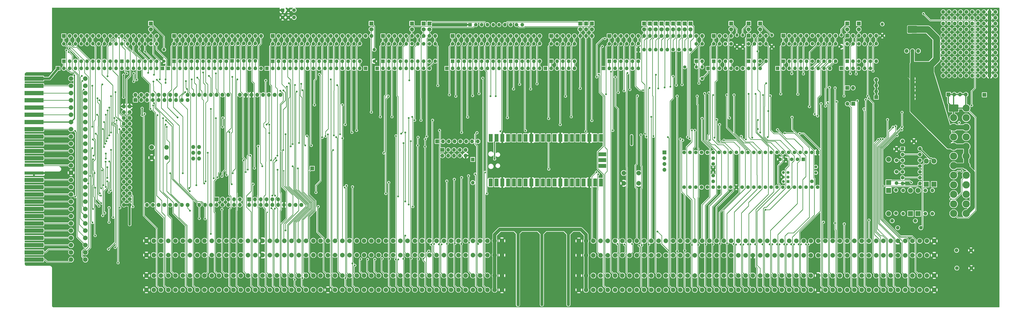
<source format=gbr>
G04 #@! TF.GenerationSoftware,KiCad,Pcbnew,7.0.9*
G04 #@! TF.CreationDate,2024-04-03T04:21:04-05:00*
G04 #@! TF.ProjectId,DG Nova CPU Tester,4447204e-6f76-4612-9043-505520546573,Rev 0*
G04 #@! TF.SameCoordinates,Original*
G04 #@! TF.FileFunction,Copper,L1,Top*
G04 #@! TF.FilePolarity,Positive*
%FSLAX46Y46*%
G04 Gerber Fmt 4.6, Leading zero omitted, Abs format (unit mm)*
G04 Created by KiCad (PCBNEW 7.0.9) date 2024-04-03 04:21:04*
%MOMM*%
%LPD*%
G01*
G04 APERTURE LIST*
G04 Aperture macros list*
%AMRoundRect*
0 Rectangle with rounded corners*
0 $1 Rounding radius*
0 $2 $3 $4 $5 $6 $7 $8 $9 X,Y pos of 4 corners*
0 Add a 4 corners polygon primitive as box body*
4,1,4,$2,$3,$4,$5,$6,$7,$8,$9,$2,$3,0*
0 Add four circle primitives for the rounded corners*
1,1,$1+$1,$2,$3*
1,1,$1+$1,$4,$5*
1,1,$1+$1,$6,$7*
1,1,$1+$1,$8,$9*
0 Add four rect primitives between the rounded corners*
20,1,$1+$1,$2,$3,$4,$5,0*
20,1,$1+$1,$4,$5,$6,$7,0*
20,1,$1+$1,$6,$7,$8,$9,0*
20,1,$1+$1,$8,$9,$2,$3,0*%
G04 Aperture macros list end*
G04 #@! TA.AperFunction,ComponentPad*
%ADD10R,1.600000X1.600000*%
G04 #@! TD*
G04 #@! TA.AperFunction,ComponentPad*
%ADD11O,1.600000X1.600000*%
G04 #@! TD*
G04 #@! TA.AperFunction,ComponentPad*
%ADD12O,1.700000X1.700000*%
G04 #@! TD*
G04 #@! TA.AperFunction,ComponentPad*
%ADD13R,1.700000X1.700000*%
G04 #@! TD*
G04 #@! TA.AperFunction,ComponentPad*
%ADD14C,1.600000*%
G04 #@! TD*
G04 #@! TA.AperFunction,ComponentPad*
%ADD15C,1.400000*%
G04 #@! TD*
G04 #@! TA.AperFunction,ComponentPad*
%ADD16O,1.400000X1.400000*%
G04 #@! TD*
G04 #@! TA.AperFunction,ComponentPad*
%ADD17R,1.800000X1.800000*%
G04 #@! TD*
G04 #@! TA.AperFunction,ComponentPad*
%ADD18C,1.800000*%
G04 #@! TD*
G04 #@! TA.AperFunction,ComponentPad*
%ADD19RoundRect,0.250000X1.850000X-1.330000X1.850000X1.330000X-1.850000X1.330000X-1.850000X-1.330000X0*%
G04 #@! TD*
G04 #@! TA.AperFunction,ComponentPad*
%ADD20C,3.160000*%
G04 #@! TD*
G04 #@! TA.AperFunction,ComponentPad*
%ADD21R,2.200000X2.200000*%
G04 #@! TD*
G04 #@! TA.AperFunction,ComponentPad*
%ADD22O,2.200000X2.200000*%
G04 #@! TD*
G04 #@! TA.AperFunction,SMDPad,CuDef*
%ADD23R,1.700000X3.500000*%
G04 #@! TD*
G04 #@! TA.AperFunction,SMDPad,CuDef*
%ADD24R,3.500000X1.700000*%
G04 #@! TD*
G04 #@! TA.AperFunction,SMDPad,CuDef*
%ADD25R,8.300000X1.905000*%
G04 #@! TD*
G04 #@! TA.AperFunction,SMDPad,CuDef*
%ADD26R,8.300000X1.450000*%
G04 #@! TD*
G04 #@! TA.AperFunction,ComponentPad*
%ADD27C,2.000000*%
G04 #@! TD*
G04 #@! TA.AperFunction,ComponentPad*
%ADD28O,1.727200X1.727200*%
G04 #@! TD*
G04 #@! TA.AperFunction,ComponentPad*
%ADD29RoundRect,0.250000X-1.850000X1.330000X-1.850000X-1.330000X1.850000X-1.330000X1.850000X1.330000X0*%
G04 #@! TD*
G04 #@! TA.AperFunction,ComponentPad*
%ADD30R,1.300000X1.300000*%
G04 #@! TD*
G04 #@! TA.AperFunction,ComponentPad*
%ADD31C,1.300000*%
G04 #@! TD*
G04 #@! TA.AperFunction,ViaPad*
%ADD32C,0.800000*%
G04 #@! TD*
G04 #@! TA.AperFunction,ViaPad*
%ADD33C,0.600000*%
G04 #@! TD*
G04 #@! TA.AperFunction,Conductor*
%ADD34C,2.660000*%
G04 #@! TD*
G04 #@! TA.AperFunction,Conductor*
%ADD35C,1.500000*%
G04 #@! TD*
G04 #@! TA.AperFunction,Conductor*
%ADD36C,0.250000*%
G04 #@! TD*
G04 #@! TA.AperFunction,Conductor*
%ADD37C,4.200000*%
G04 #@! TD*
G04 #@! TA.AperFunction,Conductor*
%ADD38C,2.650000*%
G04 #@! TD*
G04 #@! TA.AperFunction,Conductor*
%ADD39C,0.300000*%
G04 #@! TD*
G04 #@! TA.AperFunction,Conductor*
%ADD40C,1.000000*%
G04 #@! TD*
G04 #@! TA.AperFunction,Conductor*
%ADD41C,1.270000*%
G04 #@! TD*
G04 #@! TA.AperFunction,Conductor*
%ADD42C,0.500000*%
G04 #@! TD*
G04 #@! TA.AperFunction,Conductor*
%ADD43C,0.750000*%
G04 #@! TD*
G04 #@! TA.AperFunction,Conductor*
%ADD44C,3.000000*%
G04 #@! TD*
G04 #@! TA.AperFunction,Conductor*
%ADD45C,2.000000*%
G04 #@! TD*
G04 APERTURE END LIST*
D10*
X30480000Y-46990000D03*
D11*
X33020000Y-46990000D03*
X35560000Y-46990000D03*
X38100000Y-46990000D03*
X40640000Y-46990000D03*
X43180000Y-46990000D03*
X45720000Y-46990000D03*
X48260000Y-46990000D03*
X50800000Y-46990000D03*
X53340000Y-46990000D03*
D12*
X425577000Y-27305000D03*
D13*
X404500000Y-59563000D03*
D12*
X401960000Y-59563000D03*
D13*
X375920000Y-55499000D03*
D12*
X378460000Y-55499000D03*
X423037000Y-34925000D03*
X435737000Y-32385000D03*
X425577000Y-22225000D03*
X433197000Y-32385000D03*
D13*
X99949000Y-104394000D03*
D12*
X102489000Y-104394000D03*
X105029000Y-104394000D03*
X107569000Y-104394000D03*
X110109000Y-104394000D03*
D14*
X400389000Y-100457000D03*
D11*
X400389000Y-110617000D03*
D12*
X420497000Y-24765000D03*
D10*
X170180000Y-46990000D03*
D11*
X172720000Y-46990000D03*
X175260000Y-46990000D03*
X177800000Y-46990000D03*
X180340000Y-46990000D03*
X182880000Y-46990000D03*
X185420000Y-46990000D03*
X187960000Y-46990000D03*
X190500000Y-46990000D03*
X193040000Y-46990000D03*
D12*
X438277000Y-34925000D03*
X428117000Y-37465000D03*
D10*
X200660000Y-46990000D03*
D11*
X203200000Y-46990000D03*
X205740000Y-46990000D03*
X208280000Y-46990000D03*
X210820000Y-46990000D03*
X213360000Y-46990000D03*
X215900000Y-46990000D03*
X218440000Y-46990000D03*
X220980000Y-46990000D03*
X223520000Y-46990000D03*
D12*
X438277000Y-22225000D03*
D15*
X391287000Y-32639000D03*
D16*
X391287000Y-27559000D03*
D14*
X400104500Y-78892500D03*
X405104500Y-78892500D03*
D13*
X114122200Y-104419400D03*
D12*
X116662200Y-104419400D03*
X119202200Y-104419400D03*
X121742200Y-104419400D03*
X124282200Y-104419400D03*
X126822200Y-104419400D03*
X433197000Y-27305000D03*
D14*
X408178000Y-116840000D03*
D11*
X398018000Y-116840000D03*
D12*
X417957000Y-37465000D03*
D13*
X378587000Y-62484000D03*
D12*
X376047000Y-62484000D03*
D17*
X185420000Y-27305000D03*
D18*
X185420000Y-29845000D03*
D12*
X420497000Y-22225000D03*
X401955000Y-39370000D03*
X404495000Y-39370000D03*
X407035000Y-39370000D03*
D19*
X404485000Y-29925000D03*
D20*
X404485000Y-33885000D03*
D17*
X302260000Y-27305000D03*
D18*
X302260000Y-29845000D03*
D10*
X81280000Y-43815000D03*
D11*
X83820000Y-43815000D03*
X86360000Y-43815000D03*
X88900000Y-43815000D03*
X91440000Y-43815000D03*
X93980000Y-43815000D03*
X96520000Y-43815000D03*
X99060000Y-43815000D03*
X101600000Y-43815000D03*
X104140000Y-43815000D03*
X104140000Y-36195000D03*
X101600000Y-36195000D03*
X99060000Y-36195000D03*
X96520000Y-36195000D03*
X93955248Y-36175328D03*
X91440000Y-36195000D03*
X88900000Y-36195000D03*
D14*
X86360000Y-36195000D03*
X83820000Y-36195000D03*
X81280000Y-36195000D03*
D12*
X433197000Y-24765000D03*
X430657000Y-47625000D03*
D13*
X295910000Y-83820000D03*
D12*
X295910000Y-86360000D03*
X295910000Y-88900000D03*
X295910000Y-91440000D03*
X440817000Y-29845000D03*
D17*
X325120000Y-27305000D03*
D18*
X325120000Y-29845000D03*
D12*
X435737000Y-37465000D03*
X423037000Y-27305000D03*
X428117000Y-47625000D03*
D17*
X294640000Y-27305000D03*
D18*
X294640000Y-29845000D03*
D12*
X425577000Y-40005000D03*
D17*
X332740000Y-27305000D03*
D18*
X332740000Y-29845000D03*
D15*
X327660000Y-37465000D03*
D16*
X327660000Y-32385000D03*
D13*
X347980000Y-32639000D03*
D12*
X350520000Y-32639000D03*
X353060000Y-32639000D03*
X355600000Y-32639000D03*
X358140000Y-32639000D03*
X360680000Y-32639000D03*
X363220000Y-32639000D03*
X365760000Y-32639000D03*
X368300000Y-32639000D03*
X370840000Y-32639000D03*
X420497000Y-27305000D03*
X420497000Y-29845000D03*
X425577000Y-24765000D03*
X417957000Y-42545000D03*
X430657000Y-40005000D03*
X435737000Y-40005000D03*
D17*
X287020000Y-27305000D03*
D18*
X287020000Y-29845000D03*
D21*
X394039000Y-100457000D03*
D22*
X394039000Y-110617000D03*
D10*
X317500000Y-43815000D03*
D11*
X320040000Y-43815000D03*
X322580000Y-43815000D03*
X325120000Y-43815000D03*
X325120000Y-36195000D03*
D14*
X322580000Y-36195000D03*
X320040000Y-36195000D03*
X317500000Y-36195000D03*
D12*
X417957000Y-34925000D03*
X433197000Y-50165000D03*
D10*
X76200000Y-46990000D03*
D11*
X73660000Y-46990000D03*
X71120000Y-46990000D03*
X68580000Y-46990000D03*
X66040000Y-46990000D03*
X63500000Y-46990000D03*
X60960000Y-46990000D03*
X58420000Y-46990000D03*
X55880000Y-46990000D03*
D12*
X428117000Y-29845000D03*
X420497000Y-42545000D03*
X430657000Y-22225000D03*
X423037000Y-42545000D03*
D10*
X309880000Y-43815000D03*
D11*
X312420000Y-43815000D03*
D14*
X312420000Y-36195000D03*
X309880000Y-36195000D03*
D12*
X425577000Y-47625000D03*
D10*
X78740000Y-46990000D03*
D11*
X81280000Y-46990000D03*
X83820000Y-46990000D03*
X86360000Y-46990000D03*
X88900000Y-46990000D03*
X91440000Y-46990000D03*
X93980000Y-46990000D03*
X96520000Y-46990000D03*
X99060000Y-46990000D03*
X101600000Y-46990000D03*
D14*
X397256000Y-110490000D03*
D11*
X397256000Y-100330000D03*
D10*
X314960000Y-46990000D03*
D11*
X317500000Y-46990000D03*
X320040000Y-46990000D03*
X322580000Y-46990000D03*
X325120000Y-46990000D03*
X327660000Y-46990000D03*
X330200000Y-46990000D03*
X332740000Y-46990000D03*
X335280000Y-46990000D03*
X337820000Y-46990000D03*
D10*
X373380000Y-46990000D03*
D11*
X375920000Y-46990000D03*
X378460000Y-46990000D03*
X381000000Y-46990000D03*
X383540000Y-46990000D03*
X386080000Y-46990000D03*
D13*
X33020000Y-32766000D03*
D12*
X35560000Y-32766000D03*
X38100000Y-32766000D03*
X40640000Y-32766000D03*
X43180000Y-32766000D03*
X45720000Y-32766000D03*
X48260000Y-32766000D03*
X50800000Y-32766000D03*
X53340000Y-32766000D03*
X55880000Y-32766000D03*
X58420000Y-32766000D03*
X60960000Y-32766000D03*
X63500000Y-32766000D03*
X66040000Y-32766000D03*
X68580000Y-32766000D03*
X71120000Y-32766000D03*
X73660000Y-32766000D03*
X219852000Y-96127000D03*
D23*
X219852000Y-97027000D03*
D12*
X222392000Y-96127000D03*
D23*
X222392000Y-97027000D03*
D13*
X224932000Y-96127000D03*
D23*
X224932000Y-97027000D03*
D12*
X227472000Y-96127000D03*
D23*
X227472000Y-97027000D03*
D12*
X230012000Y-96127000D03*
D23*
X230012000Y-97027000D03*
D12*
X232552000Y-96127000D03*
D23*
X232552000Y-97027000D03*
D12*
X235092000Y-96127000D03*
D23*
X235092000Y-97027000D03*
D13*
X237632000Y-96127000D03*
D23*
X237632000Y-97027000D03*
D12*
X240172000Y-96127000D03*
D23*
X240172000Y-97027000D03*
D12*
X242712000Y-96127000D03*
D23*
X242712000Y-97027000D03*
D12*
X245252000Y-96127000D03*
D23*
X245252000Y-97027000D03*
D12*
X247792000Y-96127000D03*
D23*
X247792000Y-97027000D03*
D13*
X250332000Y-96127000D03*
D23*
X250332000Y-97027000D03*
D12*
X252872000Y-96127000D03*
D23*
X252872000Y-97027000D03*
D12*
X255412000Y-96127000D03*
D23*
X255412000Y-97027000D03*
D12*
X257952000Y-96127000D03*
D23*
X257952000Y-97027000D03*
D12*
X260492000Y-96127000D03*
D23*
X260492000Y-97027000D03*
D13*
X263032000Y-96127000D03*
D23*
X263032000Y-97027000D03*
D12*
X265572000Y-96127000D03*
D23*
X265572000Y-97027000D03*
D12*
X268112000Y-96127000D03*
D23*
X268112000Y-97027000D03*
D12*
X268112000Y-78347000D03*
D23*
X268112000Y-77447000D03*
D12*
X265572000Y-78347000D03*
D23*
X265572000Y-77447000D03*
D13*
X263032000Y-78347000D03*
D23*
X263032000Y-77447000D03*
D12*
X260492000Y-78347000D03*
D23*
X260492000Y-77447000D03*
D12*
X257952000Y-78347000D03*
D23*
X257952000Y-77447000D03*
D12*
X255412000Y-78347000D03*
D23*
X255412000Y-77447000D03*
D12*
X252872000Y-78347000D03*
D23*
X252872000Y-77447000D03*
D13*
X250332000Y-78347000D03*
D23*
X250332000Y-77447000D03*
D12*
X247792000Y-78347000D03*
D23*
X247792000Y-77447000D03*
D12*
X245252000Y-78347000D03*
D23*
X245252000Y-77447000D03*
D12*
X242712000Y-78347000D03*
D23*
X242712000Y-77447000D03*
D12*
X240172000Y-78347000D03*
D23*
X240172000Y-77447000D03*
D13*
X237632000Y-78347000D03*
D23*
X237632000Y-77447000D03*
D12*
X235092000Y-78347000D03*
D23*
X235092000Y-77447000D03*
D12*
X232552000Y-78347000D03*
D23*
X232552000Y-77447000D03*
D12*
X230012000Y-78347000D03*
D23*
X230012000Y-77447000D03*
D12*
X227472000Y-78347000D03*
D23*
X227472000Y-77447000D03*
D13*
X224932000Y-78347000D03*
D23*
X224932000Y-77447000D03*
D12*
X222392000Y-78347000D03*
D23*
X222392000Y-77447000D03*
D12*
X219852000Y-78347000D03*
D23*
X219852000Y-77447000D03*
D12*
X267882000Y-89777000D03*
D24*
X268782000Y-89777000D03*
D13*
X267882000Y-87237000D03*
D24*
X268782000Y-87237000D03*
D12*
X267882000Y-84697000D03*
D24*
X268782000Y-84697000D03*
D13*
X198755000Y-82677000D03*
D12*
X198755000Y-85217000D03*
X201295000Y-82677000D03*
X201295000Y-85217000D03*
X203835000Y-82677000D03*
X203835000Y-85217000D03*
X206375000Y-82677000D03*
X206375000Y-85217000D03*
X208915000Y-82677000D03*
X208915000Y-85217000D03*
X438277000Y-47625000D03*
D10*
X124460000Y-43815000D03*
D11*
X127000000Y-43815000D03*
X129540000Y-43815000D03*
X132080000Y-43815000D03*
X134620000Y-43815000D03*
X137160000Y-43815000D03*
X139700000Y-43815000D03*
X142240000Y-43815000D03*
X144780000Y-43815000D03*
X147320000Y-43815000D03*
X147320000Y-36195000D03*
X144780000Y-36195000D03*
X142240000Y-36195000D03*
X139700000Y-36195000D03*
X137135248Y-36175328D03*
X134620000Y-36195000D03*
X132080000Y-36195000D03*
D14*
X129540000Y-36195000D03*
X127000000Y-36195000D03*
X124460000Y-36195000D03*
D10*
X332740000Y-43815000D03*
D11*
X335280000Y-43815000D03*
X337820000Y-43815000D03*
X340360000Y-43815000D03*
X340360000Y-36195000D03*
D14*
X337820000Y-36195000D03*
X335280000Y-36195000D03*
X332740000Y-36195000D03*
D12*
X423037000Y-32385000D03*
X435737000Y-22225000D03*
X428117000Y-22225000D03*
X433197000Y-29845000D03*
D17*
X299720000Y-27305000D03*
D18*
X299720000Y-29845000D03*
D10*
X121920000Y-46990000D03*
D11*
X124460000Y-46990000D03*
X127000000Y-46990000D03*
X129540000Y-46990000D03*
X132080000Y-46990000D03*
X134620000Y-46990000D03*
X137160000Y-46990000D03*
X139700000Y-46990000D03*
X142240000Y-46990000D03*
X144780000Y-46990000D03*
D17*
X261620000Y-27305000D03*
D18*
X261620000Y-29845000D03*
D14*
X410168000Y-100457000D03*
D11*
X410168000Y-110617000D03*
D12*
X425577000Y-45085000D03*
D25*
X19960000Y-51435000D03*
X19960000Y-54610000D03*
X19960000Y-57785000D03*
X19960000Y-60960000D03*
X19960000Y-64135000D03*
X19960000Y-67310000D03*
X19960000Y-70485000D03*
X19960000Y-73660000D03*
X19960000Y-76835000D03*
X19960000Y-80010000D03*
X19960000Y-83185000D03*
X19960000Y-86360000D03*
D26*
X19960000Y-89385000D03*
X19960000Y-92860000D03*
D25*
X19960000Y-95885000D03*
X19960000Y-99060000D03*
X19960000Y-102235000D03*
X19960000Y-105410000D03*
X19960000Y-108585000D03*
X19960000Y-111760000D03*
X19960000Y-114935000D03*
X19960000Y-118110000D03*
X19960000Y-121285000D03*
X19960000Y-124460000D03*
X19960000Y-127635000D03*
X19960000Y-130810000D03*
D21*
X403606000Y-110617000D03*
D22*
X403606000Y-100457000D03*
D12*
X430657000Y-27305000D03*
X438277000Y-45085000D03*
D27*
X69215000Y-122555000D03*
X69215000Y-128825000D03*
X72390000Y-122555000D03*
X72390000Y-128825000D03*
X75565000Y-122555000D03*
X75565000Y-128825000D03*
X78740000Y-122555000D03*
X78740000Y-128825000D03*
X81915000Y-122555000D03*
X81915000Y-128825000D03*
X85090000Y-122555000D03*
X85090000Y-128825000D03*
X88265000Y-122555000D03*
X88265000Y-128825000D03*
X91440000Y-122555000D03*
X91440000Y-128825000D03*
X94615000Y-122555000D03*
X94615000Y-128825000D03*
X97790000Y-122555000D03*
X97790000Y-128825000D03*
X100965000Y-122555000D03*
X100965000Y-128825000D03*
X104140000Y-122555000D03*
X104140000Y-128825000D03*
X107315000Y-122555000D03*
X107315000Y-128825000D03*
X110490000Y-122555000D03*
X110490000Y-128825000D03*
X113665000Y-122555000D03*
X113665000Y-128825000D03*
X116840000Y-122555000D03*
X116840000Y-128825000D03*
X120015000Y-122555000D03*
X120015000Y-128825000D03*
X123190000Y-122555000D03*
X123190000Y-128825000D03*
X126365000Y-122555000D03*
X126365000Y-128825000D03*
X129540000Y-122555000D03*
X129540000Y-128825000D03*
X132715000Y-122555000D03*
X132715000Y-128825000D03*
X135890000Y-122555000D03*
X135890000Y-128825000D03*
X139065000Y-122555000D03*
X139065000Y-128825000D03*
X142240000Y-122555000D03*
X142240000Y-128825000D03*
X145415000Y-122555000D03*
X145415000Y-128825000D03*
X148590000Y-122555000D03*
X148590000Y-128825000D03*
X151765000Y-122555000D03*
X151765000Y-128825000D03*
X154940000Y-122555000D03*
X154940000Y-128825000D03*
X158115000Y-122555000D03*
X158115000Y-128825000D03*
X161290000Y-122555000D03*
X161290000Y-128825000D03*
X164465000Y-122555000D03*
X164465000Y-128825000D03*
X167640000Y-122555000D03*
X167640000Y-128825000D03*
X170815000Y-122555000D03*
X170815000Y-128825000D03*
X173990000Y-122555000D03*
X173990000Y-128825000D03*
X177165000Y-122555000D03*
X177165000Y-128825000D03*
X180340000Y-122555000D03*
X180340000Y-128825000D03*
X183515000Y-122555000D03*
X183515000Y-128825000D03*
X186690000Y-122555000D03*
X186690000Y-128825000D03*
X189865000Y-122555000D03*
X189865000Y-128825000D03*
X193040000Y-122555000D03*
X193040000Y-128825000D03*
X196215000Y-122555000D03*
X196215000Y-128825000D03*
X199390000Y-122555000D03*
X199390000Y-128825000D03*
X202565000Y-122555000D03*
X202565000Y-128825000D03*
X205740000Y-122555000D03*
X205740000Y-128825000D03*
X208915000Y-122555000D03*
X208915000Y-128825000D03*
X212090000Y-122555000D03*
X212090000Y-128825000D03*
X215265000Y-122555000D03*
X215265000Y-128825000D03*
X218440000Y-122555000D03*
X218440000Y-128825000D03*
X221615000Y-122555000D03*
X221615000Y-128825000D03*
X224790000Y-122555000D03*
X224790000Y-128825000D03*
D12*
X430657000Y-29845000D03*
X428117000Y-50165000D03*
D14*
X430276000Y-134532000D03*
X423926000Y-134532000D03*
D13*
X435991000Y-58547000D03*
D10*
X58420000Y-43815000D03*
D11*
X60960000Y-43815000D03*
X63500000Y-43815000D03*
X66040000Y-43815000D03*
X68580000Y-43815000D03*
X71120000Y-43815000D03*
X73660000Y-43815000D03*
X73660000Y-36195000D03*
X71095248Y-36175328D03*
X68580000Y-36195000D03*
X66040000Y-36195000D03*
D14*
X63500000Y-36195000D03*
X60960000Y-36195000D03*
X58420000Y-36195000D03*
D12*
X425577000Y-50165000D03*
D13*
X404495000Y-52197000D03*
D12*
X401955000Y-52197000D03*
X440817000Y-32385000D03*
X430657000Y-45085000D03*
D21*
X406908000Y-110617000D03*
D22*
X406908000Y-100457000D03*
D12*
X423037000Y-45085000D03*
X428117000Y-40005000D03*
X440817000Y-47625000D03*
D17*
X264160000Y-27305000D03*
D18*
X264160000Y-29845000D03*
D12*
X417957000Y-29845000D03*
D28*
X127889000Y-58547000D03*
X120269000Y-58547000D03*
X117729000Y-58547000D03*
X89662000Y-86487000D03*
X61849000Y-106807000D03*
X59309000Y-106807000D03*
X105029000Y-58547000D03*
X102489000Y-58547000D03*
X99949000Y-58547000D03*
X97409000Y-58547000D03*
X94869000Y-58547000D03*
X92329000Y-58547000D03*
X89789000Y-58547000D03*
X87249000Y-58547000D03*
X82169000Y-58547000D03*
X79629000Y-58547000D03*
X77089000Y-58547000D03*
X74549000Y-58547000D03*
X72009000Y-58547000D03*
X69469000Y-58547000D03*
X66929000Y-58547000D03*
X64389000Y-58547000D03*
X131953000Y-106807000D03*
X92329000Y-106807000D03*
X94869000Y-106807000D03*
X97409000Y-106807000D03*
X99949000Y-106807000D03*
X102489000Y-106807000D03*
X105029000Y-106807000D03*
X107569000Y-106807000D03*
X110109000Y-106807000D03*
X114173000Y-106807000D03*
X116713000Y-106807000D03*
X119253000Y-106807000D03*
X121793000Y-106807000D03*
X124333000Y-106807000D03*
X126873000Y-106807000D03*
X87249000Y-106807000D03*
X84709000Y-106807000D03*
X82169000Y-106807000D03*
X79629000Y-106807000D03*
X77089000Y-106807000D03*
X74549000Y-106807000D03*
X72009000Y-106807000D03*
X69469000Y-106807000D03*
X61849000Y-104267000D03*
X59309000Y-104267000D03*
X61849000Y-101727000D03*
X59309000Y-101727000D03*
X61849000Y-99187000D03*
X59309000Y-99187000D03*
X61849000Y-96647000D03*
X59309000Y-96647000D03*
X61849000Y-94107000D03*
X59309000Y-94107000D03*
X61849000Y-91567000D03*
X59309000Y-91567000D03*
X61849000Y-89027000D03*
X59309000Y-89027000D03*
X61849000Y-86487000D03*
X59309000Y-86487000D03*
X61849000Y-83947000D03*
X59309000Y-83947000D03*
X61849000Y-81407000D03*
X59309000Y-81407000D03*
X61849000Y-78867000D03*
X59309000Y-78867000D03*
X61849000Y-76327000D03*
X59309000Y-76327000D03*
X61849000Y-73787000D03*
X59309000Y-73787000D03*
X61849000Y-71247000D03*
X59309000Y-71247000D03*
X61849000Y-68707000D03*
X59309000Y-68707000D03*
X61849000Y-66167000D03*
X59309000Y-66167000D03*
X129413000Y-106807000D03*
X115189000Y-58547000D03*
X112649000Y-58547000D03*
X89662000Y-81407000D03*
X61849000Y-63627000D03*
X59309000Y-63627000D03*
X125349000Y-58547000D03*
X92202000Y-86487000D03*
X89662000Y-83947000D03*
X122809000Y-58547000D03*
X92202000Y-81407000D03*
X92202000Y-83947000D03*
X137033000Y-106807000D03*
X134493000Y-106807000D03*
X110109000Y-58547000D03*
D12*
X438277000Y-24765000D03*
X433197000Y-45085000D03*
X438277000Y-29845000D03*
D17*
X307340000Y-27305000D03*
D18*
X307340000Y-29845000D03*
D10*
X165100000Y-46990000D03*
D11*
X162560000Y-46990000D03*
X160020000Y-46990000D03*
X157480000Y-46990000D03*
X154940000Y-46990000D03*
X152400000Y-46990000D03*
X149860000Y-46990000D03*
X147320000Y-46990000D03*
D12*
X420497000Y-37465000D03*
X420497000Y-34925000D03*
X420497000Y-45085000D03*
X435737000Y-50165000D03*
D13*
X172720000Y-32766000D03*
D12*
X175260000Y-32766000D03*
X177800000Y-32766000D03*
X180340000Y-32766000D03*
X182880000Y-32766000D03*
X185420000Y-32766000D03*
X187960000Y-32766000D03*
X190500000Y-32766000D03*
X193040000Y-32766000D03*
X195580000Y-32766000D03*
X438277000Y-50165000D03*
X420497000Y-47625000D03*
X425577000Y-29845000D03*
X433197000Y-40005000D03*
D17*
X167640000Y-27305000D03*
D18*
X167640000Y-29845000D03*
D12*
X440817000Y-27305000D03*
X440817000Y-37465000D03*
D13*
X420243000Y-58420000D03*
D12*
X422783000Y-58420000D03*
X425323000Y-58420000D03*
X427863000Y-58420000D03*
D17*
X190500000Y-27305000D03*
D18*
X190500000Y-29845000D03*
D10*
X269240000Y-46990000D03*
D11*
X271780000Y-46990000D03*
X274320000Y-46990000D03*
X276860000Y-46990000D03*
X279400000Y-46990000D03*
X281940000Y-46990000D03*
X284480000Y-46990000D03*
D29*
X422510000Y-64410000D03*
D20*
X422510000Y-68610000D03*
X422510000Y-72810000D03*
X422510000Y-77010000D03*
X422510000Y-81210000D03*
X422510000Y-85410000D03*
X422510000Y-89610000D03*
X422510000Y-93810000D03*
X422510000Y-98010000D03*
X422510000Y-102210000D03*
X422510000Y-106410000D03*
X422510000Y-110610000D03*
X428010000Y-64410000D03*
X428010000Y-68610000D03*
X428010000Y-72810000D03*
X428010000Y-77010000D03*
X428010000Y-81210000D03*
X428010000Y-85410000D03*
X428010000Y-89610000D03*
X428010000Y-93810000D03*
X428010000Y-98010000D03*
X428010000Y-102210000D03*
X428010000Y-106410000D03*
X428010000Y-110610000D03*
D12*
X425577000Y-37465000D03*
D10*
X246380000Y-43815000D03*
D11*
X248920000Y-43815000D03*
X251460000Y-43815000D03*
X254000000Y-43815000D03*
X256540000Y-43815000D03*
X256540000Y-36195000D03*
X254000000Y-36195000D03*
D14*
X251460000Y-36195000D03*
X248920000Y-36195000D03*
X246380000Y-36195000D03*
D17*
X337820000Y-27305000D03*
D18*
X337820000Y-29845000D03*
D14*
X430149000Y-126746000D03*
X423799000Y-126746000D03*
D21*
X394081000Y-97028000D03*
D22*
X394081000Y-86868000D03*
D12*
X435737000Y-34925000D03*
D13*
X81280000Y-32766000D03*
D12*
X83820000Y-32766000D03*
X86360000Y-32766000D03*
X88900000Y-32766000D03*
X91440000Y-32766000D03*
X93980000Y-32766000D03*
X96520000Y-32766000D03*
X99060000Y-32766000D03*
X101600000Y-32766000D03*
X104140000Y-32766000D03*
X106680000Y-32766000D03*
X109220000Y-32766000D03*
X111760000Y-32766000D03*
X114300000Y-32766000D03*
X116840000Y-32766000D03*
X119380000Y-32766000D03*
D27*
X414020000Y-137805000D03*
X414020000Y-144075000D03*
X410845000Y-137805000D03*
X410845000Y-144075000D03*
X407670000Y-137805000D03*
X407670000Y-144075000D03*
X404495000Y-137805000D03*
X404495000Y-144075000D03*
X401320000Y-137805000D03*
X401320000Y-144075000D03*
X398145000Y-137805000D03*
X398145000Y-144075000D03*
X394970000Y-137805000D03*
X394970000Y-144075000D03*
X391795000Y-137805000D03*
X391795000Y-144075000D03*
X388620000Y-137805000D03*
X388620000Y-144075000D03*
X385445000Y-137805000D03*
X385445000Y-144075000D03*
X382270000Y-137805000D03*
X382270000Y-144075000D03*
X379095000Y-137805000D03*
X379095000Y-144075000D03*
X375920000Y-137805000D03*
X375920000Y-144075000D03*
X372745000Y-137805000D03*
X372745000Y-144075000D03*
X369570000Y-137805000D03*
X369570000Y-144075000D03*
X366395000Y-137805000D03*
X366395000Y-144075000D03*
X363220000Y-137805000D03*
X363220000Y-144075000D03*
X360045000Y-137805000D03*
X360045000Y-144075000D03*
X356870000Y-137805000D03*
X356870000Y-144075000D03*
X353695000Y-137805000D03*
X353695000Y-144075000D03*
X350520000Y-137805000D03*
X350520000Y-144075000D03*
X347345000Y-137805000D03*
X347345000Y-144075000D03*
X344170000Y-137805000D03*
X344170000Y-144075000D03*
X340995000Y-137805000D03*
X340995000Y-144075000D03*
X337820000Y-137805000D03*
X337820000Y-144075000D03*
X334645000Y-137805000D03*
X334645000Y-144075000D03*
X331470000Y-137805000D03*
X331470000Y-144075000D03*
X328295000Y-137805000D03*
X328295000Y-144075000D03*
X325120000Y-137805000D03*
X325120000Y-144075000D03*
X321945000Y-137805000D03*
X321945000Y-144075000D03*
X318770000Y-137805000D03*
X318770000Y-144075000D03*
X315595000Y-137805000D03*
X315595000Y-144075000D03*
X312420000Y-137805000D03*
X312420000Y-144075000D03*
X309245000Y-137805000D03*
X309245000Y-144075000D03*
X306070000Y-137805000D03*
X306070000Y-144075000D03*
X302895000Y-137805000D03*
X302895000Y-144075000D03*
X299720000Y-137805000D03*
X299720000Y-144075000D03*
X296545000Y-137805000D03*
X296545000Y-144075000D03*
X293370000Y-137805000D03*
X293370000Y-144075000D03*
X290195000Y-137805000D03*
X290195000Y-144075000D03*
X287020000Y-137805000D03*
X287020000Y-144075000D03*
X283845000Y-137805000D03*
X283845000Y-144075000D03*
X280670000Y-137805000D03*
X280670000Y-144075000D03*
X277495000Y-137805000D03*
X277495000Y-144075000D03*
X274320000Y-137805000D03*
X274320000Y-144075000D03*
X271145000Y-137805000D03*
X271145000Y-144075000D03*
X267970000Y-137805000D03*
X267970000Y-144075000D03*
X264795000Y-137805000D03*
X264795000Y-144075000D03*
X261620000Y-137805000D03*
X261620000Y-144075000D03*
X258445000Y-137805000D03*
X258445000Y-144075000D03*
D12*
X428117000Y-24765000D03*
X417957000Y-47625000D03*
X420497000Y-50165000D03*
X433197000Y-42545000D03*
D10*
X149860000Y-43815000D03*
D11*
X152400000Y-43815000D03*
X154940000Y-43815000D03*
X157480000Y-43815000D03*
X160020000Y-43815000D03*
X162560000Y-43815000D03*
X162535248Y-36175328D03*
X160020000Y-36195000D03*
X157480000Y-36195000D03*
D14*
X154940000Y-36195000D03*
X152400000Y-36195000D03*
X149860000Y-36195000D03*
D15*
X342900000Y-37465000D03*
D16*
X342900000Y-32385000D03*
D10*
X243840000Y-46990000D03*
D11*
X241300000Y-46990000D03*
X238760000Y-46990000D03*
X236220000Y-46990000D03*
X233680000Y-46990000D03*
X231140000Y-46990000D03*
X228600000Y-46990000D03*
X226060000Y-46990000D03*
D12*
X417957000Y-40005000D03*
X430657000Y-42545000D03*
D13*
X124460000Y-32766000D03*
D12*
X127000000Y-32766000D03*
X129540000Y-32766000D03*
X132080000Y-32766000D03*
X134620000Y-32766000D03*
X137160000Y-32766000D03*
X139700000Y-32766000D03*
X142240000Y-32766000D03*
X144780000Y-32766000D03*
X147320000Y-32766000D03*
X149860000Y-32766000D03*
X152400000Y-32766000D03*
X154940000Y-32766000D03*
X157480000Y-32766000D03*
X160020000Y-32766000D03*
X162560000Y-32766000D03*
X165100000Y-32766000D03*
X167640000Y-32766000D03*
X440817000Y-40005000D03*
X428117000Y-42545000D03*
D10*
X228600000Y-43815000D03*
D11*
X231140000Y-43815000D03*
X233680000Y-43815000D03*
X236220000Y-43815000D03*
X238760000Y-43815000D03*
X241300000Y-43815000D03*
X241275248Y-36175328D03*
X238760000Y-36195000D03*
X236220000Y-36195000D03*
D14*
X233680000Y-36195000D03*
X231140000Y-36195000D03*
X228600000Y-36195000D03*
D17*
X292100000Y-27305000D03*
D18*
X292100000Y-29845000D03*
D10*
X271780000Y-43815000D03*
D11*
X274320000Y-43815000D03*
X276860000Y-43815000D03*
X279400000Y-43815000D03*
X281940000Y-43815000D03*
X284480000Y-43815000D03*
X284455248Y-36175328D03*
X281940000Y-36195000D03*
X279400000Y-36195000D03*
D14*
X276860000Y-36195000D03*
X274320000Y-36195000D03*
X271780000Y-36195000D03*
D27*
X42465000Y-51435000D03*
X42465000Y-54610000D03*
X42465000Y-57785000D03*
X42465000Y-60960000D03*
X42465000Y-64135000D03*
X42465000Y-67310000D03*
X42465000Y-70485000D03*
X42465000Y-73660000D03*
X42465000Y-76835000D03*
X42465000Y-80010000D03*
X42465000Y-83185000D03*
X42465000Y-86360000D03*
X42465000Y-89535000D03*
X42465000Y-92710000D03*
X42465000Y-95885000D03*
X42465000Y-99060000D03*
X42465000Y-102235000D03*
X42465000Y-105410000D03*
X42465000Y-108585000D03*
X42465000Y-111760000D03*
X42465000Y-114935000D03*
X42465000Y-118110000D03*
X42465000Y-121285000D03*
X42465000Y-124460000D03*
X42465000Y-127635000D03*
X42465000Y-130810000D03*
X36195000Y-51435000D03*
X36195000Y-54610000D03*
X36195000Y-57785000D03*
X36195000Y-60960000D03*
X36195000Y-64135000D03*
X36195000Y-67310000D03*
X36195000Y-70485000D03*
X36195000Y-73660000D03*
X36195000Y-76835000D03*
X36195000Y-80010000D03*
X36195000Y-83185000D03*
X36195000Y-86360000D03*
X36195000Y-89535000D03*
X36195000Y-92710000D03*
X36195000Y-95885000D03*
X36195000Y-99060000D03*
X36195000Y-102235000D03*
X36195000Y-105410000D03*
X36195000Y-108585000D03*
X36195000Y-111760000D03*
X36195000Y-114935000D03*
X36195000Y-118110000D03*
X36195000Y-121285000D03*
X36195000Y-124460000D03*
X36195000Y-127635000D03*
X36195000Y-130810000D03*
D12*
X440817000Y-24765000D03*
X440817000Y-34925000D03*
X425577000Y-42545000D03*
D15*
X168910000Y-43815000D03*
D16*
X168910000Y-38735000D03*
D17*
X304800000Y-27305000D03*
D18*
X304800000Y-29845000D03*
D12*
X417957000Y-50165000D03*
D14*
X395605000Y-113792000D03*
D11*
X405765000Y-113792000D03*
D12*
X440817000Y-50165000D03*
X423037000Y-40005000D03*
X433197000Y-34925000D03*
D17*
X259080000Y-27305000D03*
D18*
X259080000Y-29845000D03*
D12*
X430657000Y-32385000D03*
X438277000Y-42545000D03*
X428117000Y-34925000D03*
D15*
X373380000Y-37465000D03*
D16*
X373380000Y-32385000D03*
D12*
X417957000Y-45085000D03*
D10*
X345440000Y-46990000D03*
D11*
X347980000Y-46990000D03*
X350520000Y-46990000D03*
X353060000Y-46990000D03*
X355600000Y-46990000D03*
X358140000Y-46990000D03*
X360680000Y-46990000D03*
X363220000Y-46990000D03*
X365760000Y-46990000D03*
X368300000Y-46990000D03*
D12*
X440817000Y-42545000D03*
D10*
X362966000Y-83820000D03*
D14*
X360426000Y-83820000D03*
X357886000Y-83820000D03*
X355346000Y-83820000D03*
X352806000Y-83820000D03*
X350266000Y-83820000D03*
X347726000Y-83820000D03*
X345186000Y-83820000D03*
X342646000Y-83820000D03*
X340106000Y-83820000D03*
X337566000Y-83820000D03*
X335026000Y-83820000D03*
X332486000Y-83820000D03*
X329946000Y-83820000D03*
X327406000Y-83820000D03*
X324866000Y-83820000D03*
X322326000Y-83820000D03*
X319786000Y-83820000D03*
X317246000Y-83820000D03*
X314706000Y-83820000D03*
X312166000Y-83820000D03*
X309626000Y-83820000D03*
X307086000Y-83820000D03*
X304546000Y-83820000D03*
X304546000Y-99060000D03*
X307086000Y-99060000D03*
X309626000Y-99060000D03*
X312166000Y-99060000D03*
X314706000Y-99060000D03*
X317246000Y-99060000D03*
X319786000Y-99060000D03*
X322326000Y-99060000D03*
X324866000Y-99060000D03*
X327406000Y-99060000D03*
X329946000Y-99060000D03*
X332486000Y-99060000D03*
X335026000Y-99060000D03*
X337566000Y-99060000D03*
X340106000Y-99060000D03*
X342646000Y-99060000D03*
X345186000Y-99060000D03*
X347726000Y-99060000D03*
X350266000Y-99060000D03*
X352806000Y-99060000D03*
X355346000Y-99060000D03*
X357886000Y-99060000D03*
X360426000Y-99060000D03*
X362966000Y-99060000D03*
X360426000Y-96520000D03*
X317246000Y-86360000D03*
X317246000Y-88900000D03*
X317246000Y-91440000D03*
X317246000Y-93980000D03*
X317246000Y-96520000D03*
D10*
X356666800Y-86870800D03*
D14*
X354126800Y-86870800D03*
X351586800Y-86870800D03*
X349046800Y-86870800D03*
X346506800Y-86870800D03*
D30*
X349996000Y-96621600D03*
D31*
X349996000Y-94621600D03*
X349996000Y-92621600D03*
X347996000Y-92621600D03*
X347996000Y-94621600D03*
X347996000Y-96621600D03*
X362236000Y-92710000D03*
X362236000Y-90170000D03*
D17*
X381000000Y-27305000D03*
D18*
X381000000Y-29845000D03*
D10*
X121920000Y-46990000D03*
D11*
X119380000Y-46990000D03*
X116840000Y-46990000D03*
X114300000Y-46990000D03*
X111760000Y-46990000D03*
X109220000Y-46990000D03*
X106680000Y-46990000D03*
X104140000Y-46990000D03*
D12*
X430657000Y-34925000D03*
D13*
X203200000Y-32766000D03*
D12*
X205740000Y-32766000D03*
X208280000Y-32766000D03*
X210820000Y-32766000D03*
X213360000Y-32766000D03*
X215900000Y-32766000D03*
X218440000Y-32766000D03*
X220980000Y-32766000D03*
X223520000Y-32766000D03*
X226060000Y-32766000D03*
X228600000Y-32766000D03*
X231140000Y-32766000D03*
X233680000Y-32766000D03*
X236220000Y-32766000D03*
X238760000Y-32766000D03*
X241300000Y-32766000D03*
D13*
X271780000Y-32766000D03*
D12*
X274320000Y-32766000D03*
X276860000Y-32766000D03*
X279400000Y-32766000D03*
X281940000Y-32766000D03*
X284480000Y-32766000D03*
X287020000Y-32766000D03*
X289560000Y-32766000D03*
X292100000Y-32766000D03*
X294640000Y-32766000D03*
X297180000Y-32766000D03*
X299720000Y-32766000D03*
X302260000Y-32766000D03*
X304800000Y-32766000D03*
X307340000Y-32766000D03*
X309880000Y-32766000D03*
X312420000Y-32766000D03*
D27*
X78001000Y-86100000D03*
X71501000Y-86100000D03*
X78001000Y-81600000D03*
X71501000Y-81600000D03*
X258445000Y-122635000D03*
X258445000Y-128905000D03*
X261620000Y-122635000D03*
X261620000Y-128905000D03*
X264795000Y-122635000D03*
X264795000Y-128905000D03*
X267970000Y-122635000D03*
X267970000Y-128905000D03*
X271145000Y-122635000D03*
X271145000Y-128905000D03*
X274320000Y-122635000D03*
X274320000Y-128905000D03*
X277495000Y-122635000D03*
X277495000Y-128905000D03*
X280670000Y-122635000D03*
X280670000Y-128905000D03*
X283845000Y-122635000D03*
X283845000Y-128905000D03*
X287020000Y-122635000D03*
X287020000Y-128905000D03*
X290195000Y-122635000D03*
X290195000Y-128905000D03*
X293370000Y-122635000D03*
X293370000Y-128905000D03*
X296545000Y-122635000D03*
X296545000Y-128905000D03*
X299720000Y-122635000D03*
X299720000Y-128905000D03*
X302895000Y-122635000D03*
X302895000Y-128905000D03*
X306070000Y-122635000D03*
X306070000Y-128905000D03*
X309245000Y-122635000D03*
X309245000Y-128905000D03*
X312420000Y-122635000D03*
X312420000Y-128905000D03*
X315595000Y-122635000D03*
X315595000Y-128905000D03*
X318770000Y-122635000D03*
X318770000Y-128905000D03*
X321945000Y-122635000D03*
X321945000Y-128905000D03*
X325120000Y-122635000D03*
X325120000Y-128905000D03*
X328295000Y-122635000D03*
X328295000Y-128905000D03*
X331470000Y-122635000D03*
X331470000Y-128905000D03*
X334645000Y-122635000D03*
X334645000Y-128905000D03*
X337820000Y-122635000D03*
X337820000Y-128905000D03*
X340995000Y-122635000D03*
X340995000Y-128905000D03*
X344170000Y-122635000D03*
X344170000Y-128905000D03*
X347345000Y-122635000D03*
X347345000Y-128905000D03*
X350520000Y-122635000D03*
X350520000Y-128905000D03*
X353695000Y-122635000D03*
X353695000Y-128905000D03*
X356870000Y-122635000D03*
X356870000Y-128905000D03*
X360045000Y-122635000D03*
X360045000Y-128905000D03*
X363220000Y-122635000D03*
X363220000Y-128905000D03*
X366395000Y-122635000D03*
X366395000Y-128905000D03*
X369570000Y-122635000D03*
X369570000Y-128905000D03*
X372745000Y-122635000D03*
X372745000Y-128905000D03*
X375920000Y-122635000D03*
X375920000Y-128905000D03*
X379095000Y-122635000D03*
X379095000Y-128905000D03*
X382270000Y-122635000D03*
X382270000Y-128905000D03*
X385445000Y-122635000D03*
X385445000Y-128905000D03*
X388620000Y-122635000D03*
X388620000Y-128905000D03*
X391795000Y-122635000D03*
X391795000Y-128905000D03*
X394970000Y-122635000D03*
X394970000Y-128905000D03*
X398145000Y-122635000D03*
X398145000Y-128905000D03*
X401320000Y-122635000D03*
X401320000Y-128905000D03*
X404495000Y-122635000D03*
X404495000Y-128905000D03*
X407670000Y-122635000D03*
X407670000Y-128905000D03*
X410845000Y-122635000D03*
X410845000Y-128905000D03*
X414020000Y-122635000D03*
X414020000Y-128905000D03*
D13*
X246380000Y-32766000D03*
D12*
X248920000Y-32766000D03*
X251460000Y-32766000D03*
X254000000Y-32766000D03*
X256540000Y-32766000D03*
X259080000Y-32766000D03*
X261620000Y-32766000D03*
X264160000Y-32766000D03*
X423037000Y-22225000D03*
X423037000Y-37465000D03*
X438277000Y-40005000D03*
X438277000Y-27305000D03*
X430657000Y-24765000D03*
X440817000Y-22225000D03*
D15*
X76835000Y-43815000D03*
D16*
X76835000Y-38735000D03*
D10*
X375920000Y-43815000D03*
D11*
X378460000Y-43815000D03*
X381000000Y-43815000D03*
X383540000Y-43815000D03*
X386080000Y-43815000D03*
X388620000Y-43815000D03*
X388595248Y-36175328D03*
X386080000Y-36195000D03*
X383540000Y-36195000D03*
D14*
X381000000Y-36195000D03*
X378460000Y-36195000D03*
X375920000Y-36195000D03*
D17*
X289560000Y-27305000D03*
D18*
X289560000Y-29845000D03*
D12*
X423037000Y-50165000D03*
X417957000Y-24765000D03*
X425577000Y-34925000D03*
D10*
X347980000Y-43815000D03*
D11*
X350520000Y-43815000D03*
X353060000Y-43815000D03*
X355600000Y-43815000D03*
X358140000Y-43815000D03*
X360680000Y-43815000D03*
X363220000Y-43815000D03*
X365760000Y-43815000D03*
X368300000Y-43815000D03*
X370840000Y-43815000D03*
X370840000Y-36195000D03*
X368300000Y-36195000D03*
X365760000Y-36195000D03*
X363220000Y-36195000D03*
X360655248Y-36175328D03*
X358140000Y-36195000D03*
X355600000Y-36195000D03*
D14*
X353060000Y-36195000D03*
X350520000Y-36195000D03*
X347980000Y-36195000D03*
X413216000Y-110617000D03*
D11*
X413216000Y-100457000D03*
D10*
X212010000Y-86920000D03*
D11*
X212010000Y-97080000D03*
D27*
X224790000Y-137795000D03*
X224790000Y-144065000D03*
X221615000Y-137795000D03*
X221615000Y-144065000D03*
X218440000Y-137795000D03*
X218440000Y-144065000D03*
X215265000Y-137795000D03*
X215265000Y-144065000D03*
X212090000Y-137795000D03*
X212090000Y-144065000D03*
X208915000Y-137795000D03*
X208915000Y-144065000D03*
X205740000Y-137795000D03*
X205740000Y-144065000D03*
X202565000Y-137795000D03*
X202565000Y-144065000D03*
X199390000Y-137795000D03*
X199390000Y-144065000D03*
X196215000Y-137795000D03*
X196215000Y-144065000D03*
X193040000Y-137795000D03*
X193040000Y-144065000D03*
X189865000Y-137795000D03*
X189865000Y-144065000D03*
X186690000Y-137795000D03*
X186690000Y-144065000D03*
X183515000Y-137795000D03*
X183515000Y-144065000D03*
X180340000Y-137795000D03*
X180340000Y-144065000D03*
X177165000Y-137795000D03*
X177165000Y-144065000D03*
X173990000Y-137795000D03*
X173990000Y-144065000D03*
X170815000Y-137795000D03*
X170815000Y-144065000D03*
X167640000Y-137795000D03*
X167640000Y-144065000D03*
X164465000Y-137795000D03*
X164465000Y-144065000D03*
X161290000Y-137795000D03*
X161290000Y-144065000D03*
X158115000Y-137795000D03*
X158115000Y-144065000D03*
X154940000Y-137795000D03*
X154940000Y-144065000D03*
X151765000Y-137795000D03*
X151765000Y-144065000D03*
X148590000Y-137795000D03*
X148590000Y-144065000D03*
X145415000Y-137795000D03*
X145415000Y-144065000D03*
X142240000Y-137795000D03*
X142240000Y-144065000D03*
X139065000Y-137795000D03*
X139065000Y-144065000D03*
X135890000Y-137795000D03*
X135890000Y-144065000D03*
X132715000Y-137795000D03*
X132715000Y-144065000D03*
X129540000Y-137795000D03*
X129540000Y-144065000D03*
X126365000Y-137795000D03*
X126365000Y-144065000D03*
X123190000Y-137795000D03*
X123190000Y-144065000D03*
X120015000Y-137795000D03*
X120015000Y-144065000D03*
X116840000Y-137795000D03*
X116840000Y-144065000D03*
X113665000Y-137795000D03*
X113665000Y-144065000D03*
X110490000Y-137795000D03*
X110490000Y-144065000D03*
X107315000Y-137795000D03*
X107315000Y-144065000D03*
X104140000Y-137795000D03*
X104140000Y-144065000D03*
X100965000Y-137795000D03*
X100965000Y-144065000D03*
X97790000Y-137795000D03*
X97790000Y-144065000D03*
X94615000Y-137795000D03*
X94615000Y-144065000D03*
X91440000Y-137795000D03*
X91440000Y-144065000D03*
X88265000Y-137795000D03*
X88265000Y-144065000D03*
X85090000Y-137795000D03*
X85090000Y-144065000D03*
X81915000Y-137795000D03*
X81915000Y-144065000D03*
X78740000Y-137795000D03*
X78740000Y-144065000D03*
X75565000Y-137795000D03*
X75565000Y-144065000D03*
X72390000Y-137795000D03*
X72390000Y-144065000D03*
X69215000Y-137795000D03*
X69215000Y-144065000D03*
D10*
X128818000Y-21463000D03*
D14*
X131318000Y-21463000D03*
X133818000Y-21463000D03*
X128818000Y-24663000D03*
X131318000Y-24663000D03*
X133818000Y-24663000D03*
D15*
X312420000Y-51435000D03*
D16*
X312420000Y-46355000D03*
D12*
X428117000Y-45085000D03*
X435737000Y-24765000D03*
X433197000Y-47625000D03*
D13*
X64389000Y-60833000D03*
D12*
X66929000Y-60833000D03*
X69469000Y-60833000D03*
X72009000Y-60833000D03*
X74549000Y-60833000D03*
X77089000Y-60833000D03*
X79629000Y-60833000D03*
X82169000Y-60833000D03*
X84709000Y-60833000D03*
X87249000Y-60833000D03*
D13*
X378587000Y-62484000D03*
D12*
X376047000Y-62484000D03*
D13*
X375920000Y-32639000D03*
D12*
X378460000Y-32639000D03*
X381000000Y-32639000D03*
X383540000Y-32639000D03*
X386080000Y-32639000D03*
X388620000Y-32639000D03*
X425577000Y-32385000D03*
X430657000Y-50165000D03*
D15*
X304800000Y-46355000D03*
D16*
X309880000Y-46355000D03*
D13*
X375920000Y-55499000D03*
D12*
X378460000Y-55499000D03*
D10*
X243840000Y-46990000D03*
D11*
X246380000Y-46990000D03*
X248920000Y-46990000D03*
X251460000Y-46990000D03*
X254000000Y-46990000D03*
X256540000Y-46990000D03*
D12*
X438277000Y-32385000D03*
X435737000Y-42545000D03*
X428117000Y-32385000D03*
X417957000Y-27305000D03*
X435737000Y-47625000D03*
X423037000Y-47625000D03*
X428117000Y-27305000D03*
D10*
X203200000Y-43815000D03*
D11*
X205740000Y-43815000D03*
X208280000Y-43815000D03*
X210820000Y-43815000D03*
X213360000Y-43815000D03*
X215900000Y-43815000D03*
X218440000Y-43815000D03*
X220980000Y-43815000D03*
X223520000Y-43815000D03*
X226060000Y-43815000D03*
X226060000Y-36195000D03*
X223520000Y-36195000D03*
X220980000Y-36195000D03*
X218440000Y-36195000D03*
X215875248Y-36175328D03*
X213360000Y-36195000D03*
X210820000Y-36195000D03*
D14*
X208280000Y-36195000D03*
X205740000Y-36195000D03*
X203200000Y-36195000D03*
D17*
X375920000Y-27305000D03*
D18*
X375920000Y-29845000D03*
D17*
X193040000Y-27305000D03*
D18*
X193040000Y-29845000D03*
D17*
X71120000Y-27305000D03*
D18*
X71120000Y-29845000D03*
D12*
X423037000Y-24765000D03*
D13*
X196469000Y-78994000D03*
D12*
X199009000Y-78994000D03*
X201549000Y-78994000D03*
X204089000Y-78994000D03*
X206629000Y-78994000D03*
X209169000Y-78994000D03*
X211709000Y-78994000D03*
X214249000Y-78994000D03*
D13*
X141732000Y-90805000D03*
D10*
X33020000Y-43815000D03*
D11*
X35560000Y-43815000D03*
X38100000Y-43815000D03*
X40640000Y-43815000D03*
X43180000Y-43815000D03*
X45720000Y-43815000D03*
X48260000Y-43815000D03*
X50800000Y-43815000D03*
X53340000Y-43815000D03*
X55880000Y-43815000D03*
X55880000Y-36195000D03*
X53340000Y-36195000D03*
X50800000Y-36195000D03*
X48260000Y-36195000D03*
X45695248Y-36175328D03*
X43180000Y-36195000D03*
X40640000Y-36195000D03*
D14*
X38100000Y-36195000D03*
X35560000Y-36195000D03*
X33020000Y-36195000D03*
D13*
X317500000Y-32766000D03*
D12*
X320040000Y-32766000D03*
X322580000Y-32766000D03*
X325120000Y-32766000D03*
D13*
X388620000Y-59620000D03*
D12*
X388620000Y-57080000D03*
X388620000Y-54540000D03*
X388620000Y-52000000D03*
X430657000Y-37465000D03*
D15*
X330200000Y-37465000D03*
D16*
X330200000Y-32385000D03*
D12*
X435737000Y-27305000D03*
D27*
X284620000Y-97350000D03*
X278120000Y-97350000D03*
X284620000Y-92850000D03*
X278120000Y-92850000D03*
D12*
X433197000Y-37465000D03*
X417957000Y-32385000D03*
D10*
X106680000Y-43707500D03*
D11*
X109220000Y-43707500D03*
X111760000Y-43707500D03*
X114300000Y-43707500D03*
X116840000Y-43707500D03*
X116840000Y-36087500D03*
X114300000Y-36087500D03*
D14*
X111760000Y-36087500D03*
X109220000Y-36087500D03*
X106680000Y-36087500D03*
D10*
X400151500Y-82194500D03*
D11*
X400151500Y-84734500D03*
X400151500Y-87274500D03*
X400151500Y-89814500D03*
X400151500Y-92354500D03*
X400151500Y-94894500D03*
X400151500Y-97434500D03*
X407771500Y-97434500D03*
X407771500Y-94894500D03*
X407771500Y-92354500D03*
X407771500Y-89814500D03*
X407771500Y-87274500D03*
X407771500Y-84734500D03*
X407771500Y-82194500D03*
D12*
X420497000Y-40005000D03*
D21*
X410591000Y-97790000D03*
D22*
X410591000Y-87630000D03*
D12*
X423037000Y-29845000D03*
X420497000Y-32385000D03*
X438277000Y-37465000D03*
X417957000Y-22225000D03*
D13*
X332740000Y-32639000D03*
D12*
X335280000Y-32639000D03*
X337820000Y-32639000D03*
X340360000Y-32639000D03*
X440817000Y-45085000D03*
X433197000Y-22225000D03*
X435737000Y-45085000D03*
D14*
X397484500Y-92307500D03*
X397484500Y-97307500D03*
D12*
X435737000Y-29845000D03*
D17*
X297180000Y-27305000D03*
D18*
X297180000Y-29845000D03*
D21*
X413893000Y-97790000D03*
D22*
X413893000Y-87630000D03*
D14*
X397484500Y-87321500D03*
X397484500Y-82321500D03*
D10*
X172720000Y-43815000D03*
D11*
X175260000Y-43815000D03*
X177800000Y-43815000D03*
X180340000Y-43815000D03*
X182880000Y-43815000D03*
X185420000Y-43815000D03*
X187960000Y-43815000D03*
X190500000Y-43815000D03*
X193040000Y-43815000D03*
X195580000Y-43815000D03*
X195580000Y-36195000D03*
X193040000Y-36195000D03*
X190500000Y-36195000D03*
X187960000Y-36195000D03*
X185395248Y-36175328D03*
X182880000Y-36195000D03*
X180340000Y-36195000D03*
D14*
X177800000Y-36195000D03*
X175260000Y-36195000D03*
X172720000Y-36195000D03*
D13*
X404485000Y-55880000D03*
D12*
X401945000Y-55880000D03*
D10*
X210825000Y-27813000D03*
D11*
X213365000Y-27813000D03*
X215905000Y-27813000D03*
X218445000Y-27813000D03*
X220985000Y-27813000D03*
X223525000Y-27813000D03*
X226065000Y-27813000D03*
X228605000Y-27813000D03*
X231145000Y-27813000D03*
X233685000Y-27813000D03*
D10*
X284480000Y-38735000D03*
D11*
X287020000Y-38735000D03*
X289560000Y-38735000D03*
X292100000Y-38735000D03*
X294640000Y-38735000D03*
X297180000Y-38735000D03*
X299720000Y-38735000D03*
X302260000Y-38735000D03*
X304800000Y-38735000D03*
X307340000Y-38735000D03*
D32*
X363075000Y-91425000D03*
X402209000Y-34925000D03*
X406781000Y-34925000D03*
X30226000Y-52959000D03*
X141605000Y-101727000D03*
X78613000Y-41021000D03*
X210820000Y-24511000D03*
X277700000Y-87300000D03*
X406019000Y-35687000D03*
D33*
X120300000Y-111325000D03*
D32*
X282067000Y-38735000D03*
X284500000Y-41300000D03*
X366050000Y-91440000D03*
X362839000Y-96647000D03*
X402971000Y-35687000D03*
X265430000Y-87249000D03*
X31242000Y-52959000D03*
X327406000Y-91440000D03*
X401574000Y-33655000D03*
D33*
X129413000Y-109750000D03*
D32*
X347472000Y-91313000D03*
X279527000Y-38735000D03*
X314150000Y-41300000D03*
X327475000Y-86875000D03*
X33401000Y-52959000D03*
X407416000Y-33655000D03*
X119888000Y-54864000D03*
X32385000Y-52959000D03*
X405003000Y-36195000D03*
X313050000Y-41300000D03*
X397510000Y-95250000D03*
X34671000Y-52959000D03*
X29337000Y-52959000D03*
X403987000Y-36195000D03*
X35179000Y-39751000D03*
X384048000Y-60706000D03*
X72517000Y-49784000D03*
X96520000Y-50292000D03*
X68580000Y-39624000D03*
X40894000Y-50292000D03*
X91440000Y-51054000D03*
X52197000Y-50419000D03*
X371348000Y-61595000D03*
D33*
X231800000Y-150604000D03*
D32*
X281559000Y-76581000D03*
D33*
X253875000Y-150515450D03*
D32*
X61849000Y-115443000D03*
X281559000Y-80264000D03*
D33*
X242250000Y-150515477D03*
D32*
X403987000Y-97028000D03*
X197485000Y-74168000D03*
X161163000Y-74168000D03*
X197231000Y-124079000D03*
X284861000Y-124714000D03*
X45466000Y-54610000D03*
X45466000Y-72517000D03*
X159131000Y-75057000D03*
X55626000Y-57404000D03*
X105537000Y-74930000D03*
X49403000Y-99568000D03*
X48641000Y-60960000D03*
X126619000Y-91440000D03*
X355727000Y-124079000D03*
X113538000Y-91313000D03*
X52959000Y-64135000D03*
X357886000Y-124079000D03*
X52959000Y-76327000D03*
X130048000Y-75819000D03*
X153924000Y-75819000D03*
X130048000Y-117983000D03*
X266192000Y-92456000D03*
X47625000Y-67310000D03*
X49276000Y-102743000D03*
X106934000Y-92964000D03*
X217424000Y-92583000D03*
X51181000Y-80010000D03*
X146177000Y-77216000D03*
X50673000Y-70485000D03*
X330454000Y-124206000D03*
X152273000Y-77089000D03*
X210185000Y-94107000D03*
X102235000Y-94268000D03*
X37973000Y-103251000D03*
X210439000Y-123317000D03*
X37973000Y-74422000D03*
X57404000Y-73660000D03*
X204216000Y-123698000D03*
X278511000Y-124206000D03*
X98679000Y-95168000D03*
X57531000Y-108077000D03*
X203962000Y-95631000D03*
X190373000Y-130429000D03*
X138684000Y-80772000D03*
X191262000Y-77978000D03*
X191135000Y-81280000D03*
X45593000Y-114554000D03*
X45466000Y-81915000D03*
X52832000Y-114427000D03*
X175260000Y-97028000D03*
X94488000Y-97409000D03*
X175514000Y-130429000D03*
X52832000Y-108077000D03*
X116459000Y-90678000D03*
X135509000Y-90805000D03*
X346329000Y-124079000D03*
X51308000Y-87884000D03*
X51435000Y-98933000D03*
X150876000Y-82804000D03*
X129032000Y-82804000D03*
X49784000Y-91694000D03*
X102235000Y-108839000D03*
X79629000Y-92964000D03*
X85090000Y-92964000D03*
X50038000Y-111506000D03*
X155956000Y-99187000D03*
X88138000Y-100838000D03*
X52070000Y-96520000D03*
X50927000Y-110363000D03*
X156337000Y-138938000D03*
X91059000Y-98171000D03*
X159385000Y-98933000D03*
X46736000Y-99314000D03*
X48387000Y-107315000D03*
X159385000Y-132461000D03*
X207010000Y-123952000D03*
X100330000Y-94742000D03*
X275336000Y-123952000D03*
X207137000Y-94869000D03*
X41783000Y-56261000D03*
X86995000Y-56007000D03*
X86487000Y-52578000D03*
X75057000Y-51816000D03*
X364490000Y-62484000D03*
X77597000Y-51816000D03*
X77597000Y-53340000D03*
X89027000Y-51816000D03*
X367411000Y-62103000D03*
X41148000Y-52451000D03*
X35560000Y-38227000D03*
X380365000Y-61214000D03*
X93980000Y-48768000D03*
X66040000Y-38481000D03*
X99568000Y-49149000D03*
X34163000Y-38989000D03*
X385300000Y-60000000D03*
X69977000Y-48895000D03*
X44577000Y-94107000D03*
X389509000Y-78232000D03*
X391541000Y-77978000D03*
X43688000Y-97409000D03*
X49911000Y-53975000D03*
X133223000Y-89916000D03*
X50419000Y-98171000D03*
X119888000Y-89916000D03*
X349504000Y-124079000D03*
X122936000Y-71628000D03*
X122936000Y-75311000D03*
X53721000Y-75057000D03*
X156210000Y-71628000D03*
X53721000Y-59182000D03*
X359029000Y-124079000D03*
X47752000Y-60071000D03*
X48768000Y-101727000D03*
X112649000Y-92456000D03*
D33*
X129286000Y-91821000D03*
D32*
X352679000Y-124079000D03*
X151257000Y-76327000D03*
X333502000Y-124079000D03*
X52197000Y-65405000D03*
X148590000Y-75946000D03*
X52197000Y-77597000D03*
X51689000Y-78867000D03*
X343154000Y-124079000D03*
X51435000Y-67310000D03*
X139446000Y-76708000D03*
X147574000Y-76708000D03*
X67310000Y-67564000D03*
X37592000Y-50038000D03*
X59182000Y-49911000D03*
X67310000Y-64516000D03*
X59182000Y-59690000D03*
X424942000Y-70739000D03*
X154940000Y-62992000D03*
X50165000Y-73533000D03*
X154940000Y-77597000D03*
X327279000Y-124206000D03*
X50673000Y-81407000D03*
X142748000Y-62992000D03*
X46990000Y-75565000D03*
X200787000Y-123825000D03*
X200660000Y-96393000D03*
X49403000Y-106045000D03*
X95123000Y-96520000D03*
X281813000Y-123952000D03*
X185039000Y-130302000D03*
X45720000Y-78105000D03*
X184912000Y-78867000D03*
X46101000Y-85217000D03*
X136017000Y-79629000D03*
X181737000Y-79756000D03*
X51435000Y-86487000D03*
X181610000Y-130429000D03*
X133223000Y-80137000D03*
X51435000Y-84328000D03*
X87884000Y-99441000D03*
X45847000Y-86868000D03*
X45847000Y-108585000D03*
X156718000Y-98425000D03*
X111760000Y-87249000D03*
X123698000Y-87249000D03*
X126492000Y-85217000D03*
X114681000Y-85217000D03*
X52070000Y-94996000D03*
X52070000Y-90297000D03*
X187960000Y-80772000D03*
X53721000Y-82677000D03*
X188214000Y-130556000D03*
X141351000Y-80772000D03*
X188087000Y-77216000D03*
X53594000Y-100457000D03*
X52832000Y-101219000D03*
X132334000Y-81153000D03*
X118110000Y-81153000D03*
X52959000Y-87757000D03*
X63246000Y-107569000D03*
X266954000Y-93345000D03*
X104267000Y-93726000D03*
X213106000Y-93345000D03*
X54610000Y-112268000D03*
X365506000Y-114427000D03*
X88265000Y-109347000D03*
X72263000Y-52705000D03*
X370623000Y-55589000D03*
X60579000Y-49149000D03*
X370586000Y-114808000D03*
X92329000Y-112776000D03*
X63627000Y-49149000D03*
X63627000Y-52705000D03*
X64897000Y-51943000D03*
X374650000Y-115189000D03*
X94869000Y-112903000D03*
X73787000Y-51943000D03*
X97409000Y-119507000D03*
X70993000Y-64770000D03*
X97409000Y-64770000D03*
X383286000Y-64770000D03*
X46736000Y-120269000D03*
X390525000Y-77978000D03*
X46482000Y-92837000D03*
X55499000Y-125476000D03*
X336804000Y-73533000D03*
X55340819Y-71247000D03*
X54610000Y-34544000D03*
X336804000Y-69596000D03*
X393573000Y-69469000D03*
X55245000Y-68707000D03*
X397129000Y-72390000D03*
X52578000Y-126238000D03*
X57150000Y-33528000D03*
X59563000Y-34671000D03*
X395986000Y-72771000D03*
X56769000Y-132207000D03*
X56115819Y-69784835D03*
X341376000Y-65659000D03*
X397764000Y-76454000D03*
X341122000Y-77089000D03*
X337820000Y-75057000D03*
X144907000Y-49657000D03*
X143383000Y-101346000D03*
X336677000Y-39497000D03*
X399796000Y-73914000D03*
X399923000Y-66294000D03*
X399923000Y-72644000D03*
X167640000Y-66167000D03*
X368150000Y-55350000D03*
X354711000Y-124079000D03*
X355092000Y-75565000D03*
X317881000Y-77343000D03*
X324358000Y-68707000D03*
X351790000Y-68453000D03*
X351409000Y-124079000D03*
X348361000Y-124079000D03*
X288036000Y-76962000D03*
X348615000Y-75438000D03*
X345440000Y-73914000D03*
X345186000Y-124079000D03*
X287401000Y-75692000D03*
X278257000Y-56769000D03*
X342265000Y-59055000D03*
X342011000Y-124079000D03*
X354330000Y-58293000D03*
X144399000Y-107569000D03*
X340487000Y-53467000D03*
X340106000Y-108966000D03*
X338836000Y-124079000D03*
X298577000Y-54991000D03*
X339090000Y-58674000D03*
X335661000Y-124079000D03*
X335788000Y-58166000D03*
X303657000Y-54102000D03*
X332486000Y-124079000D03*
X332740000Y-58166000D03*
X301117000Y-54356000D03*
X291084000Y-76708000D03*
X329565000Y-76835000D03*
X329311000Y-124206000D03*
X326136000Y-123952000D03*
X296037000Y-55372000D03*
X326390000Y-58674000D03*
X323342000Y-123698000D03*
X293243000Y-55753000D03*
X323215000Y-58674000D03*
X320040000Y-71628000D03*
X320167000Y-123825000D03*
X250317000Y-71628000D03*
X317246000Y-58674000D03*
X317119000Y-124079000D03*
X280797000Y-56261000D03*
X286639000Y-56515000D03*
X313563000Y-58039000D03*
X313944000Y-124079000D03*
X310769000Y-124333000D03*
X310261000Y-59182000D03*
X275717000Y-57531000D03*
X307975000Y-74168000D03*
X273304000Y-74168000D03*
X307975000Y-124333000D03*
X303911000Y-78486000D03*
X304800000Y-126873000D03*
X331597000Y-78105000D03*
X301498000Y-59182000D03*
X301498000Y-127127000D03*
X270365000Y-58350000D03*
X379857000Y-49403000D03*
X299720000Y-50546000D03*
X182499000Y-120269000D03*
X306070000Y-77089000D03*
X292862000Y-118491000D03*
X297434000Y-77089000D03*
X292227000Y-49784000D03*
X377317000Y-49276000D03*
X311023000Y-53467000D03*
X289433000Y-55499000D03*
X289052000Y-124206000D03*
X306959000Y-77724000D03*
X286004000Y-124460000D03*
X195072000Y-123952000D03*
X285623000Y-76200000D03*
X279781000Y-49022000D03*
X351663000Y-49276000D03*
X266300000Y-50700000D03*
X269875000Y-33909000D03*
X274447000Y-50800000D03*
X387223000Y-48133000D03*
X272542000Y-48387000D03*
X268732000Y-37338000D03*
X267208000Y-49657000D03*
X356743000Y-49403000D03*
X216408000Y-51308000D03*
X346837000Y-58166000D03*
X180721000Y-75565000D03*
X213868000Y-75184000D03*
X214376000Y-123952000D03*
X252603000Y-59182000D03*
X284099000Y-59055000D03*
X198374000Y-124079000D03*
X193802000Y-124206000D03*
X189357000Y-69723000D03*
X194437000Y-69723000D03*
X255143000Y-68199000D03*
X192786000Y-127127000D03*
X290195000Y-68199000D03*
X179451000Y-130683000D03*
X315722000Y-78486000D03*
X302895000Y-77978000D03*
X178435000Y-76581000D03*
X178308000Y-130683000D03*
X191897000Y-76835000D03*
X172339000Y-130429000D03*
X261493000Y-74549000D03*
X309245000Y-74168000D03*
X245237000Y-68961000D03*
X169164000Y-130683000D03*
X312420000Y-68961000D03*
X259080000Y-55753000D03*
X165989000Y-130683000D03*
X315341000Y-57785000D03*
X162941000Y-130556000D03*
X264160000Y-69850000D03*
X318770000Y-69469000D03*
X160401000Y-133350000D03*
X334391000Y-77343000D03*
X321945000Y-78486000D03*
X152654000Y-54356000D03*
X196723000Y-54483000D03*
X149860000Y-51816000D03*
X374523000Y-59055000D03*
X219837000Y-59182000D03*
X137541000Y-56515000D03*
X137414000Y-138938000D03*
X136906000Y-53721000D03*
X237363000Y-56007000D03*
X135001000Y-57150000D03*
X214757000Y-58039000D03*
X134239000Y-54229000D03*
X229870000Y-56007000D03*
X134112000Y-139573000D03*
X131572000Y-53467000D03*
X232537000Y-53975000D03*
X130683000Y-54991000D03*
X222123000Y-59182000D03*
X211963000Y-58928000D03*
X129159000Y-56642000D03*
X127762000Y-56769000D03*
X201803000Y-58547000D03*
X125375000Y-108475000D03*
X224155000Y-74549000D03*
X126111000Y-87249000D03*
X125476000Y-102743000D03*
X123898000Y-108277000D03*
X125730000Y-86233000D03*
X235077000Y-74295000D03*
X124333000Y-102743000D03*
X173990000Y-101854000D03*
D33*
X122075000Y-110025000D03*
D32*
X204597000Y-59182000D03*
X175006000Y-59182000D03*
X240157000Y-53721000D03*
X121412000Y-52324000D03*
X115824000Y-97790000D03*
X384937000Y-59055000D03*
X106553000Y-97790000D03*
X106807000Y-50673000D03*
X185547000Y-68199000D03*
X185801000Y-107569000D03*
X209804000Y-68326000D03*
X108966000Y-51816000D03*
X184277000Y-52197000D03*
X184023000Y-106680000D03*
X184023000Y-68707000D03*
X227203000Y-68580000D03*
X99568000Y-68834000D03*
X82804000Y-68453000D03*
X182499000Y-75057000D03*
X182499000Y-105283000D03*
X207137000Y-75057000D03*
X173101000Y-84074000D03*
X96012000Y-83947000D03*
X77724000Y-69723000D03*
X186563000Y-69723000D03*
X102489000Y-72644000D03*
X78105000Y-72644000D03*
X102616000Y-68707000D03*
X176657000Y-68199000D03*
X76454000Y-68834000D03*
X171577000Y-68199000D03*
X179324000Y-103124000D03*
X72517000Y-62230000D03*
X366395000Y-63500000D03*
X74041000Y-67437000D03*
X362966000Y-67818000D03*
X72136000Y-63246000D03*
X359410000Y-63754000D03*
X218186000Y-101854000D03*
X361696000Y-67056000D03*
X68326000Y-66929000D03*
X426085000Y-91948000D03*
X430403000Y-63246000D03*
X409321000Y-22987000D03*
X421259000Y-104267000D03*
X385445000Y-113538000D03*
X121793000Y-71628000D03*
X77597000Y-71628000D03*
X86106000Y-57404000D03*
X221590000Y-86710000D03*
X245290000Y-91120000D03*
D34*
X401955000Y-52197000D02*
X401955000Y-55870000D01*
D35*
X258445000Y-137805000D02*
X258445000Y-128905000D01*
D34*
X401955000Y-52197000D02*
X398272000Y-52197000D01*
D36*
X397611500Y-97434500D02*
X397484500Y-97307500D01*
X69961335Y-84494335D02*
X69961335Y-64627335D01*
D35*
X224790000Y-128825000D02*
X224790000Y-122555000D01*
D37*
X404530000Y-33810000D02*
X404530000Y-36008000D01*
D35*
X258445000Y-144075000D02*
X258445000Y-137805000D01*
D36*
X400151500Y-97434500D02*
X397611500Y-97434500D01*
D34*
X401955000Y-55870000D02*
X401945000Y-55880000D01*
D35*
X438277000Y-50165000D02*
X438277000Y-47625000D01*
X224790000Y-137795000D02*
X224790000Y-128825000D01*
D36*
X69961335Y-64627335D02*
X68961000Y-63627000D01*
D37*
X404266000Y-33834000D02*
X401887000Y-33834000D01*
D38*
X401960000Y-59563000D02*
X401960000Y-55895000D01*
D39*
X129413000Y-109750000D02*
X129413000Y-106807000D01*
D40*
X334645000Y-128905000D02*
X334645000Y-131620000D01*
D38*
X401960000Y-59563000D02*
X398272000Y-59563000D01*
D37*
X406909000Y-33810000D02*
X404530000Y-33810000D01*
D35*
X258445000Y-128905000D02*
X258445000Y-122635000D01*
X224790000Y-144065000D02*
X224790000Y-137795000D01*
D36*
X405104500Y-78892500D02*
X402927500Y-81069500D01*
D38*
X401955000Y-61341000D02*
X401960000Y-61336000D01*
D36*
X71501000Y-86034000D02*
X69961335Y-84494335D01*
X401960000Y-55895000D02*
X401945000Y-55880000D01*
X402927500Y-81069500D02*
X398736500Y-81069500D01*
D35*
X363220000Y-144075000D02*
X363220000Y-137805000D01*
D37*
X404530000Y-34078000D02*
X402996000Y-35612000D01*
D36*
X398736500Y-81069500D02*
X397484500Y-82321500D01*
X68961000Y-63627000D02*
X61849000Y-63627000D01*
D38*
X401960000Y-59563000D02*
X401960000Y-61336000D01*
D37*
X406181000Y-35622000D02*
X404647000Y-34088000D01*
D35*
X438277000Y-47625000D02*
X438277000Y-22225000D01*
D36*
X36685000Y-47371000D02*
X37574000Y-48260000D01*
X39340000Y-118160000D02*
X42465000Y-121285000D01*
X385445000Y-137805000D02*
X384120000Y-136480000D01*
X35179000Y-39751000D02*
X36685000Y-41257000D01*
X97409000Y-55372000D02*
X97409000Y-51181000D01*
X72535000Y-49802000D02*
X72517000Y-49784000D01*
X97409000Y-58547000D02*
X97409000Y-55372000D01*
X384120000Y-60778000D02*
X384048000Y-60706000D01*
X72517000Y-49784000D02*
X72535000Y-49766000D01*
X68580000Y-39684009D02*
X68580000Y-39624000D01*
X68580000Y-39624000D02*
X68580000Y-36195000D01*
X384120000Y-136480000D02*
X384120000Y-60778000D01*
X36685000Y-41257000D02*
X36685000Y-47371000D01*
X39340000Y-49743300D02*
X39340000Y-118160000D01*
X97409000Y-51181000D02*
X96520000Y-50292000D01*
X72535000Y-43639009D02*
X68580000Y-39684009D01*
X37856701Y-48260000D02*
X39340000Y-49743300D01*
X37574000Y-48260000D02*
X37856701Y-48260000D01*
X68580000Y-32766000D02*
X68580000Y-36195000D01*
X72535000Y-49766000D02*
X72535000Y-43639009D01*
X371420000Y-61667000D02*
X371348000Y-61595000D01*
X52215000Y-48133000D02*
X52197000Y-50419000D01*
X52215000Y-37320000D02*
X52215000Y-48133000D01*
X42465000Y-114935000D02*
X40240000Y-112710000D01*
X92329000Y-58547000D02*
X92329000Y-51943000D01*
X371420000Y-136480000D02*
X371420000Y-61667000D01*
X53340000Y-36195000D02*
X52215000Y-37320000D01*
X40240000Y-112710000D02*
X40240000Y-50819000D01*
X53340000Y-32766000D02*
X53340000Y-36195000D01*
X371348000Y-61595000D02*
X371420000Y-61523000D01*
X52197000Y-50419000D02*
X52215000Y-50401000D01*
X92329000Y-51943000D02*
X91440000Y-51054000D01*
X40240000Y-50819000D02*
X40894000Y-50292000D01*
X372745000Y-137805000D02*
X371420000Y-136480000D01*
X400151500Y-92354500D02*
X397531500Y-92354500D01*
X397531500Y-92354500D02*
X397484500Y-92307500D01*
X397531500Y-87274500D02*
X397484500Y-87321500D01*
X400151500Y-87274500D02*
X397531500Y-87274500D01*
X400104500Y-82147500D02*
X400151500Y-82194500D01*
D41*
X253873000Y-119450000D02*
X253873000Y-150513450D01*
D35*
X261620000Y-119888000D02*
X259334000Y-117602000D01*
X230225000Y-117602000D02*
X230632000Y-117602000D01*
X240550000Y-117602000D02*
X238125000Y-117602000D01*
D36*
X312420000Y-51435000D02*
X314960000Y-48895000D01*
D35*
X253873000Y-117602000D02*
X252050000Y-117602000D01*
D40*
X20685000Y-51435000D02*
X26760000Y-51435000D01*
D35*
X221615000Y-128825000D02*
X221615000Y-122555000D01*
D42*
X412775500Y-86512500D02*
X413893000Y-87630000D01*
D35*
X221615000Y-144065000D02*
X221615000Y-137795000D01*
X261620000Y-122635000D02*
X261620000Y-128905000D01*
D41*
X242250000Y-117602000D02*
X242250000Y-119575000D01*
D42*
X407771500Y-82194500D02*
X412089500Y-86512500D01*
D35*
X221615000Y-137795000D02*
X221615000Y-128825000D01*
D41*
X242250000Y-119575000D02*
X242250000Y-150515477D01*
D35*
X261620000Y-137805000D02*
X261620000Y-144075000D01*
D41*
X231800000Y-150604000D02*
X231800000Y-119177000D01*
D35*
X243500000Y-117602000D02*
X242250000Y-117602000D01*
D40*
X61849000Y-106807000D02*
X59309000Y-106807000D01*
D41*
X253927000Y-119450000D02*
X255775000Y-117602000D01*
D35*
X253873000Y-117602000D02*
X255775000Y-117602000D01*
D41*
X253873000Y-119450000D02*
X253927000Y-119450000D01*
X242250000Y-119575000D02*
X242250000Y-119377000D01*
D40*
X281559000Y-76581000D02*
X281559000Y-80264000D01*
D35*
X261620000Y-128905000D02*
X261620000Y-137805000D01*
D36*
X413207000Y-87630000D02*
X413893000Y-87630000D01*
D41*
X242250000Y-119302000D02*
X240550000Y-117602000D01*
X253873000Y-117602000D02*
X253873000Y-119450000D01*
D35*
X227400000Y-117602000D02*
X230225000Y-117602000D01*
D41*
X242250000Y-119377000D02*
X242250000Y-119302000D01*
X231800000Y-119177000D02*
X231800000Y-119152000D01*
X242250000Y-119377000D02*
X244025000Y-117602000D01*
D35*
X246450000Y-117602000D02*
X244950000Y-117602000D01*
D40*
X61849000Y-106807000D02*
X61849000Y-115443000D01*
D36*
X61849000Y-115443000D02*
X61849000Y-115570000D01*
D35*
X223901000Y-117602000D02*
X227400000Y-117602000D01*
D41*
X231800000Y-119177000D02*
X230225000Y-117602000D01*
X253898000Y-119450000D02*
X252050000Y-117602000D01*
D35*
X252050000Y-117602000D02*
X246450000Y-117602000D01*
D40*
X26760000Y-51435000D02*
X30480000Y-46990000D01*
D35*
X244025000Y-117602000D02*
X243500000Y-117602000D01*
X221615000Y-122555000D02*
X221615000Y-119888000D01*
X233350000Y-117602000D02*
X230632000Y-117602000D01*
D41*
X231800000Y-119152000D02*
X233350000Y-117602000D01*
D35*
X261620000Y-122635000D02*
X261620000Y-119888000D01*
X244950000Y-117602000D02*
X244025000Y-117602000D01*
X255775000Y-117602000D02*
X259334000Y-117602000D01*
D42*
X412089500Y-86512500D02*
X412775500Y-86512500D01*
D35*
X238125000Y-117602000D02*
X233350000Y-117602000D01*
X242250000Y-117602000D02*
X240550000Y-117602000D01*
X221615000Y-119888000D02*
X223901000Y-117602000D01*
D36*
X314960000Y-48895000D02*
X314960000Y-46990000D01*
D41*
X253927000Y-119450000D02*
X253898000Y-119450000D01*
D36*
X408896500Y-116121500D02*
X408178000Y-116840000D01*
X410591000Y-87630000D02*
X408896500Y-89324500D01*
X408896500Y-89324500D02*
X408896500Y-116121500D01*
X394926500Y-96182500D02*
X403141500Y-96182500D01*
X394081000Y-97028000D02*
X394926500Y-96182500D01*
X403141500Y-96182500D02*
X403987000Y-97028000D01*
X285245000Y-125098000D02*
X284861000Y-124714000D01*
X45466000Y-72517000D02*
X45466000Y-54610000D01*
X197644000Y-81296000D02*
X197540000Y-81400000D01*
X162535248Y-36175328D02*
X161145000Y-37565576D01*
X285245000Y-127505000D02*
X285245000Y-125098000D01*
X197540000Y-123770000D02*
X197231000Y-124079000D01*
X197540000Y-81400000D02*
X197540000Y-123770000D01*
X162560000Y-32766000D02*
X162560000Y-36150576D01*
X197540000Y-124388000D02*
X197231000Y-124079000D01*
X161145000Y-37565576D02*
X161145000Y-74150000D01*
X199390000Y-144065000D02*
X197540000Y-142215000D01*
X197485000Y-74168000D02*
X197540000Y-74113000D01*
X197644000Y-74327000D02*
X197644000Y-81296000D01*
X283845000Y-128905000D02*
X285245000Y-127505000D01*
X162560000Y-36150576D02*
X162535248Y-36175328D01*
X197485000Y-74168000D02*
X197644000Y-74327000D01*
X161145000Y-74150000D02*
X161163000Y-74168000D01*
X197540000Y-142215000D02*
X197540000Y-124388000D01*
X105537000Y-74930000D02*
X105465000Y-74858000D01*
X105465000Y-75002000D02*
X105537000Y-74930000D01*
X106217600Y-108086400D02*
X105465000Y-108839000D01*
X55626000Y-67945000D02*
X55626000Y-57404000D01*
X57785000Y-70104000D02*
X55626000Y-67945000D01*
X59309000Y-73787000D02*
X57785000Y-72263000D01*
X57785000Y-72263000D02*
X57785000Y-71501000D01*
X105465000Y-102362000D02*
X106217600Y-103114600D01*
X158877000Y-74803000D02*
X159131000Y-75057000D01*
X160020000Y-32766000D02*
X160020000Y-36195000D01*
X160020000Y-36195000D02*
X158877000Y-37338000D01*
X105465000Y-142215000D02*
X105465000Y-108839000D01*
X105465000Y-102362000D02*
X105465000Y-75002000D01*
X57785000Y-71501000D02*
X57785000Y-70104000D01*
X106217600Y-103114600D02*
X106217600Y-108086400D01*
X158877000Y-37338000D02*
X158877000Y-74803000D01*
X107315000Y-144065000D02*
X105465000Y-142215000D01*
X126582000Y-91477000D02*
X126619000Y-91440000D01*
X355470000Y-124336000D02*
X355727000Y-124079000D01*
X114300000Y-36087500D02*
X112885000Y-37502500D01*
X125647200Y-103932699D02*
X126582000Y-102997899D01*
X112885000Y-57102065D02*
X114000400Y-58217465D01*
X114300000Y-32766000D02*
X114300000Y-36087500D01*
X356870000Y-137805000D02*
X355470000Y-136405000D01*
X126582000Y-102997899D02*
X126582000Y-91477000D01*
X355470000Y-136405000D02*
X355470000Y-124336000D01*
X48895000Y-61087000D02*
X48990000Y-61182000D01*
X125647200Y-107547200D02*
X125647200Y-103932699D01*
X48990000Y-61182000D02*
X48990000Y-99155000D01*
X126582000Y-108482000D02*
X125647200Y-107547200D01*
X126582000Y-122338000D02*
X126582000Y-108482000D01*
X114000400Y-84881600D02*
X113538000Y-85344000D01*
X112885000Y-37502500D02*
X112885000Y-57102065D01*
X126365000Y-122555000D02*
X126582000Y-122338000D01*
X48990000Y-99155000D02*
X49403000Y-99568000D01*
X114000400Y-58217465D02*
X114000400Y-84881600D01*
X48641000Y-60960000D02*
X48768000Y-60960000D01*
X48641000Y-60960000D02*
X48895000Y-61087000D01*
X113538000Y-85344000D02*
X113538000Y-91313000D01*
X126619000Y-91440000D02*
X126582000Y-91403000D01*
X135844400Y-104400984D02*
X130048000Y-98604584D01*
X52959000Y-64135000D02*
X52959000Y-76327000D01*
X358195000Y-124388000D02*
X357886000Y-124079000D01*
X153815000Y-75710000D02*
X153924000Y-75819000D01*
X130048000Y-98604584D02*
X130048000Y-75819000D01*
X358195000Y-142225000D02*
X358195000Y-124388000D01*
X130048000Y-117983000D02*
X130048000Y-115062000D01*
X360045000Y-144075000D02*
X358195000Y-142225000D01*
X154940000Y-36195000D02*
X153815000Y-37320000D01*
X154940000Y-32766000D02*
X154940000Y-36195000D01*
X130048000Y-115062000D02*
X135844400Y-109265600D01*
X135844400Y-109265600D02*
X135844400Y-104400984D01*
X153815000Y-37320000D02*
X153815000Y-75710000D01*
X47625000Y-67310000D02*
X48090000Y-67775000D01*
X264207000Y-122047000D02*
X264795000Y-122635000D01*
X217115000Y-136470000D02*
X217115000Y-92892000D01*
X109220000Y-36087500D02*
X108095000Y-37212500D01*
X48641000Y-102743000D02*
X49276000Y-102743000D01*
X106934000Y-92075000D02*
X106934000Y-92964000D01*
X217115000Y-92892000D02*
X217424000Y-92583000D01*
X218440000Y-137795000D02*
X217115000Y-136470000D01*
X266192000Y-92456000D02*
X266195000Y-92453000D01*
X108095000Y-37212500D02*
X108095000Y-90914000D01*
X48043000Y-72310000D02*
X48043000Y-102145000D01*
X48090000Y-72263000D02*
X48043000Y-72310000D01*
X48090000Y-67775000D02*
X48090000Y-72263000D01*
X266192000Y-92456000D02*
X264207000Y-94441000D01*
X48043000Y-102145000D02*
X48641000Y-102743000D01*
X109220000Y-32766000D02*
X109220000Y-36087500D01*
X108095000Y-90914000D02*
X106934000Y-92075000D01*
X264207000Y-94441000D02*
X264207000Y-122047000D01*
X146195000Y-77198000D02*
X146177000Y-77216000D01*
X51181000Y-80010000D02*
X50927000Y-79756000D01*
X146195000Y-37320000D02*
X146195000Y-77198000D01*
X330145000Y-124515000D02*
X330454000Y-124206000D01*
X330145000Y-136480000D02*
X330145000Y-124515000D01*
X331470000Y-137805000D02*
X330145000Y-136480000D01*
X151765000Y-122555000D02*
X152640000Y-121680000D01*
X50927000Y-70993000D02*
X50927000Y-70739000D01*
X50927000Y-70739000D02*
X50673000Y-70485000D01*
X50927000Y-79756000D02*
X50927000Y-70993000D01*
X147320000Y-32766000D02*
X147320000Y-36195000D01*
X147320000Y-36195000D02*
X146195000Y-37320000D01*
X152640000Y-121680000D02*
X152640000Y-77456000D01*
X152640000Y-77456000D02*
X152273000Y-77089000D01*
X102489000Y-92583000D02*
X102489000Y-94014000D01*
X103759000Y-58136065D02*
X103759000Y-91313000D01*
X38440000Y-102784000D02*
X37973000Y-103251000D01*
X210240000Y-94052000D02*
X210185000Y-94107000D01*
X104140000Y-36195000D02*
X103015000Y-37320000D01*
X103759000Y-91313000D02*
X102489000Y-92583000D01*
X210240000Y-94162000D02*
X210240000Y-123118000D01*
X104140000Y-32766000D02*
X104140000Y-36195000D01*
X210439000Y-123317000D02*
X210240000Y-123516000D01*
X210240000Y-135945000D02*
X212090000Y-137795000D01*
X38440000Y-74889000D02*
X38440000Y-102784000D01*
X210240000Y-123118000D02*
X210439000Y-123317000D01*
X37973000Y-74422000D02*
X38440000Y-74889000D01*
X103015000Y-37320000D02*
X103015000Y-57392065D01*
X103015000Y-57392065D02*
X103759000Y-58136065D01*
X102489000Y-94014000D02*
X102235000Y-94268000D01*
X210240000Y-123516000D02*
X210240000Y-135945000D01*
X210185000Y-94107000D02*
X210240000Y-94162000D01*
X203890000Y-142215000D02*
X203890000Y-124024000D01*
X99060000Y-36195000D02*
X97935000Y-37320000D01*
X57404000Y-107950000D02*
X57531000Y-108077000D01*
X205740000Y-144065000D02*
X203890000Y-142215000D01*
X204216000Y-123698000D02*
X203890000Y-123372000D01*
X203890000Y-95703000D02*
X203962000Y-95631000D01*
X203962000Y-95631000D02*
X203890000Y-95559000D01*
X97935000Y-57392065D02*
X98679000Y-58136065D01*
X278895000Y-127505000D02*
X278895000Y-124590000D01*
X57404000Y-73660000D02*
X57404000Y-107950000D01*
X99060000Y-32766000D02*
X99060000Y-36195000D01*
X97935000Y-37320000D02*
X97935000Y-57392065D01*
X278895000Y-124590000D02*
X278511000Y-124206000D01*
X98679000Y-58136065D02*
X98679000Y-95168000D01*
X277495000Y-128905000D02*
X278895000Y-127505000D01*
X203890000Y-123372000D02*
X203890000Y-95703000D01*
X203890000Y-124024000D02*
X204216000Y-123698000D01*
X139700000Y-32766000D02*
X139700000Y-36195000D01*
X139700000Y-36195000D02*
X138285000Y-37610000D01*
X190373000Y-131136000D02*
X191190000Y-131953000D01*
X191190000Y-81335000D02*
X191135000Y-81280000D01*
X191190000Y-78050000D02*
X191262000Y-77978000D01*
X138285000Y-37610000D02*
X138285000Y-80373000D01*
X191190000Y-81225000D02*
X191190000Y-78050000D01*
X191135000Y-81280000D02*
X191190000Y-81225000D01*
X191190000Y-129612000D02*
X191190000Y-129413000D01*
X138285000Y-80373000D02*
X138684000Y-80772000D01*
X191190000Y-142215000D02*
X193040000Y-144065000D01*
X191190000Y-129413000D02*
X191190000Y-81335000D01*
X190373000Y-130429000D02*
X191190000Y-129612000D01*
X190373000Y-130429000D02*
X190373000Y-131136000D01*
X191262000Y-77978000D02*
X191190000Y-77906000D01*
X191190000Y-131953000D02*
X191190000Y-142215000D01*
X45027000Y-93022000D02*
X45302000Y-93297000D01*
X94130400Y-60937800D02*
X94130400Y-97051400D01*
X93980000Y-32766000D02*
X93980000Y-36150576D01*
X175315000Y-134239000D02*
X175315000Y-130628000D01*
X92837000Y-37293576D02*
X92837000Y-56388000D01*
X45302000Y-93297000D02*
X45302000Y-94407305D01*
X52832000Y-114427000D02*
X52832000Y-108077000D01*
X175514000Y-130429000D02*
X175315000Y-130230000D01*
X94130400Y-97051400D02*
X94488000Y-97409000D01*
X175260000Y-97028000D02*
X175315000Y-96973000D01*
X92837000Y-56388000D02*
X93517600Y-57068600D01*
X45027000Y-82354000D02*
X45027000Y-93022000D01*
X175315000Y-130628000D02*
X175514000Y-130429000D01*
X175315000Y-130230000D02*
X175315000Y-97083000D01*
X175315000Y-142215000D02*
X175315000Y-133659000D01*
X45302000Y-94407305D02*
X45027000Y-94682305D01*
X45027000Y-94682305D02*
X45027000Y-113988000D01*
X45027000Y-113988000D02*
X45593000Y-114554000D01*
X93517600Y-60325000D02*
X94130400Y-60937800D01*
X177165000Y-144065000D02*
X175315000Y-142215000D01*
X175315000Y-97083000D02*
X175260000Y-97028000D01*
X45466000Y-81915000D02*
X45027000Y-82354000D01*
X93955248Y-36175328D02*
X92837000Y-37293576D01*
X93517600Y-57068600D02*
X93517600Y-60325000D01*
X135546000Y-122211000D02*
X135546000Y-114173000D01*
X115425000Y-52557208D02*
X116459000Y-53591208D01*
X347345000Y-137805000D02*
X346020000Y-136480000D01*
X135546000Y-90842000D02*
X135509000Y-90805000D01*
X135546000Y-100208396D02*
X135546000Y-90842000D01*
X51308000Y-98806000D02*
X51435000Y-98933000D01*
X346020000Y-136480000D02*
X346020000Y-124388000D01*
X141315000Y-108404000D02*
X141315000Y-105977396D01*
X141315000Y-105977396D02*
X135546000Y-100208396D01*
X135890000Y-122555000D02*
X135546000Y-122211000D01*
X116459000Y-53591208D02*
X116459000Y-90678000D01*
X51308000Y-87884000D02*
X51308000Y-98806000D01*
X115425000Y-37502500D02*
X115425000Y-52557208D01*
X135509000Y-90805000D02*
X135546000Y-90768000D01*
X135546000Y-114173000D02*
X141315000Y-108404000D01*
X116840000Y-32766000D02*
X116840000Y-36087500D01*
X346020000Y-124388000D02*
X346329000Y-124079000D01*
X116840000Y-36087500D02*
X115425000Y-37502500D01*
X151765000Y-137795000D02*
X150365000Y-136395000D01*
X130415000Y-55848000D02*
X130415000Y-63754000D01*
X129540000Y-36195000D02*
X128415000Y-37320000D01*
X128415000Y-53848000D02*
X130415000Y-55848000D01*
X129540000Y-32766000D02*
X129540000Y-36195000D01*
X150365000Y-136395000D02*
X150365000Y-83315000D01*
X150365000Y-83315000D02*
X150876000Y-82804000D01*
X129032000Y-65137000D02*
X129032000Y-82804000D01*
X130415000Y-63754000D02*
X129032000Y-65137000D01*
X128415000Y-37320000D02*
X128415000Y-53848000D01*
X82550000Y-54864000D02*
X80980400Y-56433600D01*
X79883000Y-93218000D02*
X79629000Y-92964000D01*
X79883000Y-101981000D02*
X84709000Y-106807000D01*
X104140000Y-137795000D02*
X102290000Y-135945000D01*
X49784000Y-91694000D02*
X49694000Y-91784000D01*
X49694000Y-98833695D02*
X50128000Y-99267695D01*
X85090000Y-68117600D02*
X85090000Y-92964000D01*
X83820000Y-32766000D02*
X83820000Y-36195000D01*
X50128000Y-99267695D02*
X50128000Y-111416000D01*
X83820000Y-36195000D02*
X82550000Y-37465000D01*
X102290000Y-135945000D02*
X102290000Y-108894000D01*
X50128000Y-111416000D02*
X50038000Y-111506000D01*
X49694000Y-91784000D02*
X49694000Y-97917000D01*
X49694000Y-97917000D02*
X49694000Y-98833695D01*
X79883000Y-93853000D02*
X79883000Y-101981000D01*
X85090000Y-92964000D02*
X85090000Y-92837000D01*
X102290000Y-108894000D02*
X102235000Y-108839000D01*
X79883000Y-93853000D02*
X79883000Y-93218000D01*
X80980400Y-56433600D02*
X80980400Y-64008000D01*
X82550000Y-37465000D02*
X82550000Y-54864000D01*
X80980400Y-64008000D02*
X85090000Y-68117600D01*
X87123396Y-64909097D02*
X87123396Y-99060000D01*
X87123396Y-99060000D02*
X87123396Y-99823396D01*
X156265000Y-138866000D02*
X156265000Y-99496000D01*
X52197000Y-99196305D02*
X50578000Y-100815306D01*
X156265000Y-99496000D02*
X155956000Y-99187000D01*
X158115000Y-144065000D02*
X156265000Y-142215000D01*
X87123396Y-99060000D02*
X87123396Y-99705701D01*
X86360000Y-36195000D02*
X85235000Y-37320000D01*
X85235000Y-57638604D02*
X83534000Y-59339604D01*
X156265000Y-139010000D02*
X156337000Y-138938000D01*
X50578000Y-110014000D02*
X50927000Y-110363000D01*
X52070000Y-96520000D02*
X52197000Y-96647000D01*
X85235000Y-37320000D02*
X85235000Y-57638604D01*
X86360000Y-32766000D02*
X86360000Y-36195000D01*
X156337000Y-138938000D02*
X156265000Y-138866000D01*
X156265000Y-142215000D02*
X156265000Y-139010000D01*
X83534000Y-59339604D02*
X83534000Y-61319701D01*
X87123396Y-99823396D02*
X88138000Y-100838000D01*
X83534000Y-61319701D02*
X87123396Y-64909097D01*
X52197000Y-98679000D02*
X52197000Y-99187000D01*
X50578000Y-100815306D02*
X50578000Y-110014000D01*
X52197000Y-98679000D02*
X52197000Y-99196305D01*
X52197000Y-96647000D02*
X52197000Y-98679000D01*
X46736000Y-99314000D02*
X46743725Y-99321725D01*
X91440000Y-32766000D02*
X91440000Y-36195000D01*
X159385000Y-132461000D02*
X159440000Y-132406000D01*
X91013400Y-98125400D02*
X91059000Y-98171000D01*
X90170000Y-53340000D02*
X91013400Y-54183400D01*
X46743725Y-105671725D02*
X48387000Y-107315000D01*
X91013400Y-54183400D02*
X91013400Y-98125400D01*
X159440000Y-99695000D02*
X159440000Y-98988000D01*
X159440000Y-132406000D02*
X159440000Y-99695000D01*
X159440000Y-132516000D02*
X159385000Y-132461000D01*
X90170000Y-37465000D02*
X90170000Y-53340000D01*
X159440000Y-98988000D02*
X159385000Y-98933000D01*
X91440000Y-36195000D02*
X90170000Y-37465000D01*
X46743725Y-99321725D02*
X46743725Y-105671725D01*
X161290000Y-144065000D02*
X159440000Y-142215000D01*
X159440000Y-142215000D02*
X159440000Y-132516000D01*
X207010000Y-123952000D02*
X207065000Y-123897000D01*
X274320000Y-128905000D02*
X275720000Y-127505000D01*
X207065000Y-142215000D02*
X207065000Y-124007000D01*
X101137600Y-92410400D02*
X100584000Y-92964000D01*
X208915000Y-144065000D02*
X207065000Y-142215000D01*
X100475000Y-37320000D02*
X100475000Y-57392065D01*
X275720000Y-124336000D02*
X275336000Y-123952000D01*
X275720000Y-127505000D02*
X275720000Y-124336000D01*
X101600000Y-36195000D02*
X100475000Y-37320000D01*
X101600000Y-32766000D02*
X101600000Y-36195000D01*
X100475000Y-57392065D02*
X101137600Y-58054665D01*
X207137000Y-94869000D02*
X207065000Y-94797000D01*
X207065000Y-124007000D02*
X207010000Y-123952000D01*
X207065000Y-94941000D02*
X207137000Y-94869000D01*
X207065000Y-123897000D02*
X207065000Y-94941000D01*
X101137600Y-58054665D02*
X101137600Y-92410400D01*
X100584000Y-94488000D02*
X100330000Y-94742000D01*
X100584000Y-92964000D02*
X100584000Y-94488000D01*
X72220248Y-33866248D02*
X71120000Y-32766000D01*
X75075000Y-43579000D02*
X72220248Y-40724248D01*
X366395000Y-144075000D02*
X364545000Y-142225000D01*
X41140000Y-56650000D02*
X41783000Y-56261000D01*
X42465000Y-108585000D02*
X41140000Y-107260000D01*
X86995000Y-56007000D02*
X86487000Y-55499000D01*
X75075000Y-51834000D02*
X75057000Y-51816000D01*
X75057000Y-51816000D02*
X75075000Y-51798000D01*
X71120000Y-29845000D02*
X71120000Y-32766000D01*
X41140000Y-57785000D02*
X41140000Y-56650000D01*
X41140000Y-107260000D02*
X41140000Y-57785000D01*
X72220248Y-40724248D02*
X72220248Y-33866248D01*
X86487000Y-55499000D02*
X86487000Y-52578000D01*
X364545000Y-64571000D02*
X364490000Y-64516000D01*
X364490000Y-64516000D02*
X364490000Y-62484000D01*
X75075000Y-51798000D02*
X75075000Y-43579000D01*
X87249000Y-56261000D02*
X86995000Y-56007000D01*
X87249000Y-58547000D02*
X87249000Y-56261000D01*
X364545000Y-142225000D02*
X364545000Y-64571000D01*
X77615000Y-51798000D02*
X77615000Y-46044569D01*
X77860000Y-45799569D02*
X77860000Y-42935000D01*
X89789000Y-58547000D02*
X90170000Y-58166000D01*
X40690000Y-109985000D02*
X40690000Y-52909000D01*
X77615000Y-51834000D02*
X77597000Y-51816000D01*
X73660000Y-32766000D02*
X73660000Y-36195000D01*
X89027000Y-55626000D02*
X89027000Y-51816000D01*
X40690000Y-52909000D02*
X41148000Y-52451000D01*
X73660000Y-38735000D02*
X73660000Y-36195000D01*
X89027000Y-51816000D02*
X89027000Y-51943000D01*
X367720000Y-62412000D02*
X367411000Y-62103000D01*
X77860000Y-42935000D02*
X73660000Y-38735000D01*
X89789000Y-56388000D02*
X89789000Y-58547000D01*
X369570000Y-144075000D02*
X367720000Y-142225000D01*
X89789000Y-56388000D02*
X89027000Y-55626000D01*
X77597000Y-51816000D02*
X77597000Y-53340000D01*
X367720000Y-142225000D02*
X367720000Y-62412000D01*
X42465000Y-111760000D02*
X40690000Y-109985000D01*
X77597000Y-51816000D02*
X77615000Y-51798000D01*
X77615000Y-46044569D02*
X77860000Y-45799569D01*
X39790000Y-51181000D02*
X39790000Y-48045000D01*
X94107000Y-53340000D02*
X94107000Y-48895000D01*
X39790000Y-115435000D02*
X39790000Y-51308000D01*
X39790000Y-51308000D02*
X39790000Y-51181000D01*
X380420000Y-142225000D02*
X380420000Y-61269000D01*
X39515000Y-47770000D02*
X39515000Y-43688000D01*
X39790000Y-48045000D02*
X39624000Y-47879000D01*
X39515000Y-42436000D02*
X35560000Y-38227000D01*
X55880000Y-32766000D02*
X55880000Y-36195000D01*
X42465000Y-118110000D02*
X39790000Y-115435000D01*
X382270000Y-144075000D02*
X380420000Y-142225000D01*
X39515000Y-43688000D02*
X39515000Y-42436000D01*
X94869000Y-54102000D02*
X94107000Y-53340000D01*
X94869000Y-58547000D02*
X94869000Y-56134000D01*
X94869000Y-56134000D02*
X94869000Y-54102000D01*
X380420000Y-61269000D02*
X380365000Y-61214000D01*
X39624000Y-47879000D02*
X39515000Y-47770000D01*
X94107000Y-48895000D02*
X93980000Y-48768000D01*
X94869000Y-56134000D02*
X94869000Y-54229000D01*
X99885500Y-56197500D02*
X99568000Y-55880000D01*
X66040000Y-36195000D02*
X66040000Y-38481000D01*
X34145000Y-39751000D02*
X34145000Y-39352000D01*
X99949000Y-56261000D02*
X99885500Y-56197500D01*
X38890000Y-50165000D02*
X38890000Y-49929695D01*
X99949000Y-58547000D02*
X99949000Y-56261000D01*
X388620000Y-137805000D02*
X387295000Y-136480000D01*
X34145000Y-47165992D02*
X34145000Y-39751000D01*
X66040000Y-32766000D02*
X66040000Y-36195000D01*
X385300000Y-60180000D02*
X385300000Y-60000000D01*
X38890000Y-120885000D02*
X42465000Y-124460000D01*
X38890000Y-50165000D02*
X38890000Y-50546000D01*
X34145000Y-39751000D02*
X34163000Y-38989000D01*
X66040000Y-39497000D02*
X69995000Y-43452000D01*
X36010000Y-48710000D02*
X35415000Y-48115000D01*
X42465000Y-124460000D02*
X38862000Y-120857000D01*
X387295000Y-136480000D02*
X387295000Y-63500000D01*
X35094008Y-48115000D02*
X34145000Y-47165992D01*
X66040000Y-38481000D02*
X66040000Y-39497000D01*
X387295000Y-63500000D02*
X387295000Y-62175000D01*
X34163000Y-38989000D02*
X34145000Y-39007000D01*
X35415000Y-48115000D02*
X35094008Y-48115000D01*
X38890000Y-49929695D02*
X37670305Y-48710000D01*
X38890000Y-50546000D02*
X38890000Y-120885000D01*
X69995000Y-48877000D02*
X69977000Y-48895000D01*
X99568000Y-55880000D02*
X99568000Y-49149000D01*
X69977000Y-48895000D02*
X69995000Y-48913000D01*
X37670305Y-48710000D02*
X36010000Y-48710000D01*
X387295000Y-62175000D02*
X385300000Y-60180000D01*
X69995000Y-43452000D02*
X69995000Y-48877000D01*
X44577000Y-43561000D02*
X44577000Y-94107000D01*
X387745000Y-119775000D02*
X389945000Y-121975000D01*
X389945000Y-121975000D02*
X389945000Y-122301000D01*
X35560000Y-32766000D02*
X35560000Y-36195000D01*
X44577000Y-125523000D02*
X42465000Y-127635000D01*
X387745000Y-79996000D02*
X387745000Y-119775000D01*
X35560000Y-36195000D02*
X37116000Y-37751000D01*
X389945000Y-142225000D02*
X389945000Y-122301000D01*
X391795000Y-144075000D02*
X389945000Y-142225000D01*
X44577000Y-94107000D02*
X44577000Y-125523000D01*
X389509000Y-78232000D02*
X387745000Y-79996000D01*
X37116000Y-37751000D02*
X38767000Y-37751000D01*
X38767000Y-37751000D02*
X44577000Y-43561000D01*
X43790000Y-94996000D02*
X43790000Y-97307000D01*
X43790000Y-125120000D02*
X42600000Y-126310000D01*
X43790000Y-93599000D02*
X43900000Y-93489000D01*
X42055000Y-43639009D02*
X35880992Y-37465000D01*
X388689000Y-80839305D02*
X391541000Y-77987305D01*
X394970000Y-144075000D02*
X393120000Y-142225000D01*
X41140000Y-129485000D02*
X42465000Y-130810000D01*
X42055000Y-48955000D02*
X42055000Y-43639009D01*
X388689000Y-118558604D02*
X388689000Y-80839305D01*
X43790000Y-93599000D02*
X43790000Y-94996000D01*
X35880992Y-37465000D02*
X34290000Y-37465000D01*
X41916167Y-126310000D02*
X41140000Y-127086167D01*
X42600000Y-126310000D02*
X41916167Y-126310000D01*
X391541000Y-77987305D02*
X391541000Y-77978000D01*
X393120000Y-122047000D02*
X391404802Y-120331802D01*
X41140000Y-127086167D02*
X41140000Y-129485000D01*
X43900000Y-93489000D02*
X43900000Y-50800000D01*
X43900000Y-50800000D02*
X42055000Y-48955000D01*
X391404802Y-120331802D02*
X390462198Y-120331802D01*
X43790000Y-97511000D02*
X43790000Y-125120000D01*
X43790000Y-97307000D02*
X43688000Y-97409000D01*
X34290000Y-37465000D02*
X33020000Y-36195000D01*
X390462198Y-120331802D02*
X388689000Y-118558604D01*
X393120000Y-142225000D02*
X393120000Y-122047000D01*
X43688000Y-97409000D02*
X43790000Y-97511000D01*
X33020000Y-32766000D02*
X33020000Y-36195000D01*
X49440000Y-80518000D02*
X49440000Y-54446000D01*
X119761000Y-89789000D02*
X119888000Y-89916000D01*
X350520000Y-137805000D02*
X349195000Y-136480000D01*
X119761000Y-89027000D02*
X119761000Y-89789000D01*
X50509000Y-91366000D02*
X50509000Y-98081000D01*
X118255000Y-57392065D02*
X119080400Y-58217465D01*
X133590000Y-100237396D02*
X133590000Y-90283000D01*
X49440000Y-80518000D02*
X49440000Y-90297000D01*
X139965000Y-107810604D02*
X139965000Y-106612396D01*
X349195000Y-124388000D02*
X349504000Y-124079000D01*
X349195000Y-136480000D02*
X349195000Y-124388000D01*
X50509000Y-98081000D02*
X50419000Y-98171000D01*
X133590000Y-121680000D02*
X133590000Y-114173000D01*
X49440000Y-54446000D02*
X49911000Y-53975000D01*
X49440000Y-90297000D02*
X50509000Y-91366000D01*
X119355248Y-36067828D02*
X118255000Y-37168076D01*
X119080400Y-58217465D02*
X119080400Y-88346400D01*
X119380000Y-32766000D02*
X119380000Y-36043076D01*
X132715000Y-122555000D02*
X133590000Y-121680000D01*
X133590000Y-114173000D02*
X133602604Y-114173000D01*
X133602604Y-114173000D02*
X139965000Y-107810604D01*
X139965000Y-106612396D02*
X133590000Y-100237396D01*
X36195000Y-54610000D02*
X19960000Y-54610000D01*
X119080400Y-88346400D02*
X119761000Y-89027000D01*
X133590000Y-90283000D02*
X133223000Y-89916000D01*
X118255000Y-37168076D02*
X118255000Y-57392065D01*
X360045000Y-137805000D02*
X358645000Y-136405000D01*
X36195000Y-57785000D02*
X19960000Y-57785000D01*
X122936000Y-75311000D02*
X122973000Y-75348000D01*
X157480000Y-36195000D02*
X156355000Y-37320000D01*
X53665819Y-70553192D02*
X53665819Y-75001819D01*
X156355000Y-37320000D02*
X156355000Y-71483000D01*
X122981600Y-102308600D02*
X122981600Y-109791400D01*
X53721000Y-70498011D02*
X53665819Y-70553192D01*
X53721000Y-59182000D02*
X53721000Y-70498011D01*
X122981600Y-109791400D02*
X122973000Y-109800000D01*
X358645000Y-136405000D02*
X358645000Y-124463000D01*
X122936000Y-75311000D02*
X122936000Y-71628000D01*
X122973000Y-102300000D02*
X122981600Y-102308600D01*
X358645000Y-124463000D02*
X359029000Y-124079000D01*
X157480000Y-32766000D02*
X157480000Y-36195000D01*
X156355000Y-71483000D02*
X156210000Y-71628000D01*
X122973000Y-109800000D02*
X122973000Y-122338000D01*
X53665819Y-75001819D02*
X53721000Y-75057000D01*
X122973000Y-75348000D02*
X122973000Y-102300000D01*
X122936000Y-75311000D02*
X122973000Y-75274000D01*
X133304400Y-102533400D02*
X129323000Y-98552000D01*
X129286000Y-91821000D02*
X129323000Y-91784000D01*
X129323000Y-98552000D02*
X129323000Y-91858000D01*
X47752000Y-61823000D02*
X47752000Y-60071000D01*
X112649000Y-87112695D02*
X112649000Y-92456000D01*
X110345000Y-57102065D02*
X111460400Y-58217465D01*
X352370000Y-136480000D02*
X352370000Y-124388000D01*
X129323000Y-115062000D02*
X133304400Y-111080600D01*
X111760000Y-32766000D02*
X111760000Y-36087500D01*
X48540000Y-101499000D02*
X48540000Y-62611000D01*
X129540000Y-122555000D02*
X129323000Y-122338000D01*
X48540000Y-62611000D02*
X47752000Y-61823000D01*
X111460400Y-85924095D02*
X112649000Y-87112695D01*
X133304400Y-111080600D02*
X133304400Y-102533400D01*
X129323000Y-122338000D02*
X129323000Y-115062000D01*
X48768000Y-101727000D02*
X48540000Y-101499000D01*
X129323000Y-91858000D02*
X129286000Y-91821000D01*
X36195000Y-60960000D02*
X19960000Y-60960000D01*
X111460400Y-58217465D02*
X111460400Y-85924095D01*
X353695000Y-137805000D02*
X352370000Y-136480000D01*
X352370000Y-124388000D02*
X352679000Y-124079000D01*
X111760000Y-36087500D02*
X110345000Y-37502500D01*
X110345000Y-37502500D02*
X110345000Y-57102065D01*
X152400000Y-36195000D02*
X151275000Y-37320000D01*
X151275000Y-37320000D02*
X151257000Y-76327000D01*
X333320000Y-136480000D02*
X333320000Y-124261000D01*
X333320000Y-124261000D02*
X333502000Y-124079000D01*
X36195000Y-64135000D02*
X19960000Y-64135000D01*
X152400000Y-32766000D02*
X152400000Y-36195000D01*
X148590000Y-122555000D02*
X148590000Y-75946000D01*
X151257000Y-76327000D02*
X151275000Y-76309000D01*
X334645000Y-137805000D02*
X333320000Y-136480000D01*
X52197000Y-77597000D02*
X52197000Y-65405000D01*
X149860000Y-32766000D02*
X149860000Y-36195000D01*
X142665000Y-105273396D02*
X139940000Y-102548396D01*
X148735000Y-37320000D02*
X148735000Y-73515000D01*
X36195000Y-67310000D02*
X19960000Y-67310000D01*
X139940000Y-121680000D02*
X139940000Y-111827604D01*
X149860000Y-36195000D02*
X148735000Y-37320000D01*
X344170000Y-137805000D02*
X342845000Y-136480000D01*
X139940000Y-111827604D02*
X142665000Y-109102604D01*
X342845000Y-124388000D02*
X343154000Y-124079000D01*
X51472000Y-78650000D02*
X51472000Y-67347000D01*
X148735000Y-73515000D02*
X147574000Y-74676000D01*
X147574000Y-74676000D02*
X147574000Y-76708000D01*
X51472000Y-67347000D02*
X51435000Y-67310000D01*
X51689000Y-78867000D02*
X51472000Y-78650000D01*
X342845000Y-136480000D02*
X342845000Y-124388000D01*
X139065000Y-122555000D02*
X139940000Y-121680000D01*
X139940000Y-102548396D02*
X139940000Y-77202000D01*
X343154000Y-124079000D02*
X342845000Y-123770000D01*
X147574000Y-76708000D02*
X147574000Y-76835000D01*
X142665000Y-109102604D02*
X142665000Y-105273396D01*
X139940000Y-77202000D02*
X139446000Y-76708000D01*
D42*
X67310000Y-64516000D02*
X67310000Y-67564000D01*
X59182000Y-49911000D02*
X59182000Y-59690000D01*
X36195000Y-70485000D02*
X19960000Y-70485000D01*
X37592000Y-50038000D02*
X37645000Y-49985000D01*
D36*
X424942000Y-70358000D02*
X424942000Y-70510400D01*
D42*
X37645000Y-50091000D02*
X37592000Y-50038000D01*
X37645000Y-69035000D02*
X37645000Y-50091000D01*
D36*
X36195000Y-70485000D02*
X36957000Y-70485000D01*
D42*
X36195000Y-70485000D02*
X37645000Y-69035000D01*
D36*
X50673000Y-81407000D02*
X50456000Y-81190000D01*
X50440000Y-73808000D02*
X50165000Y-73533000D01*
X326970000Y-124515000D02*
X327279000Y-124206000D01*
X143365000Y-51689000D02*
X142748000Y-52306000D01*
X36195000Y-73660000D02*
X19960000Y-73660000D01*
X144780000Y-32766000D02*
X144780000Y-36195000D01*
X326970000Y-136480000D02*
X326970000Y-124515000D01*
X328295000Y-137805000D02*
X326970000Y-136480000D01*
X144780000Y-36195000D02*
X143365000Y-37610000D01*
X142748000Y-52306000D02*
X142748000Y-62992000D01*
X154940000Y-77597000D02*
X154940000Y-62992000D01*
X143365000Y-37610000D02*
X143365000Y-51689000D01*
X50456000Y-81190000D02*
X50456000Y-73808000D01*
X50456000Y-73808000D02*
X50440000Y-73808000D01*
X154940000Y-122555000D02*
X154940000Y-77597000D01*
X47593000Y-104013000D02*
X47593000Y-104235000D01*
X47593000Y-104235000D02*
X49403000Y-106045000D01*
X281995000Y-127580000D02*
X281995000Y-124134000D01*
X200715000Y-96448000D02*
X200660000Y-96393000D01*
X280670000Y-128905000D02*
X281995000Y-127580000D01*
X281813000Y-123952000D02*
X281995000Y-123770000D01*
X200715000Y-123897000D02*
X200787000Y-123825000D01*
X47593000Y-76168000D02*
X47593000Y-104013000D01*
X95123000Y-53086000D02*
X96057600Y-54020600D01*
X46990000Y-75565000D02*
X47593000Y-76168000D01*
X96520000Y-32766000D02*
X96520000Y-36195000D01*
X96057600Y-61167004D02*
X95123000Y-62101604D01*
X96520000Y-36195000D02*
X95123000Y-37592000D01*
X200715000Y-142215000D02*
X200715000Y-123897000D01*
X200787000Y-123825000D02*
X200715000Y-123753000D01*
X95123000Y-37592000D02*
X95123000Y-53086000D01*
X96057600Y-54020600D02*
X96057600Y-61167004D01*
X36195000Y-76835000D02*
X19960000Y-76835000D01*
X202565000Y-144065000D02*
X200715000Y-142215000D01*
X200715000Y-123753000D02*
X200715000Y-96448000D01*
X200660000Y-96393000D02*
X200715000Y-96338000D01*
X281995000Y-124134000D02*
X281813000Y-123952000D01*
X95123000Y-62101604D02*
X95123000Y-96520000D01*
X184840000Y-78939000D02*
X184840000Y-130103000D01*
X185039000Y-130302000D02*
X184840000Y-130501000D01*
X136035000Y-79611000D02*
X136017000Y-79629000D01*
X184840000Y-130103000D02*
X185039000Y-130302000D01*
X36195000Y-80010000D02*
X19960000Y-80010000D01*
X137135248Y-36175328D02*
X136035000Y-37275576D01*
X184840000Y-78795000D02*
X184912000Y-78867000D01*
X46395000Y-78780000D02*
X46395000Y-84923000D01*
X45720000Y-78105000D02*
X46395000Y-78780000D01*
X137160000Y-32766000D02*
X137160000Y-36150576D01*
X46395000Y-84923000D02*
X46101000Y-85217000D01*
X184912000Y-78867000D02*
X184840000Y-78939000D01*
X136035000Y-37275576D02*
X136035000Y-79611000D01*
X184840000Y-142215000D02*
X186690000Y-144065000D01*
X137160000Y-36150576D02*
X137135248Y-36175328D01*
X184840000Y-130501000D02*
X184840000Y-142215000D01*
X134620000Y-32766000D02*
X134620000Y-36195000D01*
X181665000Y-142215000D02*
X181665000Y-130484000D01*
X181737000Y-79756000D02*
X181665000Y-79828000D01*
X51435000Y-84328000D02*
X51435000Y-86487000D01*
X181610000Y-130429000D02*
X181665000Y-130374000D01*
X181665000Y-130374000D02*
X181737000Y-79756000D01*
X133205000Y-80119000D02*
X133223000Y-80137000D01*
X134620000Y-36195000D02*
X133205000Y-37610000D01*
X181665000Y-130484000D02*
X181610000Y-130429000D01*
X183515000Y-144065000D02*
X181665000Y-142215000D01*
X133205000Y-37610000D02*
X133205000Y-80119000D01*
X36195000Y-83185000D02*
X19960000Y-83185000D01*
X45847000Y-108585000D02*
X45752000Y-108564000D01*
X87775000Y-37320000D02*
X87775000Y-57392065D01*
X45787967Y-98044000D02*
X45477000Y-98354967D01*
X156790000Y-136470000D02*
X156790000Y-98497000D01*
X45477000Y-87238000D02*
X45477000Y-89662000D01*
X88900000Y-36195000D02*
X87775000Y-37320000D01*
X158115000Y-137795000D02*
X156790000Y-136470000D01*
X87775000Y-57392065D02*
X88473400Y-58090465D01*
X45847000Y-86868000D02*
X45477000Y-87238000D01*
X45477000Y-98354967D02*
X45477000Y-108215000D01*
X45477000Y-89662000D02*
X45477000Y-92801022D01*
X88473400Y-58090465D02*
X88473400Y-98851600D01*
X45766978Y-93091000D02*
X45787967Y-97155000D01*
X156718000Y-98425000D02*
X156790000Y-98353000D01*
X156790000Y-98497000D02*
X156718000Y-98425000D01*
X36195000Y-86360000D02*
X19960000Y-86360000D01*
X88900000Y-32766000D02*
X88900000Y-36195000D01*
X45477000Y-92801022D02*
X45766978Y-93091000D01*
X45787967Y-97155000D02*
X45787967Y-98044000D01*
X45477000Y-108215000D02*
X45847000Y-108585000D01*
X88473400Y-98851600D02*
X87884000Y-99441000D01*
X123997600Y-86949400D02*
X123997600Y-54637600D01*
X123698000Y-87249000D02*
X123997600Y-86949400D01*
X111815000Y-135945000D02*
X111815000Y-87304000D01*
X124460000Y-32766000D02*
X124460000Y-36195000D01*
X123997600Y-54637600D02*
X123335000Y-53975000D01*
X124460000Y-36195000D02*
X123335000Y-37320000D01*
X111815000Y-87304000D02*
X111760000Y-87249000D01*
X21467000Y-89535000D02*
X21082000Y-89920000D01*
X113665000Y-137795000D02*
X111815000Y-135945000D01*
X36195000Y-89535000D02*
X21467000Y-89535000D01*
X111760000Y-87249000D02*
X111815000Y-87194000D01*
X123335000Y-37320000D02*
X123335000Y-53975000D01*
X112947200Y-107812200D02*
X112947200Y-102880800D01*
X126537600Y-56034600D02*
X126537600Y-85171400D01*
X126537600Y-85171400D02*
X126492000Y-85217000D01*
X114990000Y-85526000D02*
X114681000Y-85217000D01*
X114990000Y-109855000D02*
X112947200Y-107812200D01*
X127000000Y-32766000D02*
X127000000Y-36195000D01*
X36195000Y-95885000D02*
X19960000Y-95885000D01*
X126492000Y-85217000D02*
X126537600Y-85262600D01*
X127000000Y-36195000D02*
X125650000Y-37545000D01*
X114990000Y-142215000D02*
X114990000Y-109855000D01*
X116840000Y-144065000D02*
X114990000Y-142215000D01*
X52070000Y-90297000D02*
X52070000Y-94996000D01*
X114990000Y-100838000D02*
X114990000Y-85526000D01*
X125650000Y-37545000D02*
X125650000Y-55147000D01*
X112947200Y-102880800D02*
X114990000Y-100838000D01*
X125650000Y-55147000D02*
X126537600Y-56034600D01*
X189865000Y-144065000D02*
X188015000Y-142215000D01*
X188015000Y-142215000D02*
X188015000Y-130755000D01*
X188015000Y-77288000D02*
X188087000Y-77216000D01*
X141115000Y-37320000D02*
X141115000Y-80536000D01*
X188015000Y-80717000D02*
X188015000Y-77288000D01*
X142240000Y-32766000D02*
X142240000Y-36195000D01*
X53721000Y-100330000D02*
X53594000Y-100457000D01*
X188087000Y-77216000D02*
X188015000Y-77144000D01*
X188015000Y-130755000D02*
X188214000Y-130556000D01*
X188015000Y-80827000D02*
X187960000Y-80772000D01*
X188015000Y-130357000D02*
X188015000Y-80827000D01*
X187960000Y-80772000D02*
X188015000Y-80717000D01*
X188214000Y-130556000D02*
X188015000Y-130357000D01*
X36195000Y-99060000D02*
X19960000Y-99060000D01*
X141115000Y-80536000D02*
X141351000Y-80772000D01*
X53721000Y-82677000D02*
X53721000Y-100330000D01*
X142240000Y-36195000D02*
X141115000Y-37320000D01*
X53271000Y-99568000D02*
X52832000Y-100007000D01*
X118165000Y-142215000D02*
X118165000Y-108300000D01*
X52959000Y-87757000D02*
X52832000Y-87884000D01*
X130955000Y-50673000D02*
X132334000Y-52052000D01*
X52832000Y-101219000D02*
X52832000Y-101346000D01*
X118165000Y-81208000D02*
X118110000Y-81153000D01*
X118110000Y-81153000D02*
X118165000Y-81098000D01*
X132080000Y-32766000D02*
X132080000Y-36195000D01*
X120015000Y-144065000D02*
X118165000Y-142215000D01*
X130955000Y-37320000D02*
X130955000Y-50673000D01*
X52832000Y-100007000D02*
X52832000Y-101219000D01*
X118165000Y-102600000D02*
X118027200Y-102737800D01*
X118165000Y-102600000D02*
X118165000Y-81208000D01*
X53271000Y-88069000D02*
X53271000Y-99568000D01*
X36195000Y-102235000D02*
X19960000Y-102235000D01*
X132080000Y-36195000D02*
X130955000Y-37320000D01*
X118027200Y-108162200D02*
X118165000Y-108300000D01*
X132334000Y-52052000D02*
X132334000Y-81153000D01*
X118027200Y-102737800D02*
X118027200Y-108162200D01*
X52959000Y-87757000D02*
X53271000Y-88069000D01*
X266645000Y-100457000D02*
X266747000Y-100355000D01*
X106680000Y-36087500D02*
X105555000Y-37212500D01*
X106299000Y-73142695D02*
X104267000Y-75174695D01*
X266747000Y-100355000D02*
X266747000Y-93552000D01*
X63246000Y-107569000D02*
X63246000Y-107569000D01*
X106680000Y-32766000D02*
X106680000Y-36087500D01*
X105555000Y-37212500D02*
X105555000Y-57392065D01*
X266747000Y-93552000D02*
X266954000Y-93345000D01*
X213415000Y-93654000D02*
X213415000Y-142215000D01*
X61849000Y-101727000D02*
X63037600Y-102915600D01*
X105555000Y-57392065D02*
X106299000Y-58136065D01*
X36195000Y-105410000D02*
X19960000Y-105410000D01*
X63246000Y-107569000D02*
X63246000Y-107569000D01*
X267970000Y-128905000D02*
X266645000Y-127580000D01*
X266645000Y-127580000D02*
X266645000Y-100457000D01*
X213106000Y-93345000D02*
X213415000Y-93654000D01*
X106299000Y-58136065D02*
X106299000Y-73142695D01*
X213415000Y-142215000D02*
X215265000Y-144065000D01*
X104267000Y-75174695D02*
X104267000Y-93726000D01*
X63037600Y-107360600D02*
X63246000Y-107569000D01*
X63037600Y-102915600D02*
X63037600Y-107360600D01*
X365070000Y-114863000D02*
X365070000Y-136480000D01*
X50800000Y-32766000D02*
X50800000Y-36195000D01*
X365506000Y-114427000D02*
X365070000Y-114863000D01*
X49675000Y-37320000D02*
X49675000Y-49675000D01*
X54115819Y-70739588D02*
X54115819Y-71754412D01*
X365070000Y-136480000D02*
X366395000Y-137805000D01*
X54610000Y-72248593D02*
X54610000Y-112268000D01*
X87249000Y-108204000D02*
X88265000Y-109347000D01*
X54115819Y-71754412D02*
X54610000Y-72248593D01*
X87249000Y-106807000D02*
X87249000Y-108204000D01*
X54449413Y-54449413D02*
X54449413Y-70405994D01*
X36195000Y-108585000D02*
X19960000Y-108585000D01*
X54449413Y-70405994D02*
X54115819Y-70739588D01*
X50800000Y-36195000D02*
X49675000Y-37320000D01*
X49675000Y-49675000D02*
X54449413Y-54449413D01*
X370895000Y-117856000D02*
X370895000Y-142225000D01*
X63627000Y-50419000D02*
X63627000Y-49149000D01*
X370623000Y-55589000D02*
X370623000Y-117584000D01*
X92329000Y-106807000D02*
X92329000Y-112776000D01*
X63627000Y-50419000D02*
X63627000Y-52705000D01*
X36195000Y-111760000D02*
X19960000Y-111760000D01*
X370623000Y-117584000D02*
X370895000Y-117856000D01*
X72344400Y-56769000D02*
X72263000Y-52705000D01*
X58420000Y-37326370D02*
X59835000Y-38741370D01*
X59835000Y-38741370D02*
X59835000Y-48405000D01*
X73360400Y-57785000D02*
X72344400Y-56769000D01*
X370895000Y-142225000D02*
X372745000Y-144075000D01*
X72263000Y-52705000D02*
X72344400Y-52750600D01*
X58420000Y-32766000D02*
X58420000Y-36195000D01*
X58420000Y-36195000D02*
X58420000Y-37326370D01*
X59835000Y-48405000D02*
X60579000Y-49149000D01*
X80899000Y-71628000D02*
X73360400Y-64089400D01*
X73360400Y-64089400D02*
X73360400Y-57785000D01*
X92329000Y-106807000D02*
X80899000Y-95377000D01*
X80899000Y-95377000D02*
X80899000Y-71628000D01*
X83534000Y-72136000D02*
X83534000Y-97375604D01*
X36195000Y-114935000D02*
X19960000Y-114935000D01*
X375920000Y-137805000D02*
X374595000Y-136480000D01*
X75737600Y-57912000D02*
X75737600Y-64339600D01*
X73787000Y-51943000D02*
X75737600Y-53893600D01*
X94869000Y-106807000D02*
X94869000Y-112903000D01*
X75737600Y-53893600D02*
X75737600Y-57912000D01*
X60960000Y-37780405D02*
X64897000Y-41717405D01*
X374650000Y-115189000D02*
X374595000Y-115134000D01*
X374595000Y-136480000D02*
X374595000Y-115244000D01*
X374595000Y-115244000D02*
X374650000Y-115189000D01*
X64897000Y-49530000D02*
X64897000Y-51943000D01*
X91440698Y-105282302D02*
X93344302Y-105282302D01*
X83534000Y-97375604D02*
X91440698Y-105282302D01*
X93344302Y-105282302D02*
X94869000Y-106807000D01*
X60960000Y-32766000D02*
X60960000Y-36195000D01*
X64897000Y-41717405D02*
X64897000Y-49530000D01*
X75737600Y-64339600D02*
X83534000Y-72136000D01*
X60960000Y-36195000D02*
X60960000Y-37780405D01*
X63500000Y-39684009D02*
X67437000Y-43621009D01*
X63500000Y-32766000D02*
X63500000Y-36195000D01*
X97409000Y-106807000D02*
X97409000Y-64770000D01*
X67437000Y-43621009D02*
X67437000Y-46990000D01*
X385445000Y-144075000D02*
X383595000Y-142225000D01*
X383286000Y-65405000D02*
X383286000Y-64770000D01*
X70820400Y-64597400D02*
X70820400Y-53803796D01*
X70820400Y-53803796D02*
X67437000Y-50420396D01*
X97409000Y-119507000D02*
X97409000Y-106807000D01*
X383595000Y-142225000D02*
X383595000Y-65714000D01*
X70993000Y-64770000D02*
X70820400Y-64597400D01*
X63500000Y-36195000D02*
X63500000Y-39684009D01*
X67437000Y-50420396D02*
X67437000Y-46990000D01*
X383595000Y-65714000D02*
X383286000Y-65405000D01*
X36195000Y-118110000D02*
X19960000Y-118110000D01*
X45720000Y-32766000D02*
X45720000Y-36150576D01*
X391795000Y-137805000D02*
X390470000Y-136480000D01*
X46845000Y-86895305D02*
X45927000Y-87813305D01*
X46225501Y-94740125D02*
X46240597Y-97663000D01*
X46845000Y-78204695D02*
X46845000Y-86895305D01*
X46845000Y-69469000D02*
X46191000Y-70123000D01*
X46225501Y-92075000D02*
X46225501Y-92580501D01*
X46225501Y-92580501D02*
X46482000Y-92837000D01*
X46572000Y-120105000D02*
X46736000Y-120269000D01*
X45695248Y-36175328D02*
X46845000Y-37325080D01*
X388239000Y-80527305D02*
X390525000Y-78241305D01*
X390470000Y-136480000D02*
X390470000Y-120976000D01*
X46482000Y-92837000D02*
X46225501Y-93093499D01*
X46293725Y-103446725D02*
X46293725Y-107949661D01*
X46225501Y-92075000D02*
X46225501Y-93726000D01*
X46240597Y-97663000D02*
X46240597Y-98784098D01*
X46191000Y-77550694D02*
X46845000Y-78204695D01*
X45927000Y-87813305D02*
X45927000Y-91567000D01*
X46293725Y-107949661D02*
X46572000Y-108227936D01*
X46225501Y-91865501D02*
X46225501Y-92075000D01*
X46845000Y-120160000D02*
X46736000Y-120269000D01*
X46240597Y-98784098D02*
X46011000Y-99013695D01*
X46011000Y-99013695D02*
X46011000Y-103164000D01*
X46225501Y-93093499D02*
X46225501Y-93726000D01*
X46572000Y-108227936D02*
X46572000Y-120105000D01*
X46191000Y-70123000D02*
X46191000Y-77550694D01*
X390470000Y-120976000D02*
X388239000Y-118745000D01*
X390525000Y-78241305D02*
X390525000Y-77978000D01*
X45927000Y-91567000D02*
X46225501Y-91865501D01*
X46225501Y-93726000D02*
X46225501Y-94740125D01*
X388239000Y-118745000D02*
X388239000Y-80527305D01*
X46845000Y-37325080D02*
X46845000Y-69469000D01*
X36195000Y-121285000D02*
X19960000Y-121285000D01*
X45720000Y-36150576D02*
X45695248Y-36175328D01*
X46011000Y-103164000D02*
X46293725Y-103446725D01*
X336495000Y-133320000D02*
X336495000Y-109601000D01*
X54465000Y-47988000D02*
X56769000Y-50292000D01*
X389139000Y-81405304D02*
X389139000Y-117362000D01*
X393570000Y-70612000D02*
X393570000Y-76974305D01*
X54610000Y-34544000D02*
X54465000Y-34689000D01*
X336495000Y-75004792D02*
X336495000Y-74041000D01*
X56007000Y-72253396D02*
X55665819Y-71912215D01*
X55499000Y-125476000D02*
X56007000Y-124968000D01*
X340992208Y-79502000D02*
X336495000Y-75004792D01*
X393570000Y-69472000D02*
X393573000Y-69469000D01*
X393570000Y-70612000D02*
X393570000Y-69472000D01*
X336495000Y-74295000D02*
X336495000Y-74041000D01*
X346311000Y-83354009D02*
X342458991Y-79502000D01*
X393570000Y-136405000D02*
X394970000Y-137805000D01*
X393570000Y-76974305D02*
X389139000Y-81405304D01*
X336495000Y-69905000D02*
X336804000Y-69596000D01*
X59309000Y-70991604D02*
X59309000Y-71247000D01*
X345750000Y-97325000D02*
X345750000Y-89700000D01*
X347631800Y-85316791D02*
X346311000Y-83995991D01*
X337820000Y-137805000D02*
X337820000Y-134645000D01*
X346425000Y-98000000D02*
X345750000Y-97325000D01*
X38100000Y-32766000D02*
X38100000Y-36195000D01*
X342458991Y-79502000D02*
X340992208Y-79502000D01*
X393570000Y-121793000D02*
X393570000Y-136405000D01*
X336495000Y-74041000D02*
X336495000Y-73842000D01*
X346311000Y-83995991D02*
X346311000Y-83354009D01*
X336495000Y-74295000D02*
X336495000Y-69905000D01*
X346425000Y-99671000D02*
X346425000Y-98000000D01*
X56007000Y-124968000D02*
X56007000Y-72253396D01*
X55665819Y-71572000D02*
X55340819Y-71247000D01*
X336495000Y-109601000D02*
X346425000Y-99671000D01*
X36195000Y-124460000D02*
X19960000Y-124460000D01*
X389139000Y-117362000D02*
X393570000Y-121793000D01*
X347631800Y-87818200D02*
X347631800Y-85316791D01*
X56769000Y-68451604D02*
X59309000Y-70991604D01*
X54465000Y-34689000D02*
X54465000Y-47988000D01*
X55665819Y-71912215D02*
X55665819Y-71572000D01*
X336495000Y-73842000D02*
X336804000Y-73533000D01*
X345750000Y-89700000D02*
X347631800Y-87818200D01*
X56769000Y-50292000D02*
X56769000Y-68451604D01*
X337820000Y-134645000D02*
X336495000Y-133320000D01*
X390039000Y-114773604D02*
X396820000Y-121554604D01*
X57295000Y-66693000D02*
X59309000Y-68707000D01*
X55557000Y-123259000D02*
X52578000Y-126238000D01*
X55557000Y-72559197D02*
X55557000Y-123259000D01*
X55245000Y-68707000D02*
X55245000Y-70246803D01*
X396820000Y-121554604D02*
X396820000Y-136480000D01*
X26289000Y-126365000D02*
X25019000Y-127635000D01*
X55245000Y-70246803D02*
X54565819Y-70925984D01*
X397129000Y-74757396D02*
X390039000Y-81847396D01*
X57150000Y-33528000D02*
X57295000Y-33673000D01*
X54565819Y-70925984D02*
X54565819Y-71568016D01*
X397129000Y-72390000D02*
X397129000Y-74757396D01*
X25019000Y-127635000D02*
X19960000Y-127635000D01*
X54565819Y-71568016D02*
X55557000Y-72559197D01*
X396820000Y-136480000D02*
X398145000Y-137805000D01*
X390039000Y-81847396D02*
X390039000Y-114773604D01*
X57295000Y-33673000D02*
X57295000Y-66693000D01*
X36195000Y-127635000D02*
X34925000Y-126365000D01*
X43180000Y-32766000D02*
X43180000Y-36195000D01*
X34925000Y-126365000D02*
X26289000Y-126365000D01*
X56769000Y-132207000D02*
X56769000Y-75692000D01*
X60497600Y-51816000D02*
X62085000Y-50228600D01*
X19960000Y-130810000D02*
X24765000Y-130810000D01*
X35179000Y-131826000D02*
X36195000Y-130810000D01*
X60497600Y-67355600D02*
X60497600Y-51816000D01*
X395986000Y-72771000D02*
X394020000Y-74737000D01*
X40640000Y-32766000D02*
X40640000Y-36195000D01*
X389589000Y-114960000D02*
X396295000Y-121666000D01*
X24765000Y-130810000D02*
X25781000Y-131826000D01*
X394020000Y-77230000D02*
X389589000Y-81661000D01*
X56769000Y-75692000D02*
X56457000Y-75380000D01*
X62085000Y-39541801D02*
X59563000Y-37019801D01*
X389589000Y-81661000D02*
X389589000Y-114960000D01*
X396295000Y-142225000D02*
X398145000Y-144075000D01*
X62085000Y-50147000D02*
X62085000Y-39541801D01*
X394020000Y-74737000D02*
X394020000Y-77230000D01*
X59563000Y-37019801D02*
X59563000Y-34671000D01*
X56115819Y-71725819D02*
X56115819Y-69784835D01*
X396295000Y-121666000D02*
X396295000Y-142225000D01*
X61849000Y-68707000D02*
X60497600Y-67355600D01*
X56457000Y-72067000D02*
X56115819Y-71725819D01*
X25781000Y-131826000D02*
X35179000Y-131826000D01*
X56457000Y-75380000D02*
X56457000Y-72067000D01*
X405820000Y-122086167D02*
X405820000Y-122809000D01*
X391389000Y-112732375D02*
X399292511Y-120635886D01*
X391777500Y-98559500D02*
X391389000Y-98171000D01*
X341485000Y-65550000D02*
X341376000Y-65659000D01*
X341376000Y-65659000D02*
X341485000Y-65768000D01*
X399292511Y-120635886D02*
X404369719Y-120635886D01*
X397764000Y-76454000D02*
X397349792Y-76454000D01*
X341485000Y-76726000D02*
X341122000Y-77089000D01*
X405820000Y-135955000D02*
X405820000Y-122809000D01*
X391389000Y-98171000D02*
X391389000Y-98806000D01*
X341485000Y-54356000D02*
X341485000Y-65550000D01*
X340360000Y-32639000D02*
X340360000Y-36195000D01*
X341485000Y-65768000D02*
X341485000Y-76726000D01*
X404369719Y-120635886D02*
X405820000Y-122086167D01*
X340360000Y-36195000D02*
X341485000Y-37320000D01*
X407670000Y-137805000D02*
X405820000Y-135955000D01*
X406646500Y-98559500D02*
X391777500Y-98559500D01*
X341485000Y-37320000D02*
X341485000Y-54356000D01*
X391777500Y-98559500D02*
X391635500Y-98559500D01*
X391389000Y-98806000D02*
X391389000Y-112732375D01*
X407771500Y-97434500D02*
X406646500Y-98559500D01*
X391635500Y-98559500D02*
X391389000Y-98806000D01*
X397349792Y-76454000D02*
X391389000Y-82414792D01*
X391389000Y-82414792D02*
X391389000Y-98171000D01*
X126873000Y-106807000D02*
X126873000Y-104470200D01*
X143383000Y-98298000D02*
X145452000Y-96229000D01*
X336695000Y-39515000D02*
X336695000Y-56261000D01*
X145452000Y-50202000D02*
X144907000Y-49657000D01*
X336695000Y-33764000D02*
X336695000Y-39479000D01*
X398381698Y-74785698D02*
X399253396Y-73914000D01*
X336695000Y-39479000D02*
X336677000Y-39497000D01*
X402645000Y-122086168D02*
X402089916Y-121531084D01*
X143383000Y-101346000D02*
X143383000Y-98298000D01*
X399106115Y-121085886D02*
X401644719Y-121085886D01*
X337820000Y-57386000D02*
X337820000Y-75057000D01*
X126873000Y-104470200D02*
X126822200Y-104419400D01*
X402645000Y-142225000D02*
X402645000Y-127000000D01*
X398381698Y-74785698D02*
X390939000Y-82228396D01*
X402089916Y-121531084D02*
X402645000Y-122086167D01*
X404495000Y-144075000D02*
X402645000Y-142225000D01*
X337820000Y-29845000D02*
X337820000Y-32639000D01*
X336677000Y-39497000D02*
X336695000Y-39515000D01*
X390939000Y-112918771D02*
X399106115Y-121085886D01*
X145452000Y-96229000D02*
X145452000Y-50202000D01*
X401644719Y-121085886D02*
X402089916Y-121531084D01*
X337820000Y-32639000D02*
X336695000Y-33764000D01*
X399253396Y-73914000D02*
X399796000Y-73914000D01*
X402645000Y-127000000D02*
X402645000Y-122086168D01*
X390939000Y-82228396D02*
X390939000Y-112918771D01*
X336695000Y-56261000D02*
X337820000Y-57386000D01*
X390489000Y-113105167D02*
X390489000Y-82042000D01*
X401320000Y-137805000D02*
X399995000Y-136480000D01*
X399981757Y-123571000D02*
X399981757Y-122597924D01*
X399923000Y-72644000D02*
X399923000Y-72608000D01*
X399887000Y-72644000D02*
X399923000Y-72644000D01*
X390489000Y-82042000D02*
X399887000Y-72644000D01*
X399923000Y-72608000D02*
X399923000Y-66294000D01*
X167640000Y-29845000D02*
X167640000Y-32766000D01*
X167640000Y-32766000D02*
X167640000Y-66167000D01*
X399995000Y-136480000D02*
X399981757Y-123571000D01*
X399923000Y-72608000D02*
X399923000Y-72608000D01*
X399981757Y-122597924D02*
X390489000Y-113105167D01*
X399923000Y-66294000D02*
X399995000Y-66237604D01*
X377770000Y-65024000D02*
X377770000Y-64207000D01*
X377770000Y-142750000D02*
X377770000Y-65024000D01*
X379095000Y-144075000D02*
X377770000Y-142750000D01*
X377770000Y-64207000D02*
X376047000Y-62484000D01*
X368170000Y-55370000D02*
X368170000Y-136405000D01*
X368150000Y-55350000D02*
X368170000Y-55370000D01*
X368170000Y-136405000D02*
X369570000Y-137805000D01*
X320040000Y-36195000D02*
X318915000Y-37320000D01*
X318045000Y-52940000D02*
X318045000Y-77179000D01*
X355020000Y-123770000D02*
X355020000Y-118618000D01*
X364091000Y-82695000D02*
X364091000Y-109547000D01*
X364091000Y-109547000D02*
X355020000Y-118618000D01*
X355020000Y-142225000D02*
X355020000Y-124388000D01*
X318045000Y-77179000D02*
X317881000Y-77343000D01*
X356870000Y-144075000D02*
X355020000Y-142225000D01*
X320040000Y-32766000D02*
X320040000Y-36195000D01*
X318915000Y-52070000D02*
X318045000Y-52940000D01*
X354711000Y-124079000D02*
X355020000Y-123770000D01*
X318915000Y-37320000D02*
X318915000Y-52070000D01*
X355092000Y-75565000D02*
X355020000Y-75493000D01*
X355092000Y-75565000D02*
X356961000Y-75565000D01*
X355020000Y-124388000D02*
X354711000Y-124079000D01*
X356961000Y-75565000D02*
X364091000Y-82695000D01*
X353695000Y-144075000D02*
X351845000Y-142225000D01*
X351845000Y-142225000D02*
X351845000Y-124515000D01*
X325120000Y-32766000D02*
X323995000Y-33891000D01*
X323995000Y-68344000D02*
X324358000Y-68707000D01*
X361261000Y-84575990D02*
X361551000Y-84285991D01*
X361551000Y-95232000D02*
X361261000Y-94942000D01*
X351845000Y-124515000D02*
X351409000Y-124079000D01*
X361551000Y-111270000D02*
X361551000Y-95232000D01*
X361551000Y-83294000D02*
X351845000Y-73588000D01*
X351845000Y-73588000D02*
X351845000Y-68508000D01*
X361261000Y-94942000D02*
X361261000Y-84575990D01*
X325120000Y-29845000D02*
X325120000Y-32766000D01*
X351409000Y-124079000D02*
X351845000Y-123643000D01*
X361551000Y-84285991D02*
X361551000Y-83294000D01*
X351845000Y-123643000D02*
X351845000Y-120976000D01*
X351845000Y-68508000D02*
X351790000Y-68453000D01*
X351845000Y-120976000D02*
X361551000Y-111270000D01*
X323995000Y-33891000D02*
X323995000Y-68344000D01*
X348670000Y-123770000D02*
X348361000Y-124079000D01*
X350520000Y-144075000D02*
X348670000Y-142225000D01*
X359301000Y-84328000D02*
X359301000Y-112250000D01*
X348670000Y-120468000D02*
X348670000Y-123770000D01*
X288163000Y-76835000D02*
X288036000Y-76962000D01*
X359301000Y-112250000D02*
X352425000Y-119126000D01*
X359301000Y-84328000D02*
X359301000Y-81806000D01*
X348670000Y-142225000D02*
X348670000Y-124388000D01*
X289560000Y-29845000D02*
X289560000Y-32766000D01*
X352425000Y-119126000D02*
X350012000Y-119126000D01*
X348670000Y-124388000D02*
X348361000Y-124079000D01*
X352933000Y-75438000D02*
X348615000Y-75438000D01*
X348615000Y-75438000D02*
X348670000Y-75383000D01*
X350012000Y-119126000D02*
X348670000Y-120468000D01*
X359301000Y-81806000D02*
X352933000Y-75438000D01*
X289560000Y-32766000D02*
X288163000Y-34163000D01*
X288163000Y-34163000D02*
X288163000Y-76835000D01*
X349377000Y-77851000D02*
X345440000Y-73914000D01*
X356471000Y-108912000D02*
X356471000Y-95758000D01*
X356471000Y-95758000D02*
X357791800Y-94437200D01*
X357791800Y-85316791D02*
X356489000Y-84013991D01*
X345495000Y-119888000D02*
X356471000Y-108912000D01*
X345186000Y-124079000D02*
X345495000Y-123770000D01*
X287364000Y-54174000D02*
X287401000Y-75692000D01*
X347345000Y-144075000D02*
X345495000Y-142225000D01*
X287020000Y-32766000D02*
X285895000Y-33891000D01*
X345495000Y-124388000D02*
X345186000Y-124079000D01*
X345495000Y-123770000D02*
X345495000Y-119888000D01*
X356489000Y-81661000D02*
X352679000Y-77851000D01*
X345495000Y-142225000D02*
X345495000Y-124388000D01*
X356489000Y-84013991D02*
X356489000Y-81661000D01*
X285895000Y-33891000D02*
X285895000Y-52705000D01*
X287020000Y-29845000D02*
X287020000Y-32766000D01*
X287401000Y-75692000D02*
X287364000Y-75528000D01*
X357791800Y-94437200D02*
X357791800Y-85316791D01*
X352679000Y-77851000D02*
X349377000Y-77851000D01*
X285895000Y-52705000D02*
X287364000Y-54174000D01*
X279400000Y-36195000D02*
X278275000Y-37320000D01*
X278275000Y-37320000D02*
X278275000Y-56751000D01*
X355251800Y-85376800D02*
X353931000Y-84056000D01*
X278275000Y-56751000D02*
X278257000Y-56769000D01*
X353931000Y-83294000D02*
X346202000Y-75565000D01*
X342320000Y-124388000D02*
X342011000Y-124079000D01*
X354076000Y-106227000D02*
X354076000Y-88512591D01*
X342320000Y-142225000D02*
X342320000Y-124388000D01*
X342320000Y-117983000D02*
X354076000Y-106227000D01*
X355251800Y-87336791D02*
X355251800Y-85376800D01*
X342320000Y-123770000D02*
X342320000Y-117983000D01*
X342320000Y-74096000D02*
X342320000Y-59110000D01*
X346202000Y-75565000D02*
X343789000Y-75565000D01*
X343789000Y-75565000D02*
X342320000Y-74096000D01*
X353931000Y-84056000D02*
X353931000Y-83294000D01*
X344170000Y-144075000D02*
X342320000Y-142225000D01*
X279400000Y-32766000D02*
X279400000Y-36195000D01*
X342320000Y-59110000D02*
X342265000Y-59055000D01*
X342011000Y-124079000D02*
X342320000Y-123770000D01*
X278257000Y-56769000D02*
X278275000Y-56787000D01*
X354076000Y-88512591D02*
X355251800Y-87336791D01*
X339815000Y-63609000D02*
X339670000Y-63754000D01*
X339670000Y-136480000D02*
X339670000Y-109402000D01*
X351391000Y-83354009D02*
X351391000Y-84056000D01*
X340995000Y-137805000D02*
X339670000Y-136480000D01*
X339670000Y-63754000D02*
X339670000Y-76907000D01*
X144015000Y-107953000D02*
X144399000Y-107569000D01*
X346522991Y-78486000D02*
X351391000Y-83354009D01*
X341249000Y-78486000D02*
X346522991Y-78486000D01*
X339670000Y-109402000D02*
X340106000Y-108966000D01*
X355600000Y-32639000D02*
X355600000Y-36195000D01*
X339670000Y-76907000D02*
X341249000Y-78486000D01*
X352711800Y-87336791D02*
X351681000Y-88367591D01*
X146685000Y-121412000D02*
X144015000Y-118742000D01*
X351681000Y-88367591D02*
X351681000Y-99235991D01*
X351681000Y-99235991D02*
X341950991Y-108966000D01*
X339815000Y-54139000D02*
X339815000Y-63609000D01*
X148590000Y-137795000D02*
X146740000Y-135945000D01*
X146740000Y-121412000D02*
X146685000Y-121412000D01*
X354330000Y-57277000D02*
X354330000Y-58293000D01*
X355600000Y-36195000D02*
X354330000Y-37465000D01*
X146740000Y-135945000D02*
X146740000Y-121412000D01*
X144015000Y-118742000D02*
X144015000Y-107953000D01*
X351391000Y-84056000D02*
X352711800Y-85376800D01*
X340487000Y-53467000D02*
X339815000Y-54139000D01*
X354330000Y-37465000D02*
X354330000Y-57277000D01*
X352711800Y-85376800D02*
X352711800Y-87336791D01*
X341950991Y-108966000D02*
X340106000Y-108966000D01*
X348851000Y-84056000D02*
X350461800Y-85666800D01*
X339145000Y-124388000D02*
X338836000Y-124079000D01*
X299720000Y-29845000D02*
X299720000Y-32766000D01*
X339145000Y-108458000D02*
X339145000Y-123770000D01*
X341062604Y-78936000D02*
X344432991Y-78936000D01*
X298577000Y-54991000D02*
X298595000Y-55009000D01*
X348851000Y-83354009D02*
X348851000Y-84056000D01*
X340553991Y-107823000D02*
X339780000Y-107823000D01*
X350461800Y-89618200D02*
X349021000Y-91059000D01*
X298595000Y-33891000D02*
X298595000Y-54973000D01*
X339145000Y-58729000D02*
X339145000Y-77018396D01*
X339145000Y-142225000D02*
X339145000Y-124388000D01*
X299720000Y-32766000D02*
X298595000Y-33891000D01*
X339780000Y-107823000D02*
X339145000Y-108458000D01*
X344432991Y-78936000D02*
X348851000Y-83354009D01*
X339090000Y-58674000D02*
X339145000Y-58729000D01*
X349021000Y-91059000D02*
X349021000Y-99355991D01*
X350461800Y-85666800D02*
X350461800Y-89618200D01*
X339145000Y-123770000D02*
X338836000Y-124079000D01*
X340995000Y-144075000D02*
X339145000Y-142225000D01*
X349021000Y-99355991D02*
X340553991Y-107823000D01*
X339145000Y-77018396D02*
X341062604Y-78936000D01*
X298595000Y-54973000D02*
X298577000Y-54991000D01*
X335970000Y-75116188D02*
X343771000Y-82917188D01*
X335970000Y-123770000D02*
X335661000Y-124079000D01*
X303675000Y-33891000D02*
X303675000Y-54084000D01*
X335970000Y-108911000D02*
X335970000Y-123770000D01*
X336475000Y-142730000D02*
X336475000Y-134350000D01*
X303675000Y-54084000D02*
X303657000Y-54102000D01*
X343771000Y-82917188D02*
X343771000Y-101110000D01*
X337820000Y-144075000D02*
X336475000Y-142730000D01*
X304800000Y-29845000D02*
X304800000Y-32766000D01*
X343771000Y-101110000D02*
X335970000Y-108911000D01*
X336025000Y-124443000D02*
X335661000Y-124079000D01*
X335970000Y-58348000D02*
X335970000Y-75116188D01*
X304800000Y-32766000D02*
X303675000Y-33891000D01*
X335788000Y-58166000D02*
X335970000Y-58348000D01*
X336475000Y-134350000D02*
X336025000Y-133900000D01*
X303657000Y-54102000D02*
X303675000Y-54120000D01*
X336025000Y-133900000D02*
X336025000Y-124443000D01*
X301117000Y-54356000D02*
X301135000Y-54374000D01*
X332795000Y-123770000D02*
X332486000Y-124079000D01*
X341376000Y-102163000D02*
X332795000Y-110744000D01*
X341376000Y-81158584D02*
X341376000Y-102163000D01*
X302260000Y-32766000D02*
X301135000Y-33891000D01*
X332795000Y-124388000D02*
X332486000Y-124079000D01*
X332795000Y-58221000D02*
X332795000Y-77144000D01*
X332795000Y-110744000D02*
X332795000Y-123770000D01*
X332795000Y-142225000D02*
X332795000Y-124388000D01*
X338322416Y-78105000D02*
X341376000Y-81158584D01*
X333756000Y-78105000D02*
X338322416Y-78105000D01*
X301135000Y-54338000D02*
X301117000Y-54356000D01*
X332740000Y-58166000D02*
X332795000Y-58221000D01*
X334645000Y-144075000D02*
X332795000Y-142225000D01*
X332795000Y-77144000D02*
X333756000Y-78105000D01*
X301135000Y-33891000D02*
X301135000Y-54338000D01*
X302260000Y-29845000D02*
X302260000Y-32766000D01*
X332727995Y-107255005D02*
X329620000Y-110363000D01*
X331470000Y-79248000D02*
X329565000Y-77343000D01*
X290920000Y-59163000D02*
X290920000Y-76544000D01*
X290920000Y-76544000D02*
X291084000Y-76708000D01*
X338709000Y-83372009D02*
X334584991Y-79248000D01*
X338709000Y-99797991D02*
X338709000Y-83372009D01*
X290685000Y-34181000D02*
X290685000Y-58928000D01*
X332727995Y-105778995D02*
X332727995Y-107255005D01*
X329620000Y-124515000D02*
X329311000Y-124206000D01*
X331470000Y-144075000D02*
X329620000Y-142225000D01*
X290685000Y-58928000D02*
X290920000Y-59163000D01*
X292100000Y-29845000D02*
X292100000Y-32766000D01*
X329565000Y-77343000D02*
X329565000Y-76835000D01*
X332727995Y-105778995D02*
X338709000Y-99797991D01*
X292100000Y-32766000D02*
X290685000Y-34181000D01*
X334584991Y-79248000D02*
X331470000Y-79248000D01*
X329620000Y-123897000D02*
X329620000Y-110363000D01*
X329311000Y-124206000D02*
X329620000Y-123897000D01*
X329620000Y-142225000D02*
X329620000Y-124515000D01*
X296037000Y-55372000D02*
X296055000Y-55390000D01*
X296055000Y-33891000D02*
X296055000Y-55354000D01*
X326445000Y-142225000D02*
X326445000Y-124261000D01*
X297180000Y-29845000D02*
X297180000Y-32766000D01*
X330705000Y-79698000D02*
X326445000Y-75438000D01*
X333190000Y-79698000D02*
X330705000Y-79698000D01*
X326445000Y-75438000D02*
X326445000Y-58729000D01*
X336441000Y-99986000D02*
X336441000Y-93744000D01*
X336441000Y-93744000D02*
X336423000Y-93726000D01*
X336423000Y-82931000D02*
X333190000Y-79698000D01*
X328295000Y-144075000D02*
X326445000Y-142225000D01*
X326445000Y-124261000D02*
X326136000Y-123952000D01*
X326445000Y-109982000D02*
X336441000Y-99986000D01*
X336423000Y-93726000D02*
X336423000Y-82931000D01*
X296055000Y-55354000D02*
X296037000Y-55372000D01*
X326445000Y-123643000D02*
X326445000Y-109982000D01*
X326445000Y-58729000D02*
X326390000Y-58674000D01*
X326136000Y-123952000D02*
X326445000Y-123643000D01*
X297180000Y-32766000D02*
X296055000Y-33891000D01*
X333756000Y-100131000D02*
X333756000Y-99187000D01*
X333756000Y-83385396D02*
X323270000Y-72899396D01*
X293225000Y-55735000D02*
X293243000Y-55753000D01*
X323270000Y-72899396D02*
X323270000Y-71120000D01*
X323270000Y-123626000D02*
X323270000Y-110617000D01*
X333756000Y-99187000D02*
X333756000Y-85090000D01*
X325120000Y-144075000D02*
X323270000Y-142225000D01*
X323270000Y-110617000D02*
X333756000Y-100131000D01*
X323342000Y-123698000D02*
X323270000Y-123626000D01*
X323270000Y-71120000D02*
X323270000Y-58729000D01*
X333756000Y-85090000D02*
X333756000Y-83385396D01*
X323270000Y-142225000D02*
X323270000Y-123770000D01*
X323270000Y-123770000D02*
X323342000Y-123698000D01*
X294640000Y-29845000D02*
X294640000Y-32766000D01*
X294640000Y-32766000D02*
X293225000Y-34181000D01*
X323270000Y-58729000D02*
X323215000Y-58674000D01*
X293225000Y-34181000D02*
X293225000Y-55735000D01*
X321945000Y-144075000D02*
X320095000Y-142225000D01*
X320095000Y-142225000D02*
X320095000Y-123897000D01*
X328821000Y-81806000D02*
X328821000Y-101455000D01*
X328821000Y-101455000D02*
X320095000Y-110181000D01*
X320095000Y-123753000D02*
X320167000Y-123825000D01*
X320095000Y-110181000D02*
X320095000Y-123753000D01*
X326263000Y-79248000D02*
X328821000Y-81806000D01*
X320040000Y-71628000D02*
X320095000Y-71683000D01*
X251460000Y-32766000D02*
X251460000Y-36195000D01*
X250335000Y-37320000D02*
X250335000Y-71610000D01*
X320095000Y-71683000D02*
X320095000Y-78359000D01*
X320095000Y-78359000D02*
X320984000Y-79248000D01*
X251460000Y-36195000D02*
X250335000Y-37320000D01*
X320984000Y-79248000D02*
X326263000Y-79248000D01*
X320095000Y-123897000D02*
X320167000Y-123825000D01*
X320040000Y-71628000D02*
X320095000Y-71573000D01*
X250335000Y-71610000D02*
X250317000Y-71628000D01*
X280797000Y-56261000D02*
X280815000Y-56279000D01*
X317119000Y-124079000D02*
X316920000Y-124278000D01*
X316920000Y-124278000D02*
X316920000Y-142225000D01*
X319333000Y-80391000D02*
X316920000Y-77978000D01*
X316920000Y-77978000D02*
X316920000Y-59000000D01*
X280815000Y-56243000D02*
X280797000Y-56261000D01*
X281940000Y-32766000D02*
X281940000Y-36195000D01*
X323741000Y-100875000D02*
X323741000Y-82441000D01*
X281940000Y-36195000D02*
X280815000Y-37320000D01*
X317119000Y-124079000D02*
X316920000Y-123880000D01*
X321691000Y-80391000D02*
X319333000Y-80391000D01*
X323741000Y-82441000D02*
X321691000Y-80391000D01*
X316920000Y-107696000D02*
X323741000Y-100875000D01*
X280815000Y-37320000D02*
X280815000Y-56243000D01*
X316920000Y-142225000D02*
X318770000Y-144075000D01*
X316920000Y-123880000D02*
X316920000Y-107696000D01*
X316920000Y-59000000D02*
X317246000Y-58674000D01*
X284480000Y-36150576D02*
X284455248Y-36175328D01*
X313745000Y-78359000D02*
X318661000Y-83275000D01*
X283355000Y-37275576D02*
X283355000Y-54737000D01*
X313745000Y-107133000D02*
X313745000Y-123880000D01*
X318661000Y-102217000D02*
X313745000Y-107133000D01*
X313745000Y-123880000D02*
X313944000Y-124079000D01*
X284455248Y-36175328D02*
X283355000Y-37275576D01*
X315595000Y-144075000D02*
X313745000Y-142225000D01*
X313563000Y-58039000D02*
X313745000Y-58221000D01*
X313745000Y-124278000D02*
X313944000Y-124079000D01*
X283355000Y-54737000D02*
X285133000Y-56515000D01*
X318661000Y-83275000D02*
X318661000Y-102217000D01*
X284480000Y-32766000D02*
X284480000Y-36150576D01*
X285133000Y-56515000D02*
X286639000Y-56515000D01*
X313745000Y-58221000D02*
X313745000Y-78359000D01*
X313745000Y-142225000D02*
X313745000Y-124278000D01*
X310751000Y-82096000D02*
X310751000Y-103451000D01*
X310769000Y-124333000D02*
X310570000Y-124134000D01*
X310570000Y-142225000D02*
X310570000Y-125603000D01*
X275717000Y-57531000D02*
X275735000Y-57549000D01*
X310751000Y-103451000D02*
X310570000Y-103632000D01*
X310570000Y-81915000D02*
X310751000Y-82096000D01*
X310570000Y-62992000D02*
X310261000Y-62683000D01*
X275735000Y-57513000D02*
X275717000Y-57531000D01*
X312420000Y-144075000D02*
X310570000Y-142225000D01*
X310261000Y-62683000D02*
X310261000Y-59182000D01*
X276860000Y-36195000D02*
X275735000Y-37320000D01*
X310570000Y-125603000D02*
X310570000Y-103632000D01*
X310570000Y-81915000D02*
X310570000Y-62992000D01*
X276860000Y-32766000D02*
X276860000Y-36195000D01*
X310570000Y-124532000D02*
X310769000Y-124333000D01*
X275735000Y-37320000D02*
X275735000Y-57513000D01*
X310570000Y-125603000D02*
X310570000Y-124532000D01*
X273195000Y-37320000D02*
X273195000Y-48014695D01*
X273195000Y-48014695D02*
X273304000Y-48123695D01*
X305671000Y-102399000D02*
X307920000Y-104648000D01*
X307920000Y-124388000D02*
X307975000Y-124333000D01*
X307975000Y-74168000D02*
X307920000Y-74223000D01*
X274320000Y-32766000D02*
X274320000Y-36195000D01*
X307920000Y-142750000D02*
X307920000Y-124388000D01*
X273304000Y-48123695D02*
X273304000Y-74168000D01*
X307920000Y-124278000D02*
X307975000Y-124333000D01*
X274320000Y-36195000D02*
X273195000Y-37320000D01*
X305671000Y-81497000D02*
X305671000Y-102399000D01*
X307920000Y-79248000D02*
X305671000Y-81497000D01*
X309245000Y-144075000D02*
X307920000Y-142750000D01*
X307920000Y-104648000D02*
X307920000Y-124278000D01*
X307920000Y-74223000D02*
X307920000Y-79248000D01*
X306070000Y-144075000D02*
X304745000Y-142750000D01*
X303421000Y-78976000D02*
X303421000Y-100911000D01*
X331615000Y-33764000D02*
X331615000Y-78087000D01*
X304800000Y-126873000D02*
X304745000Y-126818000D01*
X304745000Y-142750000D02*
X304745000Y-126928000D01*
X303421000Y-100911000D02*
X304745000Y-102235000D01*
X332740000Y-32639000D02*
X331615000Y-33764000D01*
X303911000Y-78486000D02*
X303421000Y-78976000D01*
X331615000Y-78087000D02*
X331597000Y-78105000D01*
X332740000Y-29845000D02*
X332740000Y-32639000D01*
X304745000Y-126818000D02*
X304745000Y-102235000D01*
X304745000Y-126928000D02*
X304800000Y-126873000D01*
X270365000Y-37610000D02*
X271780000Y-36195000D01*
X301570000Y-142750000D02*
X301570000Y-127199000D01*
X301570000Y-62611000D02*
X301570000Y-59254000D01*
X271780000Y-32766000D02*
X271780000Y-36195000D01*
X301570000Y-127199000D02*
X301498000Y-127127000D01*
X301498000Y-127127000D02*
X301570000Y-127055000D01*
X301570000Y-62611000D02*
X301570000Y-59110000D01*
X301570000Y-127055000D02*
X301570000Y-62611000D01*
X302895000Y-144075000D02*
X301570000Y-142750000D01*
X301570000Y-59254000D02*
X301498000Y-59182000D01*
X270365000Y-58350000D02*
X270365000Y-37610000D01*
X381000000Y-29845000D02*
X381000000Y-32639000D01*
X299720000Y-137805000D02*
X298395000Y-136480000D01*
X299720000Y-60016000D02*
X299720000Y-50546000D01*
X379875000Y-49385000D02*
X379857000Y-49403000D01*
X379875000Y-47498000D02*
X379875000Y-49385000D01*
X298395000Y-61341000D02*
X299720000Y-60016000D01*
X298395000Y-136480000D02*
X298395000Y-61341000D01*
X381000000Y-32639000D02*
X379875000Y-33764000D01*
X379875000Y-33764000D02*
X379875000Y-47498000D01*
X299720000Y-144075000D02*
X297870000Y-142225000D01*
X297870000Y-77525000D02*
X297434000Y-77089000D01*
X307340000Y-32766000D02*
X306215000Y-33891000D01*
X183515000Y-128825000D02*
X182190000Y-127500000D01*
X306215000Y-76944000D02*
X306070000Y-77089000D01*
X306215000Y-33891000D02*
X306215000Y-76944000D01*
X297870000Y-142225000D02*
X297870000Y-127000000D01*
X294695000Y-120324000D02*
X292862000Y-118491000D01*
X297870000Y-127000000D02*
X297870000Y-77525000D01*
X182190000Y-120578000D02*
X182499000Y-120269000D01*
X297870000Y-127000000D02*
X294695000Y-123825000D01*
X182190000Y-127500000D02*
X182190000Y-120578000D01*
X294695000Y-123825000D02*
X294695000Y-120324000D01*
X307340000Y-29845000D02*
X307340000Y-32766000D01*
X292045000Y-66421000D02*
X292045000Y-49966000D01*
X293370000Y-137805000D02*
X292045000Y-136480000D01*
X377335000Y-47371000D02*
X377335000Y-49258000D01*
X378460000Y-32639000D02*
X378460000Y-36195000D01*
X377335000Y-37320000D02*
X377335000Y-47371000D01*
X378460000Y-36195000D02*
X377335000Y-37320000D01*
X292045000Y-49966000D02*
X292227000Y-49784000D01*
X292045000Y-136480000D02*
X292045000Y-66421000D01*
X377335000Y-49258000D02*
X377317000Y-49276000D01*
X311023000Y-53467000D02*
X311005000Y-53485000D01*
X312420000Y-36195000D02*
X311005000Y-37610000D01*
X288870000Y-124388000D02*
X289052000Y-124206000D01*
X290195000Y-144075000D02*
X288870000Y-142750000D01*
X311005000Y-37610000D02*
X311005000Y-53449000D01*
X288870000Y-124024000D02*
X288870000Y-56062000D01*
X312420000Y-32766000D02*
X312420000Y-36195000D01*
X288870000Y-56062000D02*
X289433000Y-55499000D01*
X288870000Y-142750000D02*
X288870000Y-124388000D01*
X311005000Y-53449000D02*
X311023000Y-53467000D01*
X289052000Y-124206000D02*
X288870000Y-124024000D01*
X309880000Y-37785991D02*
X309880000Y-36195000D01*
X285695000Y-124769000D02*
X286004000Y-124460000D01*
X285695000Y-76272000D02*
X285623000Y-76200000D01*
X195072000Y-123952000D02*
X194890000Y-123770000D01*
X306959000Y-77724000D02*
X306959000Y-40706991D01*
X285695000Y-142750000D02*
X285695000Y-124769000D01*
X285945000Y-99550000D02*
X285695000Y-99800000D01*
X285623000Y-76200000D02*
X285695000Y-76128000D01*
X287020000Y-144075000D02*
X285695000Y-142750000D01*
X306959000Y-40706991D02*
X309880000Y-37785991D01*
X285695000Y-89600000D02*
X285945000Y-89850000D01*
X286004000Y-124460000D02*
X285695000Y-124151000D01*
X196215000Y-128825000D02*
X194890000Y-127500000D01*
X194890000Y-124134000D02*
X195072000Y-123952000D01*
X285695000Y-89600000D02*
X285695000Y-76272000D01*
X309880000Y-32766000D02*
X309880000Y-36195000D01*
X194890000Y-127500000D02*
X194890000Y-124134000D01*
X285945000Y-89850000D02*
X285945000Y-99550000D01*
X285695000Y-124151000D02*
X285695000Y-99800000D01*
X351645000Y-49258000D02*
X351663000Y-49276000D01*
X279445000Y-90340000D02*
X279445000Y-99100000D01*
X280670000Y-137805000D02*
X279345000Y-136480000D01*
X279345000Y-136480000D02*
X279345000Y-99200000D01*
X351645000Y-47625000D02*
X351645000Y-49258000D01*
X353060000Y-32639000D02*
X353060000Y-36195000D01*
X279445000Y-99100000D02*
X279345000Y-99200000D01*
X353060000Y-36195000D02*
X351645000Y-37610000D01*
X279345000Y-90240000D02*
X279445000Y-90340000D01*
X351645000Y-37610000D02*
X351645000Y-47625000D01*
X279345000Y-90240000D02*
X279345000Y-64643000D01*
X279345000Y-49458000D02*
X279781000Y-49022000D01*
X279345000Y-64643000D02*
X279345000Y-49458000D01*
X276120000Y-122020000D02*
X275625000Y-121525000D01*
X275625000Y-128165686D02*
X276120000Y-127670685D01*
X268941000Y-33909000D02*
X269875000Y-33909000D01*
X274447000Y-63555000D02*
X274447000Y-50800000D01*
X383540000Y-32639000D02*
X383540000Y-36195000D01*
X276120000Y-123375000D02*
X276120000Y-122020000D01*
X275625000Y-64733000D02*
X274447000Y-63555000D01*
X277495000Y-137805000D02*
X275625000Y-135935000D01*
X266300000Y-50700000D02*
X266300000Y-36550000D01*
X266300000Y-36550000D02*
X268941000Y-33909000D01*
X275625000Y-121525000D02*
X275625000Y-64733000D01*
X276120000Y-127670685D02*
X276120000Y-123375000D01*
X275625000Y-135935000D02*
X275625000Y-128165686D01*
X274320000Y-137805000D02*
X272470000Y-135955000D01*
X388595248Y-36175328D02*
X387223000Y-37547576D01*
X387223000Y-37547576D02*
X387223000Y-48133000D01*
X388620000Y-32639000D02*
X388620000Y-36150576D01*
X272470000Y-135955000D02*
X272470000Y-48459000D01*
X272470000Y-48459000D02*
X272542000Y-48387000D01*
X388620000Y-36150576D02*
X388595248Y-36175328D01*
X269820000Y-136480000D02*
X269820000Y-93091000D01*
X350520000Y-32639000D02*
X350520000Y-36195000D01*
X268115000Y-37955000D02*
X268732000Y-37338000D01*
X270857000Y-92054000D02*
X270857000Y-82571000D01*
X269820000Y-93091000D02*
X270857000Y-92054000D01*
X269820000Y-59136305D02*
X268115000Y-57431305D01*
X271145000Y-137805000D02*
X269820000Y-136480000D01*
X268115000Y-57431305D02*
X268115000Y-37955000D01*
X270857000Y-82571000D02*
X269820000Y-81534000D01*
X269820000Y-81534000D02*
X269820000Y-59136305D01*
X271145000Y-144075000D02*
X269295000Y-142225000D01*
X269295000Y-93540000D02*
X266707000Y-90952000D01*
X269295000Y-142225000D02*
X269295000Y-93540000D01*
X358140000Y-36195000D02*
X356725000Y-37610000D01*
X267589000Y-50038000D02*
X267208000Y-49657000D01*
X356725000Y-37610000D02*
X356725000Y-48514000D01*
X266707000Y-83614000D02*
X269295000Y-81026000D01*
X269295000Y-81026000D02*
X269295000Y-59254000D01*
X266707000Y-90952000D02*
X266707000Y-83614000D01*
X269295000Y-59254000D02*
X269298150Y-59250850D01*
X356725000Y-48514000D02*
X356725000Y-49385000D01*
X358140000Y-32639000D02*
X358140000Y-36195000D01*
X356725000Y-49385000D02*
X356743000Y-49403000D01*
X267589000Y-57541700D02*
X267589000Y-50038000D01*
X269298150Y-59250850D02*
X267589000Y-57541700D01*
X216590000Y-64008000D02*
X216590000Y-51490000D01*
X218440000Y-144065000D02*
X216590000Y-142215000D01*
X346855000Y-57150000D02*
X346855000Y-58148000D01*
X346855000Y-37320000D02*
X346855000Y-57150000D01*
X216590000Y-142215000D02*
X216590000Y-64008000D01*
X347980000Y-32639000D02*
X347980000Y-36195000D01*
X346855000Y-58148000D02*
X346837000Y-58166000D01*
X347980000Y-36195000D02*
X346855000Y-37320000D01*
X216590000Y-51490000D02*
X216408000Y-51308000D01*
X213074000Y-80160000D02*
X213940000Y-81026000D01*
X182880000Y-36195000D02*
X181465000Y-37610000D01*
X181465000Y-37610000D02*
X181465000Y-74821000D01*
X213940000Y-136470000D02*
X215265000Y-137795000D01*
X213074000Y-75978000D02*
X213074000Y-80160000D01*
X214376000Y-123952000D02*
X214630000Y-123952000D01*
X213940000Y-122682000D02*
X213940000Y-136470000D01*
X182880000Y-32766000D02*
X182880000Y-36195000D01*
X214376000Y-123698000D02*
X214376000Y-123952000D01*
X213868000Y-75184000D02*
X213074000Y-75978000D01*
X181465000Y-74821000D02*
X180721000Y-75565000D01*
X213940000Y-81026000D02*
X213940000Y-122682000D01*
X213940000Y-123262000D02*
X214376000Y-123698000D01*
X213940000Y-122682000D02*
X213940000Y-123262000D01*
X198065000Y-136470000D02*
X198065000Y-124388000D01*
X283845000Y-88870000D02*
X283845000Y-59309000D01*
X198065000Y-124388000D02*
X198374000Y-124079000D01*
X283845000Y-88870000D02*
X283295000Y-89420000D01*
X254000000Y-32766000D02*
X254000000Y-36195000D01*
X283845000Y-59309000D02*
X284099000Y-59055000D01*
X283845000Y-122635000D02*
X283845000Y-99700000D01*
X252603000Y-59182000D02*
X252585000Y-59200000D01*
X252585000Y-37610000D02*
X252585000Y-59164000D01*
X199390000Y-137795000D02*
X198065000Y-136470000D01*
X283295000Y-89420000D02*
X283295000Y-99150000D01*
X254000000Y-36195000D02*
X252585000Y-37610000D01*
X283295000Y-99150000D02*
X283845000Y-99700000D01*
X252585000Y-59164000D02*
X252603000Y-59182000D01*
X193802000Y-124206000D02*
X193802000Y-124206000D01*
X194437000Y-69723000D02*
X194365000Y-69651000D01*
X196215000Y-144065000D02*
X194365000Y-142215000D01*
X194365000Y-123571000D02*
X194365000Y-123643000D01*
X193802000Y-124206000D02*
X193675000Y-124333000D01*
X190500000Y-32766000D02*
X189375000Y-33891000D01*
X194365000Y-69795000D02*
X194437000Y-69723000D01*
X194365000Y-123643000D02*
X193802000Y-124206000D01*
X194365000Y-124841000D02*
X194365000Y-124769000D01*
X193802000Y-124206000D02*
X193802000Y-124206000D01*
X194365000Y-142215000D02*
X194365000Y-124841000D01*
X194365000Y-123571000D02*
X194365000Y-69795000D01*
X189375000Y-33891000D02*
X189375000Y-50419000D01*
X189375000Y-50419000D02*
X189357000Y-69723000D01*
X189357000Y-69723000D02*
X189375000Y-69705000D01*
X194365000Y-124769000D02*
X193802000Y-124206000D01*
X190500000Y-29845000D02*
X190500000Y-32766000D01*
X290195000Y-122635000D02*
X290195000Y-69342000D01*
X192786000Y-127127000D02*
X192786000Y-127127000D01*
X256540000Y-32766000D02*
X256540000Y-36195000D01*
X193040000Y-137795000D02*
X191715000Y-136470000D01*
X192786000Y-127205167D02*
X192786000Y-127127000D01*
X255125000Y-68181000D02*
X255125000Y-37610000D01*
X192786000Y-127127000D02*
X192786000Y-127127000D01*
X255125000Y-37610000D02*
X256540000Y-36195000D01*
X191715000Y-128198000D02*
X192786000Y-127127000D01*
X192786000Y-127127000D02*
X192913000Y-127000000D01*
X255143000Y-68199000D02*
X255125000Y-68181000D01*
X290195000Y-69342000D02*
X290195000Y-68199000D01*
X191715000Y-136470000D02*
X191715000Y-128198000D01*
X316085000Y-78123000D02*
X315722000Y-78486000D01*
X179015000Y-136470000D02*
X179015000Y-131119000D01*
X317500000Y-36195000D02*
X316085000Y-37610000D01*
X180340000Y-137795000D02*
X179015000Y-136470000D01*
X316085000Y-37610000D02*
X316085000Y-78123000D01*
X179015000Y-131119000D02*
X179451000Y-130683000D01*
X317500000Y-32766000D02*
X317500000Y-36195000D01*
X302895000Y-122635000D02*
X302895000Y-77978000D01*
X193040000Y-29845000D02*
X193040000Y-32766000D01*
X178308000Y-130683000D02*
X178490000Y-130501000D01*
X178490000Y-76636000D02*
X178435000Y-76581000D01*
X178490000Y-142215000D02*
X178490000Y-130865000D01*
X178435000Y-76581000D02*
X178490000Y-76526000D01*
X180340000Y-144065000D02*
X178490000Y-142215000D01*
X191915000Y-76817000D02*
X191897000Y-76835000D01*
X193040000Y-32766000D02*
X191915000Y-33891000D01*
X191915000Y-33891000D02*
X191915000Y-76817000D01*
X178490000Y-130865000D02*
X178308000Y-130683000D01*
X178490000Y-130501000D02*
X178490000Y-76636000D01*
X261620000Y-32766000D02*
X261620000Y-74422000D01*
X172339000Y-130429000D02*
X172140000Y-130230000D01*
X309245000Y-122635000D02*
X309245000Y-104267000D01*
X172140000Y-135945000D02*
X172140000Y-130628000D01*
X309245000Y-104267000D02*
X308501000Y-103523000D01*
X308501000Y-103523000D02*
X308501000Y-82024000D01*
X261620000Y-74422000D02*
X261493000Y-74549000D01*
X172140000Y-130628000D02*
X172339000Y-130429000D01*
X308501000Y-82024000D02*
X309245000Y-81280000D01*
X261620000Y-29845000D02*
X261620000Y-32766000D01*
X309245000Y-81280000D02*
X309245000Y-74168000D01*
X173990000Y-137795000D02*
X172140000Y-135945000D01*
X168965000Y-135945000D02*
X168965000Y-130882000D01*
X168965000Y-130882000D02*
X169164000Y-130683000D01*
X170815000Y-137795000D02*
X168965000Y-135945000D01*
X312420000Y-122635000D02*
X312420000Y-106807000D01*
X312420000Y-78486000D02*
X312420000Y-68961000D01*
X245255000Y-68943000D02*
X245237000Y-68961000D01*
X315831000Y-103396000D02*
X315831000Y-81897000D01*
X245255000Y-37320000D02*
X245255000Y-68943000D01*
X169164000Y-130683000D02*
X168965000Y-130484000D01*
X246380000Y-36195000D02*
X245255000Y-37320000D01*
X246380000Y-32766000D02*
X246380000Y-36195000D01*
X312420000Y-106807000D02*
X315831000Y-103396000D01*
X315831000Y-81897000D02*
X312420000Y-78486000D01*
X165989000Y-130683000D02*
X165790000Y-130484000D01*
X315595000Y-107315000D02*
X320911000Y-101999000D01*
X317947990Y-80391000D02*
X316601694Y-80391000D01*
X316601694Y-80391000D02*
X314997000Y-78786305D01*
X259080000Y-29845000D02*
X259080000Y-32766000D01*
X165790000Y-135945000D02*
X165790000Y-130882000D01*
X314997000Y-78786305D02*
X314997000Y-76290000D01*
X315595000Y-122635000D02*
X315595000Y-107315000D01*
X167640000Y-137795000D02*
X165790000Y-135945000D01*
X165790000Y-130882000D02*
X165989000Y-130683000D01*
X314997000Y-76290000D02*
X315595000Y-75692000D01*
X320911000Y-101999000D02*
X320911000Y-83354009D01*
X259080000Y-32766000D02*
X259080000Y-55753000D01*
X315595000Y-58039000D02*
X315341000Y-57785000D01*
X320911000Y-83354009D02*
X317947990Y-80391000D01*
X315595000Y-75692000D02*
X315595000Y-58039000D01*
X318770000Y-69469000D02*
X318770000Y-78867000D01*
X264160000Y-29845000D02*
X264160000Y-32766000D01*
X162615000Y-130882000D02*
X162941000Y-130556000D01*
X319601000Y-79698000D02*
X322395000Y-79698000D01*
X322395000Y-79698000D02*
X325991000Y-83294000D01*
X162615000Y-135945000D02*
X162615000Y-130882000D01*
X264160000Y-32766000D02*
X264160000Y-69850000D01*
X325991000Y-83294000D02*
X325991000Y-100602000D01*
X318770000Y-107823000D02*
X318770000Y-122635000D01*
X318770000Y-78867000D02*
X319601000Y-79698000D01*
X325991000Y-100602000D02*
X318770000Y-107823000D01*
X164465000Y-137795000D02*
X162615000Y-135945000D01*
X331343000Y-99568000D02*
X331343000Y-82423000D01*
X161290000Y-137795000D02*
X159890000Y-136395000D01*
X335280000Y-36195000D02*
X334155000Y-37320000D01*
X334155000Y-77107000D02*
X334391000Y-77343000D01*
X159890000Y-136395000D02*
X159890000Y-133861000D01*
X335280000Y-32639000D02*
X335280000Y-36195000D01*
X321945000Y-108966000D02*
X331343000Y-99568000D01*
X331343000Y-82423000D02*
X327406000Y-78486000D01*
X159890000Y-133861000D02*
X160401000Y-133350000D01*
X327406000Y-78486000D02*
X321945000Y-78486000D01*
X321945000Y-122635000D02*
X321945000Y-108966000D01*
X334155000Y-37320000D02*
X334155000Y-77107000D01*
X196705000Y-54465000D02*
X196723000Y-54483000D01*
X196705000Y-37320000D02*
X196705000Y-52451000D01*
X196705000Y-52451000D02*
X196705000Y-54465000D01*
X153090000Y-135945000D02*
X153090000Y-54792000D01*
X154940000Y-137795000D02*
X153090000Y-135945000D01*
X195580000Y-36195000D02*
X196705000Y-37320000D01*
X195580000Y-32766000D02*
X195580000Y-36195000D01*
X153090000Y-54792000D02*
X152654000Y-54356000D01*
X375920000Y-32639000D02*
X374523000Y-34036000D01*
X149915000Y-142215000D02*
X151765000Y-144065000D01*
X375920000Y-29845000D02*
X375920000Y-32639000D01*
X149915000Y-51871000D02*
X149915000Y-142215000D01*
X149860000Y-51816000D02*
X149915000Y-51871000D01*
X374523000Y-58293000D02*
X374523000Y-59055000D01*
X374523000Y-34036000D02*
X374523000Y-58293000D01*
X149915000Y-51761000D02*
X149860000Y-51816000D01*
X143115000Y-105087000D02*
X143115000Y-109289000D01*
X140390000Y-102362000D02*
X143115000Y-105087000D01*
X140390000Y-92147000D02*
X141732000Y-90805000D01*
X143115000Y-109289000D02*
X140390000Y-112014000D01*
X140390000Y-92837000D02*
X140390000Y-92147000D01*
X140390000Y-92837000D02*
X140390000Y-102362000D01*
X140390000Y-135945000D02*
X142240000Y-137795000D01*
X140390000Y-112014000D02*
X140390000Y-135945000D01*
X137740000Y-56714000D02*
X137541000Y-56515000D01*
X137740000Y-113391208D02*
X142215000Y-108916208D01*
X142215000Y-105537000D02*
X137740000Y-101062000D01*
X219855000Y-37320000D02*
X219855000Y-59164000D01*
X220980000Y-36195000D02*
X219855000Y-37320000D01*
X137740000Y-101062000D02*
X137740000Y-56714000D01*
X137740000Y-136470000D02*
X137740000Y-113391208D01*
X142215000Y-108916208D02*
X142215000Y-105537000D01*
X219855000Y-59164000D02*
X219837000Y-59182000D01*
X139065000Y-137795000D02*
X137740000Y-136470000D01*
X220980000Y-32766000D02*
X220980000Y-36195000D01*
X344170000Y-122635000D02*
X344387000Y-122418000D01*
X136485000Y-59015000D02*
X137215000Y-59745000D01*
X141765000Y-108729812D02*
X137215000Y-113279812D01*
X137215000Y-138739000D02*
X137414000Y-138938000D01*
X141765000Y-105791000D02*
X141765000Y-108729812D01*
X137215000Y-59745000D02*
X137215000Y-101241000D01*
X139065000Y-144065000D02*
X137215000Y-142215000D01*
X237345000Y-37610000D02*
X237345000Y-54356000D01*
X237345000Y-55989000D02*
X237363000Y-56007000D01*
X136906000Y-53721000D02*
X136485000Y-59015000D01*
X137215000Y-113279812D02*
X137215000Y-138739000D01*
X137215000Y-139137000D02*
X137414000Y-138938000D01*
X237345000Y-54356000D02*
X237345000Y-55989000D01*
X238760000Y-36195000D02*
X237345000Y-37610000D01*
X137215000Y-101241000D02*
X141765000Y-105791000D01*
X238760000Y-32766000D02*
X238760000Y-36195000D01*
X137215000Y-142215000D02*
X137215000Y-139137000D01*
X134565000Y-99872000D02*
X134565000Y-57586000D01*
X214775000Y-37275576D02*
X214775000Y-58021000D01*
X134565000Y-57586000D02*
X135001000Y-57150000D01*
X134565000Y-114517604D02*
X140865000Y-108217604D01*
X214775000Y-58021000D02*
X214757000Y-58039000D01*
X215875248Y-36175328D02*
X214775000Y-37275576D01*
X215900000Y-36150576D02*
X215875248Y-36175328D01*
X215900000Y-32766000D02*
X215900000Y-36150576D01*
X140865000Y-108217604D02*
X140865000Y-106172000D01*
X140865000Y-106172000D02*
X134565000Y-99872000D01*
X135890000Y-137795000D02*
X134565000Y-136470000D01*
X134565000Y-136470000D02*
X134565000Y-114517604D01*
X134040000Y-100051000D02*
X134040000Y-55372000D01*
X134040000Y-139501000D02*
X134040000Y-114372000D01*
X231140000Y-36195000D02*
X230015000Y-37320000D01*
X134040000Y-142215000D02*
X134040000Y-139645000D01*
X134040000Y-114372000D02*
X140415000Y-107997000D01*
X231140000Y-32766000D02*
X231140000Y-36195000D01*
X230015000Y-55862000D02*
X229870000Y-56007000D01*
X134040000Y-54428000D02*
X134239000Y-54229000D01*
X135890000Y-144065000D02*
X134040000Y-142215000D01*
X230015000Y-37320000D02*
X230015000Y-54610000D01*
X134040000Y-139645000D02*
X134112000Y-139573000D01*
X230015000Y-54610000D02*
X230015000Y-55862000D01*
X134040000Y-55372000D02*
X134040000Y-54428000D01*
X140415000Y-106426000D02*
X134040000Y-100051000D01*
X134040000Y-55372000D02*
X134040000Y-54682000D01*
X140415000Y-107997000D02*
X140415000Y-106426000D01*
X134112000Y-139573000D02*
X134040000Y-139501000D01*
X131572000Y-53594000D02*
X131572000Y-53467000D01*
X131387000Y-60071000D02*
X131884000Y-59574000D01*
X131315000Y-115811604D02*
X133403604Y-113723000D01*
X350520000Y-122635000D02*
X350864000Y-122291000D01*
X131572000Y-53467000D02*
X131445000Y-53467000D01*
X233680000Y-32766000D02*
X233680000Y-36195000D01*
X139515000Y-106798792D02*
X131387000Y-98670792D01*
X133403604Y-113723000D02*
X133416208Y-113723000D01*
X233680000Y-36195000D02*
X232555000Y-37320000D01*
X232555000Y-52197000D02*
X232555000Y-53957000D01*
X131315000Y-136395000D02*
X131315000Y-115811604D01*
X131884000Y-53906000D02*
X131572000Y-53594000D01*
X133416208Y-113723000D02*
X139515000Y-107624208D01*
X232555000Y-53957000D02*
X232537000Y-53975000D01*
X132715000Y-137795000D02*
X131315000Y-136395000D01*
X131884000Y-59574000D02*
X131884000Y-53906000D01*
X232555000Y-37320000D02*
X232555000Y-52197000D01*
X131387000Y-98670792D02*
X131387000Y-60071000D01*
X139515000Y-107624208D02*
X139515000Y-106798792D01*
X130865000Y-142215000D02*
X130865000Y-115570000D01*
X138935906Y-106856094D02*
X130865000Y-98785188D01*
X130865000Y-115570000D02*
X138868094Y-107566906D01*
X130683000Y-55479604D02*
X130683000Y-54991000D01*
X130865000Y-55661604D02*
X130683000Y-55479604D01*
X130865000Y-98785188D02*
X130865000Y-55661604D01*
X222105000Y-59164000D02*
X222123000Y-59182000D01*
X223520000Y-32766000D02*
X223520000Y-36195000D01*
X138935906Y-107566906D02*
X138935906Y-106856094D01*
X222105000Y-37610000D02*
X222105000Y-59164000D01*
X223520000Y-36195000D02*
X222105000Y-37610000D01*
X138868094Y-107566906D02*
X138935906Y-107566906D01*
X132715000Y-144065000D02*
X130865000Y-142215000D01*
X128675000Y-83401595D02*
X128143000Y-82869595D01*
X211945000Y-37610000D02*
X211945000Y-58910000D01*
X128143000Y-82869595D02*
X128143000Y-62865000D01*
X211945000Y-58910000D02*
X211963000Y-58928000D01*
X130601600Y-112854400D02*
X130601600Y-100759600D01*
X130601600Y-100759600D02*
X128675000Y-98833000D01*
X128140000Y-136395000D02*
X128140000Y-115316000D01*
X128143000Y-62865000D02*
X129965000Y-61043000D01*
X128140000Y-115316000D02*
X130601600Y-112854400D01*
X129965000Y-61043000D02*
X129965000Y-57448000D01*
X213360000Y-36195000D02*
X211945000Y-37610000D01*
X129540000Y-137795000D02*
X128140000Y-136395000D01*
X213360000Y-32766000D02*
X213360000Y-36195000D01*
X129965000Y-57448000D02*
X129159000Y-56642000D01*
X128675000Y-98833000D02*
X128675000Y-83401595D01*
X127762000Y-56769000D02*
X127762000Y-56739065D01*
X201803000Y-37592000D02*
X203200000Y-36195000D01*
X127791935Y-56769000D02*
X127762000Y-56769000D01*
X127690000Y-62611000D02*
X128996000Y-61305000D01*
X203200000Y-32766000D02*
X203200000Y-36195000D01*
X128061600Y-101717600D02*
X127690000Y-101346000D01*
X127690000Y-142215000D02*
X127690000Y-109347000D01*
X127690000Y-109347000D02*
X128061600Y-108975400D01*
X129077600Y-58054665D02*
X127791935Y-56769000D01*
X129540000Y-144065000D02*
X127690000Y-142215000D01*
X129077600Y-61223400D02*
X129077600Y-58054665D01*
X127762000Y-56739065D02*
X127791935Y-56769000D01*
X203200000Y-36195000D02*
X201785000Y-37610000D01*
X128061600Y-108975400D02*
X128061600Y-101717600D01*
X128996000Y-61305000D02*
X129077600Y-61223400D01*
X201803000Y-58547000D02*
X201803000Y-37592000D01*
X127690000Y-101346000D02*
X127690000Y-62611000D01*
X356870000Y-122635000D02*
X357087000Y-122418000D01*
X226060000Y-32766000D02*
X226060000Y-36195000D01*
X125040000Y-136470000D02*
X126365000Y-137795000D01*
X224663000Y-37592000D02*
X226060000Y-36195000D01*
X224663000Y-73279000D02*
X224663000Y-37592000D01*
X224663000Y-73279000D02*
X224663000Y-74041000D01*
X125476000Y-102743000D02*
X125040000Y-102307000D01*
X125095000Y-88265000D02*
X126111000Y-87249000D01*
X125375000Y-108475000D02*
X125040000Y-108810000D01*
X224663000Y-73914000D02*
X224663000Y-73279000D01*
X226060000Y-36195000D02*
X224645000Y-37610000D01*
X125040000Y-108810000D02*
X125040000Y-136470000D01*
X125040000Y-88265000D02*
X125095000Y-88265000D01*
X224663000Y-74041000D02*
X224155000Y-74549000D01*
X125040000Y-102307000D02*
X125040000Y-88265000D01*
X124515000Y-102561000D02*
X124515000Y-87503000D01*
X124333000Y-102743000D02*
X124515000Y-102561000D01*
X123898000Y-108277000D02*
X124515000Y-108894000D01*
X236220000Y-32766000D02*
X236220000Y-36195000D01*
X234805000Y-37610000D02*
X236220000Y-36195000D01*
X124515000Y-142215000D02*
X126365000Y-144065000D01*
X124515000Y-87448000D02*
X125730000Y-86233000D01*
X234805000Y-73152000D02*
X234805000Y-37610000D01*
X124515000Y-87503000D02*
X124515000Y-87448000D01*
X124515000Y-108894000D02*
X124515000Y-142215000D01*
X234805000Y-74023000D02*
X234805000Y-73152000D01*
X235077000Y-74295000D02*
X234805000Y-74023000D01*
X122075000Y-110025000D02*
X121790000Y-110310000D01*
X121790000Y-110310000D02*
X121790000Y-136395000D01*
X204615000Y-37320000D02*
X204615000Y-58420000D01*
X175006000Y-59437396D02*
X175006000Y-59182000D01*
X173990000Y-101854000D02*
X173990000Y-60453396D01*
X205740000Y-32766000D02*
X205740000Y-36195000D01*
X204615000Y-58420000D02*
X204597000Y-59182000D01*
X121790000Y-136395000D02*
X123190000Y-137795000D01*
X204597000Y-59182000D02*
X204615000Y-59164000D01*
X173990000Y-60453396D02*
X175006000Y-59437396D01*
X205740000Y-36195000D02*
X204615000Y-37320000D01*
X120567200Y-103134800D02*
X121340000Y-102362000D01*
X120523000Y-72644000D02*
X121381482Y-73502482D01*
X121457600Y-57553048D02*
X121457600Y-59743643D01*
X121386416Y-70104000D02*
X121401243Y-59800000D01*
X121404552Y-57500000D02*
X121412000Y-52324000D01*
X120523000Y-71120000D02*
X120523000Y-72644000D01*
X241275248Y-36175328D02*
X240175000Y-37275576D01*
X240175000Y-52705000D02*
X240175000Y-53703000D01*
X121381482Y-73502482D02*
X121381482Y-73533000D01*
X120567200Y-107939200D02*
X120567200Y-103134800D01*
X241300000Y-32766000D02*
X241300000Y-36150576D01*
X121386416Y-70104000D02*
X121386416Y-70256584D01*
X121412000Y-52324000D02*
X121340000Y-52269000D01*
X121340000Y-108712000D02*
X120567200Y-107939200D01*
X121340000Y-102362000D02*
X121381482Y-73533000D01*
X121386416Y-70256584D02*
X120523000Y-71120000D01*
X240175000Y-53703000D02*
X240157000Y-53721000D01*
X121340000Y-142215000D02*
X121340000Y-108712000D01*
X240175000Y-37275576D02*
X240175000Y-52705000D01*
X121404552Y-57500000D02*
X121457600Y-57553048D01*
X241300000Y-36150576D02*
X241275248Y-36175328D01*
X121457600Y-59743643D02*
X121401243Y-59800000D01*
X123190000Y-144065000D02*
X121340000Y-142215000D01*
X106553000Y-97790000D02*
X106209000Y-97446000D01*
X115515000Y-98099000D02*
X115824000Y-97790000D01*
X116840000Y-137795000D02*
X115515000Y-136470000D01*
X115487200Y-102727800D02*
X115487200Y-108172200D01*
X384955000Y-59037000D02*
X384937000Y-59055000D01*
X384955000Y-57912000D02*
X384955000Y-59037000D01*
X386080000Y-36195000D02*
X384955000Y-37320000D01*
X115515000Y-102700000D02*
X115515000Y-98099000D01*
X384955000Y-37320000D02*
X384955000Y-57912000D01*
X106209000Y-75401000D02*
X106807000Y-74803000D01*
X386080000Y-32639000D02*
X386080000Y-36195000D01*
X106209000Y-97446000D02*
X106209000Y-75401000D01*
X115515000Y-102700000D02*
X115487200Y-102727800D01*
X115515000Y-136470000D02*
X115515000Y-108200000D01*
X115487200Y-108172200D02*
X115515000Y-108200000D01*
X106807000Y-74803000D02*
X106807000Y-50673000D01*
X209695000Y-37320000D02*
X210820000Y-36195000D01*
X185801000Y-68453000D02*
X185547000Y-68199000D01*
X185801000Y-107569000D02*
X185801000Y-68453000D01*
X209804000Y-68326000D02*
X209695000Y-68217000D01*
X209695000Y-68217000D02*
X209695000Y-37320000D01*
X210820000Y-32766000D02*
X210820000Y-36195000D01*
X110490000Y-144065000D02*
X108640000Y-142215000D01*
X185420000Y-29845000D02*
X185420000Y-32766000D01*
X185420000Y-32766000D02*
X184270248Y-33915752D01*
X108640000Y-101727000D02*
X108640000Y-52142000D01*
X184270248Y-52190248D02*
X184277000Y-52197000D01*
X108640000Y-142215000D02*
X108640000Y-109220000D01*
X184270248Y-33915752D02*
X184270248Y-52190248D01*
X184277000Y-52197000D02*
X184270248Y-52203752D01*
X108757600Y-101844600D02*
X108640000Y-101727000D01*
X108757600Y-109102400D02*
X108757600Y-101844600D01*
X108640000Y-109220000D02*
X108757600Y-109102400D01*
X108640000Y-52142000D02*
X108966000Y-51816000D01*
X228600000Y-32766000D02*
X228600000Y-36195000D01*
X227185000Y-37610000D02*
X227185000Y-68562000D01*
X228600000Y-36195000D02*
X227185000Y-37610000D01*
X227185000Y-68562000D02*
X227203000Y-68580000D01*
X184023000Y-106680000D02*
X184023000Y-68707000D01*
X80155000Y-37320000D02*
X80155000Y-56340065D01*
X99568000Y-68834000D02*
X99605000Y-68797000D01*
X99605000Y-95512105D02*
X99568000Y-68834000D01*
X81280000Y-32766000D02*
X81280000Y-36195000D01*
X99115000Y-110363000D02*
X98760400Y-110008400D01*
X100965000Y-137795000D02*
X99115000Y-135945000D01*
X81280000Y-36195000D02*
X80155000Y-37320000D01*
X99115000Y-135945000D02*
X99115000Y-110363000D01*
X80155000Y-56340065D02*
X78440400Y-58054665D01*
X78440400Y-64089400D02*
X82804000Y-68453000D01*
X78440400Y-58054665D02*
X78440400Y-64089400D01*
X98760400Y-110008400D02*
X98760400Y-96356705D01*
X98760400Y-96356705D02*
X99605000Y-95512105D01*
X208280000Y-36195000D02*
X207155000Y-37320000D01*
X207137000Y-75057000D02*
X207137000Y-37338000D01*
X208280000Y-32766000D02*
X208280000Y-36195000D01*
X182499000Y-105283000D02*
X182499000Y-75057000D01*
X207137000Y-37338000D02*
X208280000Y-36195000D01*
X96057600Y-83992600D02*
X96012000Y-83947000D01*
X173101000Y-84074000D02*
X173540000Y-83635000D01*
X94615000Y-137795000D02*
X96057600Y-136352400D01*
X96057600Y-136352400D02*
X96057600Y-83992600D01*
X175260000Y-32766000D02*
X175260000Y-36195000D01*
X173540000Y-59124000D02*
X174117000Y-58547000D01*
X175260000Y-36195000D02*
X174117000Y-37338000D01*
X173540000Y-83635000D02*
X173540000Y-59124000D01*
X96012000Y-83947000D02*
X96057600Y-83901400D01*
X174117000Y-37338000D02*
X174117000Y-58547000D01*
X80395653Y-72394653D02*
X77724000Y-69723000D01*
X80395653Y-93218000D02*
X80395653Y-72394653D01*
X89590000Y-104704396D02*
X89590000Y-142215000D01*
X186563000Y-37592000D02*
X187960000Y-36195000D01*
X186563000Y-69723000D02*
X186563000Y-37592000D01*
X187960000Y-32766000D02*
X187960000Y-36195000D01*
X89590000Y-142215000D02*
X91440000Y-144065000D01*
X80395653Y-93218000D02*
X80395653Y-95510049D01*
X80395653Y-95510049D02*
X89590000Y-104704396D01*
X177800000Y-36195000D02*
X176675000Y-37320000D01*
X176675000Y-68181000D02*
X176657000Y-68199000D01*
X86940000Y-115824000D02*
X86940000Y-136470000D01*
X79326000Y-79453000D02*
X78105000Y-78232000D01*
X83439000Y-106173396D02*
X78105000Y-100839396D01*
X79326000Y-87552000D02*
X79326000Y-79453000D01*
X78105000Y-88773000D02*
X79326000Y-87552000D01*
X78105000Y-100839396D02*
X78105000Y-88773000D01*
X102616000Y-68707000D02*
X102489000Y-68834000D01*
X176675000Y-37320000D02*
X176675000Y-68181000D01*
X86940000Y-136470000D02*
X88265000Y-137795000D01*
X83439000Y-112323000D02*
X83439000Y-106173396D01*
X102489000Y-68834000D02*
X102489000Y-72644000D01*
X86940000Y-115824000D02*
X83439000Y-112323000D01*
X78105000Y-78232000D02*
X78105000Y-72644000D01*
X177800000Y-32766000D02*
X177800000Y-36195000D01*
X76454000Y-101219000D02*
X76454000Y-70231000D01*
X171595000Y-37320000D02*
X171595000Y-68181000D01*
X171595000Y-68181000D02*
X171577000Y-68199000D01*
X80980400Y-105745400D02*
X76454000Y-101219000D01*
X86415000Y-115951000D02*
X86415000Y-142215000D01*
X80980400Y-110516400D02*
X80980400Y-105745400D01*
X172720000Y-32766000D02*
X172720000Y-36195000D01*
X76454000Y-70231000D02*
X76454000Y-68834000D01*
X86415000Y-115951000D02*
X80980400Y-110516400D01*
X86415000Y-142215000D02*
X88265000Y-144065000D01*
X172720000Y-36195000D02*
X171595000Y-37320000D01*
X179324000Y-103124000D02*
X179324000Y-59345000D01*
X180340000Y-36195000D02*
X178925000Y-37610000D01*
X180340000Y-32766000D02*
X180340000Y-36195000D01*
X178925000Y-37610000D02*
X178925000Y-58946000D01*
X179324000Y-59345000D02*
X178925000Y-58946000D01*
X75057000Y-100458396D02*
X75057000Y-66422396D01*
X369425000Y-44593604D02*
X368153604Y-45865000D01*
X78440400Y-111278400D02*
X78440400Y-103841796D01*
X368153604Y-45865000D02*
X367834009Y-45865000D01*
X80065000Y-135945000D02*
X80065000Y-112903000D01*
X366903000Y-55372000D02*
X366395000Y-55880000D01*
X369425000Y-37610000D02*
X369425000Y-44593604D01*
X366903000Y-46796009D02*
X366903000Y-55372000D01*
X370840000Y-36195000D02*
X369425000Y-37610000D01*
X80065000Y-112903000D02*
X78440400Y-111278400D01*
X72517000Y-62230000D02*
X72517000Y-62357000D01*
X72861000Y-64226396D02*
X72861000Y-62701000D01*
X366395000Y-55880000D02*
X366395000Y-63500000D01*
X367834009Y-45865000D02*
X366903000Y-46796009D01*
X81915000Y-137795000D02*
X80065000Y-135945000D01*
X72861000Y-62701000D02*
X72517000Y-62230000D01*
X370840000Y-32639000D02*
X370840000Y-36195000D01*
X78440400Y-103841796D02*
X75057000Y-100458396D01*
X75057000Y-66422396D02*
X72861000Y-64226396D01*
X75900400Y-104983400D02*
X75900400Y-110066400D01*
X77340000Y-136395000D02*
X77340000Y-111506000D01*
X365379000Y-45865000D02*
X366885000Y-44359000D01*
X75900400Y-110066400D02*
X77340000Y-111506000D01*
X73660000Y-102743000D02*
X75900400Y-104983400D01*
X366885000Y-44359000D02*
X366885000Y-37610000D01*
X364363000Y-58547000D02*
X364363000Y-46796009D01*
X74041000Y-67437000D02*
X73660000Y-67818000D01*
X78740000Y-137795000D02*
X77340000Y-136395000D01*
X364363000Y-46796009D02*
X365294009Y-45865000D01*
X368300000Y-32639000D02*
X368300000Y-36195000D01*
X364363000Y-58547000D02*
X362966000Y-59944000D01*
X366885000Y-37610000D02*
X368300000Y-36195000D01*
X73660000Y-67818000D02*
X73660000Y-102743000D01*
X362966000Y-59944000D02*
X362966000Y-67818000D01*
X365294009Y-45865000D02*
X365379000Y-45865000D01*
X359555000Y-39860000D02*
X359555000Y-63609000D01*
X73197600Y-66421000D02*
X73197600Y-108829600D01*
X72136000Y-63246000D02*
X72136000Y-65359400D01*
X76890000Y-142215000D02*
X78740000Y-144065000D01*
X72136000Y-65359400D02*
X73197600Y-66421000D01*
X363220000Y-36195000D02*
X359555000Y-39860000D01*
X76890000Y-112522000D02*
X76890000Y-142215000D01*
X73197600Y-108829600D02*
X76890000Y-112522000D01*
X359555000Y-63609000D02*
X359410000Y-63754000D01*
X363220000Y-32639000D02*
X363220000Y-36195000D01*
X218186000Y-101854000D02*
X218186000Y-48326991D01*
X217315000Y-47455991D02*
X217315000Y-37320000D01*
X218440000Y-32766000D02*
X218440000Y-36195000D01*
X217315000Y-37320000D02*
X218440000Y-36195000D01*
X218186000Y-48326991D02*
X217315000Y-47455991D01*
X73715000Y-142215000D02*
X73715000Y-120777000D01*
X361805000Y-46736000D02*
X361805000Y-66947000D01*
X68326000Y-66929000D02*
X68035000Y-67220000D01*
X361805000Y-66947000D02*
X361696000Y-67056000D01*
X75565000Y-144065000D02*
X73715000Y-142215000D01*
X73715000Y-117149000D02*
X73715000Y-120777000D01*
X362651991Y-45974000D02*
X362567000Y-45974000D01*
X68035000Y-67220000D02*
X68035000Y-111469000D01*
X365760000Y-32639000D02*
X365760000Y-36195000D01*
X68035000Y-111469000D02*
X73715000Y-117149000D01*
X364345000Y-37610000D02*
X364345000Y-44280991D01*
X362567000Y-45974000D02*
X361805000Y-46736000D01*
X364345000Y-44280991D02*
X362651991Y-45974000D01*
X365760000Y-36195000D02*
X364345000Y-37610000D01*
X424415000Y-112515000D02*
X428886000Y-112515000D01*
D42*
X427863000Y-59309000D02*
X427863000Y-60706000D01*
D36*
X422510000Y-110610000D02*
X424415000Y-112515000D01*
D42*
X427863000Y-61849000D02*
X427863000Y-64263000D01*
X422510000Y-64410000D02*
X428010000Y-64410000D01*
D36*
X428886000Y-112515000D02*
X432115000Y-109286000D01*
X432115000Y-68515000D02*
X428010000Y-64410000D01*
D42*
X427863000Y-60706000D02*
X427863000Y-61849000D01*
X422510000Y-64410000D02*
X422510000Y-58693000D01*
X420243000Y-62143000D02*
X422510000Y-64410000D01*
D43*
X388620000Y-57080000D02*
X388620000Y-55880000D01*
X388620000Y-55880000D02*
X388620000Y-52000000D01*
D36*
X432115000Y-109286000D02*
X432115000Y-68515000D01*
D42*
X422510000Y-58693000D02*
X422783000Y-58420000D01*
D43*
X388620000Y-55880000D02*
X388620000Y-54540000D01*
D42*
X422783000Y-58420000D02*
X425323000Y-58420000D01*
X425323000Y-58420000D02*
X427863000Y-58420000D01*
X420243000Y-58420000D02*
X420243000Y-62143000D01*
X427863000Y-60706000D02*
X427863000Y-58420000D01*
X388620000Y-54540000D02*
X388620000Y-52000000D01*
X427863000Y-58420000D02*
X427863000Y-59309000D01*
X422783000Y-58420000D02*
X420243000Y-58420000D01*
D36*
X427863000Y-64263000D02*
X428010000Y-64410000D01*
D42*
X422783000Y-58420000D02*
X427863000Y-58420000D01*
X388620000Y-57080000D02*
X388620000Y-59620000D01*
X422510000Y-68610000D02*
X422510000Y-64410000D01*
D43*
X388620000Y-55880000D02*
X388620000Y-59620000D01*
D36*
X428010000Y-58567000D02*
X427863000Y-58420000D01*
D44*
X412813500Y-45148500D02*
X415036000Y-42926000D01*
D45*
X404485000Y-59690000D02*
X404485000Y-55880000D01*
D35*
X404485000Y-45085000D02*
X404485000Y-39380000D01*
D45*
X411773000Y-72810000D02*
X428010000Y-72810000D01*
X404485000Y-59690000D02*
X404485000Y-52207000D01*
X422510000Y-89610000D02*
X427741514Y-89610000D01*
X404485000Y-58420000D02*
X404485000Y-65522000D01*
X412877000Y-45085000D02*
X404485000Y-45085000D01*
X428010000Y-81210000D02*
X428010000Y-89610000D01*
X422510000Y-81210000D02*
X428010000Y-81210000D01*
X404485000Y-52207000D02*
X404495000Y-52197000D01*
X404485000Y-54610000D02*
X404485000Y-45085000D01*
X428010000Y-89610000D02*
X422510000Y-89610000D01*
D44*
X411179000Y-29925000D02*
X415036000Y-33782000D01*
D45*
X430790000Y-92658486D02*
X430790000Y-107830000D01*
X427741514Y-89610000D02*
X430790000Y-92658486D01*
X411773000Y-72810000D02*
X412813500Y-73850500D01*
X430790000Y-107830000D02*
X428010000Y-110610000D01*
X420173000Y-81210000D02*
X422510000Y-81210000D01*
X415036000Y-42926000D02*
X412877000Y-45085000D01*
X412813500Y-73850500D02*
X412813500Y-45148500D01*
X412813500Y-73850500D02*
X420173000Y-81210000D01*
D44*
X415036000Y-33782000D02*
X415036000Y-42926000D01*
X404485000Y-29925000D02*
X411179000Y-29925000D01*
D45*
X404485000Y-65522000D02*
X411773000Y-72810000D01*
D36*
X424372000Y-91948000D02*
X426085000Y-91948000D01*
X422510000Y-93810000D02*
X424372000Y-91948000D01*
X203200000Y-43815000D02*
X203200000Y-46990000D01*
X412274000Y-25940000D02*
X431515000Y-25940000D01*
X430403000Y-57023000D02*
X430403000Y-63246000D01*
X409321000Y-22987000D02*
X412274000Y-25940000D01*
X431832000Y-55594000D02*
X430403000Y-57023000D01*
X431515000Y-25940000D02*
X431832000Y-26257000D01*
X431832000Y-26257000D02*
X431832000Y-55594000D01*
X205740000Y-43815000D02*
X205740000Y-46990000D01*
X423258923Y-104267000D02*
X426105000Y-101420923D01*
X385445000Y-117221000D02*
X385445000Y-113538000D01*
X426105000Y-95715000D02*
X428010000Y-93810000D01*
X385445000Y-122635000D02*
X385445000Y-117221000D01*
X426105000Y-101420923D02*
X426105000Y-95715000D01*
X421259000Y-104267000D02*
X423258923Y-104267000D01*
X77216000Y-80749000D02*
X77216000Y-72009000D01*
X122809000Y-70612000D02*
X122809000Y-58547000D01*
X78001000Y-81534000D02*
X77216000Y-80749000D01*
X77216000Y-72009000D02*
X77597000Y-71628000D01*
X121793000Y-71628000D02*
X122809000Y-70612000D01*
X407771500Y-84734500D02*
X400151500Y-84734500D01*
X407771500Y-94894500D02*
X400151500Y-94894500D01*
X64389000Y-58547000D02*
X64389000Y-60833000D01*
X66929000Y-58547000D02*
X66929000Y-60833000D01*
X69469000Y-58547000D02*
X69469000Y-60833000D01*
X72009000Y-58547000D02*
X72009000Y-60833000D01*
X74549000Y-58547000D02*
X74549000Y-60833000D01*
X77089000Y-58547000D02*
X77089000Y-60833000D01*
X79629000Y-58547000D02*
X79629000Y-60833000D01*
X82169000Y-58547000D02*
X82169000Y-60833000D01*
X99949000Y-106807000D02*
X99949000Y-104394000D01*
X102489000Y-106807000D02*
X102489000Y-104394000D01*
X105029000Y-104394000D02*
X105029000Y-106807000D01*
X107569000Y-106807000D02*
X107569000Y-104394000D01*
X110109000Y-106807000D02*
X110109000Y-104394000D01*
X114173000Y-106807000D02*
X114173000Y-104470200D01*
X114173000Y-104470200D02*
X114122200Y-104419400D01*
X116713000Y-104470200D02*
X116662200Y-104419400D01*
X116713000Y-106807000D02*
X116713000Y-104470200D01*
X119253000Y-106807000D02*
X119253000Y-104470200D01*
X119253000Y-104470200D02*
X119202200Y-104419400D01*
X121793000Y-106807000D02*
X121793000Y-104470200D01*
X121793000Y-104470200D02*
X121742200Y-104419400D01*
X124333000Y-104470200D02*
X124282200Y-104419400D01*
X124333000Y-106807000D02*
X124333000Y-104470200D01*
X33020000Y-43815000D02*
X33020000Y-46990000D01*
X35560000Y-43815000D02*
X35560000Y-46990000D01*
X38100000Y-43815000D02*
X38100000Y-46990000D01*
X40640000Y-43815000D02*
X40640000Y-46990000D01*
X43180000Y-43815000D02*
X43180000Y-46990000D01*
X45720000Y-43815000D02*
X45720000Y-46990000D01*
X48260000Y-43815000D02*
X48260000Y-46990000D01*
X50800000Y-43815000D02*
X50800000Y-46990000D01*
X53340000Y-43815000D02*
X53340000Y-46990000D01*
X55880000Y-43815000D02*
X55880000Y-46990000D01*
X58420000Y-43815000D02*
X58420000Y-46990000D01*
X60960000Y-43815000D02*
X60960000Y-46990000D01*
X63500000Y-43815000D02*
X63500000Y-46990000D01*
X66040000Y-43815000D02*
X66040000Y-46990000D01*
X68580000Y-43815000D02*
X68580000Y-46990000D01*
X71120000Y-43815000D02*
X71120000Y-46990000D01*
X73660000Y-43815000D02*
X73660000Y-46990000D01*
X76835000Y-33020000D02*
X76835000Y-38735000D01*
X71120000Y-27305000D02*
X76835000Y-33020000D01*
X81280000Y-43815000D02*
X81280000Y-46990000D01*
X83820000Y-43815000D02*
X83820000Y-46990000D01*
X86360000Y-43815000D02*
X86360000Y-46990000D01*
X88900000Y-43815000D02*
X88900000Y-46990000D01*
X91440000Y-43815000D02*
X91440000Y-46990000D01*
X93980000Y-43815000D02*
X93980000Y-46990000D01*
X96520000Y-43815000D02*
X96520000Y-46990000D01*
X99060000Y-43815000D02*
X99060000Y-46990000D01*
X101600000Y-43815000D02*
X101600000Y-46990000D01*
X104140000Y-43815000D02*
X104140000Y-46990000D01*
X116840000Y-43707500D02*
X116840000Y-46990000D01*
X114300000Y-43707500D02*
X114300000Y-46990000D01*
X111760000Y-43707500D02*
X111760000Y-46990000D01*
X109220000Y-43707500D02*
X109220000Y-46990000D01*
X106680000Y-43707500D02*
X106680000Y-46990000D01*
X124460000Y-43815000D02*
X124460000Y-46990000D01*
X127000000Y-43815000D02*
X127000000Y-46990000D01*
X129540000Y-43815000D02*
X129540000Y-46990000D01*
X132080000Y-43815000D02*
X132080000Y-46990000D01*
X134620000Y-43815000D02*
X134620000Y-46990000D01*
X137160000Y-43815000D02*
X137160000Y-46990000D01*
X139700000Y-43815000D02*
X139700000Y-46990000D01*
X142240000Y-43815000D02*
X142240000Y-46990000D01*
X144780000Y-43815000D02*
X144780000Y-46990000D01*
X147320000Y-43815000D02*
X147320000Y-46990000D01*
X162560000Y-43815000D02*
X162560000Y-46990000D01*
X160020000Y-43815000D02*
X160020000Y-46990000D01*
X157480000Y-43815000D02*
X157480000Y-46990000D01*
X154940000Y-43815000D02*
X154940000Y-46990000D01*
X152400000Y-43815000D02*
X152400000Y-46990000D01*
X149860000Y-43815000D02*
X149860000Y-46990000D01*
X167640000Y-27305000D02*
X168910000Y-28575000D01*
X168910000Y-28575000D02*
X168910000Y-38735000D01*
X172720000Y-43815000D02*
X172720000Y-46990000D01*
X175260000Y-43815000D02*
X175260000Y-46990000D01*
X177800000Y-43815000D02*
X177800000Y-46990000D01*
X180340000Y-43815000D02*
X180340000Y-46990000D01*
X182880000Y-43815000D02*
X182880000Y-46990000D01*
X185420000Y-43815000D02*
X185420000Y-46990000D01*
X187960000Y-43815000D02*
X187960000Y-46990000D01*
X190500000Y-43815000D02*
X190500000Y-46990000D01*
X195580000Y-43815000D02*
X193040000Y-46355000D01*
X193040000Y-46355000D02*
X193040000Y-46990000D01*
X208280000Y-43815000D02*
X208280000Y-46990000D01*
X210820000Y-43815000D02*
X210820000Y-46990000D01*
X213360000Y-43815000D02*
X213360000Y-46990000D01*
X215900000Y-43815000D02*
X215900000Y-46990000D01*
X218440000Y-43815000D02*
X218440000Y-46990000D01*
X220980000Y-43815000D02*
X220980000Y-46990000D01*
X223520000Y-43815000D02*
X223520000Y-46990000D01*
X226060000Y-43815000D02*
X226060000Y-46990000D01*
X228600000Y-43815000D02*
X228600000Y-46990000D01*
X231140000Y-43815000D02*
X231140000Y-46990000D01*
X233680000Y-43815000D02*
X233680000Y-46990000D01*
X236220000Y-43815000D02*
X236220000Y-46990000D01*
X238760000Y-43815000D02*
X238760000Y-46990000D01*
X241300000Y-43815000D02*
X241300000Y-46990000D01*
X246380000Y-43815000D02*
X246380000Y-46990000D01*
X248920000Y-43815000D02*
X248920000Y-46990000D01*
X251460000Y-43815000D02*
X251460000Y-46990000D01*
X254000000Y-43815000D02*
X254000000Y-46990000D01*
X256540000Y-43815000D02*
X256540000Y-46990000D01*
X213365000Y-27813000D02*
X212222000Y-28956000D01*
X212222000Y-28956000D02*
X193883412Y-28956000D01*
X193883412Y-28956000D02*
X193457412Y-28530000D01*
X193457412Y-28530000D02*
X186645000Y-28530000D01*
X186645000Y-28530000D02*
X185420000Y-27305000D01*
X218445000Y-27813000D02*
X217320000Y-26688000D01*
X217320000Y-26688000D02*
X193657000Y-26688000D01*
X193657000Y-26688000D02*
X193040000Y-27305000D01*
X258463000Y-26688000D02*
X259080000Y-27305000D01*
X227190000Y-26688000D02*
X258463000Y-26688000D01*
X226065000Y-27813000D02*
X227190000Y-26688000D01*
X234955000Y-28575000D02*
X262890000Y-28575000D01*
X262890000Y-28575000D02*
X264160000Y-27305000D01*
X232276370Y-28944370D02*
X234585630Y-28944370D01*
X231145000Y-27813000D02*
X232276370Y-28944370D01*
X234585630Y-28944370D02*
X234955000Y-28575000D01*
X86106000Y-57404000D02*
X84709000Y-58801000D01*
X84709000Y-58801000D02*
X84709000Y-60833000D01*
X271780000Y-43815000D02*
X271780000Y-46990000D01*
X274320000Y-43815000D02*
X274320000Y-46990000D01*
X276860000Y-43815000D02*
X276860000Y-46990000D01*
X279400000Y-43815000D02*
X279400000Y-46990000D01*
X281940000Y-43815000D02*
X281940000Y-46990000D01*
X284480000Y-43815000D02*
X284480000Y-46990000D01*
X288289302Y-28574302D02*
X288289302Y-33400302D01*
X287020000Y-27305000D02*
X288289302Y-28574302D01*
X287020000Y-34669604D02*
X287020000Y-38735000D01*
X288289302Y-33400302D02*
X287020000Y-34669604D01*
X289560000Y-34544000D02*
X289560000Y-38735000D01*
X290785000Y-33319000D02*
X289560000Y-34544000D01*
X290785000Y-28530000D02*
X290785000Y-33319000D01*
X289560000Y-27305000D02*
X290785000Y-28530000D01*
X293415000Y-28620000D02*
X293415000Y-33354604D01*
X293415000Y-33354604D02*
X292100000Y-34669604D01*
X292100000Y-34669604D02*
X292100000Y-38735000D01*
X292100000Y-27305000D02*
X293415000Y-28620000D01*
X299720000Y-27305000D02*
X300948604Y-28533604D01*
X300948604Y-28533604D02*
X300948604Y-33441000D01*
X300948604Y-33441000D02*
X299720000Y-34669604D01*
X299720000Y-34669604D02*
X299720000Y-38735000D01*
X302260000Y-27305000D02*
X303485000Y-28530000D01*
X303485000Y-28530000D02*
X303485000Y-33444604D01*
X302260000Y-34669604D02*
X302260000Y-38735000D01*
X303485000Y-33444604D02*
X302260000Y-34669604D01*
X306025000Y-33444604D02*
X304800000Y-34669604D01*
X306025000Y-28530000D02*
X306025000Y-33444604D01*
X304800000Y-34669604D02*
X304800000Y-38735000D01*
X304800000Y-27305000D02*
X306025000Y-28530000D01*
X295865000Y-28530000D02*
X295865000Y-33319000D01*
X294640000Y-27305000D02*
X295865000Y-28530000D01*
X294640000Y-34544000D02*
X294640000Y-38735000D01*
X295865000Y-33319000D02*
X294640000Y-34544000D01*
X298405000Y-33444604D02*
X297180000Y-34669604D01*
X297180000Y-27305000D02*
X298405000Y-28530000D01*
X297180000Y-34669604D02*
X297180000Y-38735000D01*
X298405000Y-28530000D02*
X298405000Y-33444604D01*
X308705000Y-33687000D02*
X308705000Y-28670000D01*
X307340000Y-38735000D02*
X307340000Y-35052000D01*
X307340000Y-35052000D02*
X308705000Y-33687000D01*
X308705000Y-28670000D02*
X307340000Y-27305000D01*
X309880000Y-43815000D02*
X309880000Y-46355000D01*
X312420000Y-43815000D02*
X312420000Y-46355000D01*
X337820000Y-27305000D02*
X342900000Y-32385000D01*
X327660000Y-29845000D02*
X327660000Y-32385000D01*
X325120000Y-27305000D02*
X327660000Y-29845000D01*
X330200000Y-29845000D02*
X330200000Y-32385000D01*
X332740000Y-27305000D02*
X330200000Y-29845000D01*
X407771500Y-89814500D02*
X400151500Y-89814500D01*
X317500000Y-43815000D02*
X317500000Y-46990000D01*
X320040000Y-43815000D02*
X320040000Y-46990000D01*
X322580000Y-43815000D02*
X322580000Y-46990000D01*
X325120000Y-43815000D02*
X325120000Y-46990000D01*
X335280000Y-43815000D02*
X335280000Y-46990000D01*
X340360000Y-43815000D02*
X337820000Y-46355000D01*
X337820000Y-46355000D02*
X337820000Y-46990000D01*
X347980000Y-43815000D02*
X347980000Y-46990000D01*
X350520000Y-43815000D02*
X350520000Y-46990000D01*
X353060000Y-43815000D02*
X353060000Y-46990000D01*
X355600000Y-43815000D02*
X355600000Y-46990000D01*
X358140000Y-43815000D02*
X358140000Y-46990000D01*
X360680000Y-46355000D02*
X360680000Y-46990000D01*
X363220000Y-43815000D02*
X360680000Y-46355000D01*
X363220000Y-46355000D02*
X363220000Y-46990000D01*
X365760000Y-43815000D02*
X363220000Y-46355000D01*
X365760000Y-46355000D02*
X365760000Y-46990000D01*
X368300000Y-43815000D02*
X365760000Y-46355000D01*
X368300000Y-46355000D02*
X368300000Y-46990000D01*
X370840000Y-43815000D02*
X368300000Y-46355000D01*
X378460000Y-43815000D02*
X378460000Y-46990000D01*
X383540000Y-43815000D02*
X383540000Y-46990000D01*
X386080000Y-43815000D02*
X386080000Y-46990000D01*
X375920000Y-27305000D02*
X373380000Y-29845000D01*
X373380000Y-29845000D02*
X373380000Y-32385000D01*
D42*
X221615000Y-86685000D02*
X221590000Y-86710000D01*
X221615000Y-79124000D02*
X221615000Y-86685000D01*
D36*
X222392000Y-78347000D02*
X221615000Y-79124000D01*
D42*
X221590000Y-86710000D02*
X221615000Y-86735000D01*
D36*
X245290000Y-91120000D02*
X245252000Y-91082000D01*
X245252000Y-91082000D02*
X245252000Y-78347000D01*
G04 #@! TA.AperFunction,Conductor*
G36*
X277836582Y-47563774D02*
G01*
X277883879Y-47602589D01*
X277899500Y-47655964D01*
X277899500Y-56172102D01*
X277880593Y-56230293D01*
X277866150Y-56246203D01*
X277849447Y-56261001D01*
X277766515Y-56334471D01*
X277676780Y-56464476D01*
X277620763Y-56612182D01*
X277620762Y-56612183D01*
X277601722Y-56768998D01*
X277601722Y-56769001D01*
X277620762Y-56925816D01*
X277620763Y-56925818D01*
X277669483Y-57054283D01*
X277676780Y-57073523D01*
X277766515Y-57203528D01*
X277766516Y-57203529D01*
X277766517Y-57203530D01*
X277884760Y-57308283D01*
X278024635Y-57381696D01*
X278178015Y-57419500D01*
X278178018Y-57419500D01*
X278335982Y-57419500D01*
X278335985Y-57419500D01*
X278489365Y-57381696D01*
X278629240Y-57308283D01*
X278747483Y-57203530D01*
X278789024Y-57143346D01*
X278837641Y-57106197D01*
X278898808Y-57104718D01*
X278949163Y-57139475D01*
X278969471Y-57197192D01*
X278969500Y-57199585D01*
X278969500Y-90190789D01*
X278967393Y-90211103D01*
X278964633Y-90224266D01*
X278969120Y-90260263D01*
X278969500Y-90266391D01*
X278969500Y-90271115D01*
X278973272Y-90293721D01*
X278973342Y-90294140D01*
X278980134Y-90348626D01*
X278980134Y-90348627D01*
X278980135Y-90348630D01*
X278982371Y-90356144D01*
X278984935Y-90363612D01*
X279002348Y-90395788D01*
X279011055Y-90411877D01*
X279030012Y-90450652D01*
X279035176Y-90461215D01*
X279039746Y-90467615D01*
X279048621Y-90479016D01*
X279069446Y-90536548D01*
X279069500Y-90539828D01*
X279069500Y-91798090D01*
X279050593Y-91856281D01*
X279001093Y-91892245D01*
X278939907Y-91892245D01*
X278913716Y-91879186D01*
X278803234Y-91801826D01*
X278747639Y-91762898D01*
X278549330Y-91670425D01*
X278337977Y-91613793D01*
X278337976Y-91613792D01*
X278337969Y-91613791D01*
X278120003Y-91594723D01*
X278119997Y-91594723D01*
X277902030Y-91613791D01*
X277690666Y-91670426D01*
X277492372Y-91762892D01*
X277492364Y-91762896D01*
X277313127Y-91888398D01*
X277158398Y-92043127D01*
X277032896Y-92222364D01*
X277032892Y-92222372D01*
X276940426Y-92420666D01*
X276883791Y-92632030D01*
X276864723Y-92849996D01*
X276864723Y-92850003D01*
X276883791Y-93067969D01*
X276883792Y-93067976D01*
X276883793Y-93067977D01*
X276940425Y-93279330D01*
X277032898Y-93477639D01*
X277068844Y-93528975D01*
X277157300Y-93655304D01*
X277158402Y-93656877D01*
X277313123Y-93811598D01*
X277492361Y-93937102D01*
X277690670Y-94029575D01*
X277902023Y-94086207D01*
X277902027Y-94086207D01*
X277902030Y-94086208D01*
X278119997Y-94105277D01*
X278120000Y-94105277D01*
X278120003Y-94105277D01*
X278337969Y-94086208D01*
X278337970Y-94086207D01*
X278337977Y-94086207D01*
X278549330Y-94029575D01*
X278747639Y-93937102D01*
X278913717Y-93820812D01*
X278972228Y-93802924D01*
X279030080Y-93822844D01*
X279065174Y-93872964D01*
X279069500Y-93901909D01*
X279069500Y-95992134D01*
X279050593Y-96050325D01*
X279001093Y-96086289D01*
X278939907Y-96086289D01*
X278923381Y-96079202D01*
X278724611Y-95971633D01*
X278489486Y-95890915D01*
X278244294Y-95850000D01*
X277995706Y-95850000D01*
X277750513Y-95890915D01*
X277515388Y-95971633D01*
X277380381Y-96044695D01*
X278120000Y-96784315D01*
X278135685Y-96800000D01*
X278082378Y-96800000D01*
X277970217Y-96815416D01*
X277831542Y-96875651D01*
X277714261Y-96971066D01*
X277627072Y-97094585D01*
X277576441Y-97237047D01*
X277566123Y-97387886D01*
X277596884Y-97535915D01*
X277666442Y-97670156D01*
X277769638Y-97780652D01*
X277898819Y-97859209D01*
X278044404Y-97900000D01*
X278135685Y-97900000D01*
X277380381Y-98655303D01*
X277515388Y-98728366D01*
X277750513Y-98809084D01*
X277995706Y-98850000D01*
X278244294Y-98850000D01*
X278489486Y-98809084D01*
X278724611Y-98728366D01*
X278923381Y-98620797D01*
X278983557Y-98609730D01*
X279038746Y-98636147D01*
X279067867Y-98689958D01*
X279069500Y-98707865D01*
X279069500Y-98907931D01*
X279051073Y-98965454D01*
X279043906Y-98975493D01*
X279010191Y-99018809D01*
X279006450Y-99025723D01*
X279002988Y-99032802D01*
X278987329Y-99085403D01*
X278969499Y-99137340D01*
X278968209Y-99145072D01*
X278967232Y-99152915D01*
X278969500Y-99207755D01*
X278969500Y-123548223D01*
X278950593Y-123606414D01*
X278901093Y-123642378D01*
X278839907Y-123642378D01*
X278824492Y-123635883D01*
X278743364Y-123593303D01*
X278589987Y-123555500D01*
X278589985Y-123555500D01*
X278567216Y-123555500D01*
X278509025Y-123536593D01*
X278473061Y-123487093D01*
X278473061Y-123425907D01*
X278486120Y-123399716D01*
X278512618Y-123361872D01*
X278582102Y-123262639D01*
X278674575Y-123064330D01*
X278731207Y-122852977D01*
X278733629Y-122825299D01*
X278750277Y-122635003D01*
X278750277Y-122634996D01*
X278731208Y-122417030D01*
X278731207Y-122417027D01*
X278731207Y-122417023D01*
X278674575Y-122205670D01*
X278615169Y-122078274D01*
X278582107Y-122007372D01*
X278582103Y-122007364D01*
X278561217Y-121977536D01*
X278473553Y-121852337D01*
X278456601Y-121828127D01*
X278456600Y-121828126D01*
X278456598Y-121828123D01*
X278301877Y-121673402D01*
X278301873Y-121673399D01*
X278301872Y-121673398D01*
X278184165Y-121590979D01*
X278122639Y-121547898D01*
X277924330Y-121455425D01*
X277712977Y-121398793D01*
X277712976Y-121398792D01*
X277712969Y-121398791D01*
X277495003Y-121379723D01*
X277494997Y-121379723D01*
X277277030Y-121398791D01*
X277065666Y-121455426D01*
X276867372Y-121547892D01*
X276867364Y-121547896D01*
X276688126Y-121673399D01*
X276688122Y-121673402D01*
X276567499Y-121794025D01*
X276512983Y-121821802D01*
X276452551Y-121812230D01*
X276427005Y-121791131D01*
X276426455Y-121791730D01*
X276380029Y-121748992D01*
X276029496Y-121398458D01*
X276001719Y-121343942D01*
X276000500Y-121328455D01*
X276000500Y-97350000D01*
X276614859Y-97350000D01*
X276635386Y-97597736D01*
X276696412Y-97838716D01*
X276796269Y-98066370D01*
X276796270Y-98066372D01*
X276812736Y-98091576D01*
X277554313Y-97349999D01*
X276812736Y-96608422D01*
X276796270Y-96633626D01*
X276696412Y-96861283D01*
X276635386Y-97102263D01*
X276614859Y-97350000D01*
X276000500Y-97350000D01*
X276000500Y-64782210D01*
X276002607Y-64761895D01*
X276005367Y-64748732D01*
X276000879Y-64712733D01*
X276000500Y-64706608D01*
X276000500Y-64701886D01*
X275996657Y-64678858D01*
X275996210Y-64675271D01*
X275989866Y-64624375D01*
X275989865Y-64624374D01*
X275989865Y-64624369D01*
X275987631Y-64616868D01*
X275985065Y-64609391D01*
X275985065Y-64609390D01*
X275958941Y-64561118D01*
X275934826Y-64511789D01*
X275934823Y-64511786D01*
X275930263Y-64505398D01*
X275925421Y-64499177D01*
X275925419Y-64499174D01*
X275885029Y-64461992D01*
X274851496Y-63428458D01*
X274823719Y-63373941D01*
X274822500Y-63358454D01*
X274822500Y-51380950D01*
X274841407Y-51322759D01*
X274855845Y-51306852D01*
X274937483Y-51234530D01*
X275027220Y-51104523D01*
X275083237Y-50956818D01*
X275098480Y-50831281D01*
X275102278Y-50800001D01*
X275102278Y-50799998D01*
X275086858Y-50673001D01*
X275083237Y-50643182D01*
X275027220Y-50495477D01*
X274982351Y-50430473D01*
X274937484Y-50365471D01*
X274899088Y-50331455D01*
X274819240Y-50260717D01*
X274747383Y-50223003D01*
X274679364Y-50187303D01*
X274525987Y-50149500D01*
X274525985Y-50149500D01*
X274368015Y-50149500D01*
X274368012Y-50149500D01*
X274214635Y-50187303D01*
X274074758Y-50260718D01*
X273956515Y-50365471D01*
X273866778Y-50495479D01*
X273866158Y-50496662D01*
X273865559Y-50497246D01*
X273863379Y-50500405D01*
X273862760Y-50499978D01*
X273822371Y-50539399D01*
X273761827Y-50548236D01*
X273707652Y-50519799D01*
X273680538Y-50464949D01*
X273679500Y-50450650D01*
X273679500Y-48172905D01*
X273681607Y-48152589D01*
X273684367Y-48139427D01*
X273679879Y-48103430D01*
X273679500Y-48097304D01*
X273679500Y-48092580D01*
X273675656Y-48069541D01*
X273668204Y-48009768D01*
X273679768Y-47949686D01*
X273724439Y-47907875D01*
X273785155Y-47900306D01*
X273813109Y-47910210D01*
X273916046Y-47965232D01*
X274040819Y-48003081D01*
X274114065Y-48025300D01*
X274114070Y-48025301D01*
X274319997Y-48045583D01*
X274320000Y-48045583D01*
X274320003Y-48045583D01*
X274525929Y-48025301D01*
X274525934Y-48025300D01*
X274530398Y-48023946D01*
X274723954Y-47965232D01*
X274906450Y-47867685D01*
X275066410Y-47736410D01*
X275183972Y-47593158D01*
X275235503Y-47560172D01*
X275296582Y-47563774D01*
X275343879Y-47602589D01*
X275359500Y-47655964D01*
X275359500Y-56934102D01*
X275340593Y-56992293D01*
X275326150Y-57008203D01*
X275306576Y-57025545D01*
X275226515Y-57096471D01*
X275136780Y-57226476D01*
X275080763Y-57374182D01*
X275080762Y-57374183D01*
X275061722Y-57530998D01*
X275061722Y-57531001D01*
X275080762Y-57687816D01*
X275080763Y-57687818D01*
X275133576Y-57827074D01*
X275136780Y-57835523D01*
X275226515Y-57965528D01*
X275226516Y-57965529D01*
X275226517Y-57965530D01*
X275344760Y-58070283D01*
X275484635Y-58143696D01*
X275638015Y-58181500D01*
X275638018Y-58181500D01*
X275795982Y-58181500D01*
X275795985Y-58181500D01*
X275949365Y-58143696D01*
X276089240Y-58070283D01*
X276207483Y-57965530D01*
X276297220Y-57835523D01*
X276353237Y-57687818D01*
X276368518Y-57561963D01*
X276372278Y-57531001D01*
X276372278Y-57530998D01*
X276357049Y-57405576D01*
X276353237Y-57374182D01*
X276297220Y-57226477D01*
X276207483Y-57096470D01*
X276207482Y-57096469D01*
X276207481Y-57096467D01*
X276143851Y-57040096D01*
X276112832Y-56987356D01*
X276110500Y-56965994D01*
X276110500Y-47943191D01*
X276129407Y-47885000D01*
X276178907Y-47849036D01*
X276240093Y-47849036D01*
X276269429Y-47865090D01*
X276269503Y-47864981D01*
X276270742Y-47865809D01*
X276272308Y-47866666D01*
X276273550Y-47867685D01*
X276456046Y-47965232D01*
X276580819Y-48003081D01*
X276654065Y-48025300D01*
X276654070Y-48025301D01*
X276859997Y-48045583D01*
X276860000Y-48045583D01*
X276860003Y-48045583D01*
X277065929Y-48025301D01*
X277065934Y-48025300D01*
X277070398Y-48023946D01*
X277263954Y-47965232D01*
X277446450Y-47867685D01*
X277606410Y-47736410D01*
X277723972Y-47593158D01*
X277775503Y-47560172D01*
X277836582Y-47563774D01*
G37*
G04 #@! TD.AperFunction*
G04 #@! TA.AperFunction,Conductor*
G36*
X267492605Y-86899587D02*
G01*
X267413318Y-87022960D01*
X267372000Y-87163673D01*
X267372000Y-87310327D01*
X267413318Y-87451040D01*
X267492605Y-87574413D01*
X267564834Y-87637000D01*
X267181500Y-87637000D01*
X267123309Y-87618093D01*
X267087345Y-87568593D01*
X267082500Y-87538000D01*
X267082500Y-86936000D01*
X267101407Y-86877809D01*
X267150907Y-86841845D01*
X267181500Y-86837000D01*
X267564834Y-86837000D01*
X267492605Y-86899587D01*
G37*
G04 #@! TD.AperFunction*
G04 #@! TA.AperFunction,Conductor*
G36*
X269141191Y-86855907D02*
G01*
X269177155Y-86905407D01*
X269182000Y-86936000D01*
X269182000Y-87538000D01*
X269163093Y-87596191D01*
X269113593Y-87632155D01*
X269083000Y-87637000D01*
X268199166Y-87637000D01*
X268271395Y-87574413D01*
X268350682Y-87451040D01*
X268392000Y-87310327D01*
X268392000Y-87163673D01*
X268350682Y-87022960D01*
X268271395Y-86899587D01*
X268199166Y-86837000D01*
X269083000Y-86837000D01*
X269141191Y-86855907D01*
G37*
G04 #@! TD.AperFunction*
G04 #@! TA.AperFunction,Conductor*
G36*
X284880000Y-40034999D02*
G01*
X284880001Y-40035000D01*
X285327824Y-40035000D01*
X285387370Y-40028598D01*
X285393398Y-40027174D01*
X285393785Y-40028812D01*
X285447013Y-40026520D01*
X285498015Y-40060321D01*
X285519408Y-40117644D01*
X285519500Y-40121904D01*
X285519500Y-43149035D01*
X285500593Y-43207226D01*
X285451093Y-43243190D01*
X285389907Y-43243190D01*
X285343972Y-43211840D01*
X285243546Y-43089470D01*
X285226410Y-43068590D01*
X285226404Y-43068585D01*
X285066452Y-42937316D01*
X284883954Y-42839768D01*
X284685934Y-42779699D01*
X284685929Y-42779698D01*
X284480003Y-42759417D01*
X284479997Y-42759417D01*
X284274070Y-42779698D01*
X284274065Y-42779699D01*
X284076045Y-42839768D01*
X283893547Y-42937316D01*
X283893544Y-42937319D01*
X283892300Y-42938340D01*
X283891614Y-42938608D01*
X283889503Y-42940019D01*
X283889193Y-42939555D01*
X283835322Y-42960637D01*
X283776120Y-42945184D01*
X283737308Y-42897885D01*
X283730500Y-42861808D01*
X283730500Y-40134000D01*
X283749407Y-40075809D01*
X283798907Y-40039845D01*
X283829500Y-40035000D01*
X284079999Y-40035000D01*
X284080000Y-40034999D01*
X284080000Y-38766481D01*
X284094835Y-38860148D01*
X284152359Y-38973045D01*
X284241955Y-39062641D01*
X284354852Y-39120165D01*
X284448519Y-39135000D01*
X284511481Y-39135000D01*
X284605148Y-39120165D01*
X284718045Y-39062641D01*
X284807641Y-38973045D01*
X284865165Y-38860148D01*
X284880000Y-38766481D01*
X284880000Y-40034999D01*
G37*
G04 #@! TD.AperFunction*
G04 #@! TA.AperFunction,Conductor*
G36*
X285491863Y-36739348D02*
G01*
X285518566Y-36794398D01*
X285519500Y-36807965D01*
X285519500Y-37348094D01*
X285500593Y-37406285D01*
X285451093Y-37442249D01*
X285393534Y-37442249D01*
X285393398Y-37442826D01*
X285390957Y-37442249D01*
X285389907Y-37442249D01*
X285387700Y-37441479D01*
X285387370Y-37441401D01*
X285327824Y-37435000D01*
X284880001Y-37435000D01*
X284880000Y-37435001D01*
X284880000Y-38703518D01*
X284865165Y-38609852D01*
X284807641Y-38496955D01*
X284718045Y-38407359D01*
X284605148Y-38349835D01*
X284511481Y-38335000D01*
X284448519Y-38335000D01*
X284354852Y-38349835D01*
X284241955Y-38407359D01*
X284152359Y-38496955D01*
X284094835Y-38609852D01*
X284080000Y-38703518D01*
X284080000Y-37435001D01*
X284079999Y-37435000D01*
X283965619Y-37435000D01*
X283907428Y-37416093D01*
X283871464Y-37366593D01*
X283871464Y-37305407D01*
X283895615Y-37265997D01*
X283936939Y-37224673D01*
X283978461Y-37183150D01*
X284032975Y-37155374D01*
X284077197Y-37158417D01*
X284197771Y-37194992D01*
X284249313Y-37210628D01*
X284249318Y-37210629D01*
X284455245Y-37230911D01*
X284455248Y-37230911D01*
X284455251Y-37230911D01*
X284661177Y-37210629D01*
X284661182Y-37210628D01*
X284666780Y-37208930D01*
X284859202Y-37150560D01*
X285041698Y-37053013D01*
X285201658Y-36921738D01*
X285332933Y-36761778D01*
X285333189Y-36761298D01*
X285333367Y-36761127D01*
X285335632Y-36757738D01*
X285336375Y-36758234D01*
X285377293Y-36718891D01*
X285437901Y-36710506D01*
X285491863Y-36739348D01*
G37*
G04 #@! TD.AperFunction*
G04 #@! TA.AperFunction,Conductor*
G36*
X363743458Y-137789513D02*
G01*
X363733887Y-137849945D01*
X363720000Y-137869059D01*
X363720000Y-137743472D01*
X363743458Y-137789513D01*
G37*
G04 #@! TD.AperFunction*
G04 #@! TA.AperFunction,Conductor*
G36*
X328382582Y-84393774D02*
G01*
X328429879Y-84432589D01*
X328445500Y-84485964D01*
X328445500Y-98545177D01*
X328426593Y-98603368D01*
X328416504Y-98615180D01*
X327971685Y-99059999D01*
X328416503Y-99504817D01*
X328444281Y-99559334D01*
X328445500Y-99574821D01*
X328445500Y-101258453D01*
X328426593Y-101316644D01*
X328416504Y-101328457D01*
X319864271Y-109880689D01*
X319848420Y-109893561D01*
X319837166Y-109900914D01*
X319837159Y-109900920D01*
X319814884Y-109929539D01*
X319810829Y-109934131D01*
X319807485Y-109937475D01*
X319807479Y-109937483D01*
X319793905Y-109956495D01*
X319760191Y-109999810D01*
X319756447Y-110006728D01*
X319752988Y-110013802D01*
X319737329Y-110066403D01*
X319719499Y-110118340D01*
X319718209Y-110126072D01*
X319717232Y-110133915D01*
X319719500Y-110188755D01*
X319719500Y-121583090D01*
X319700593Y-121641281D01*
X319651093Y-121677245D01*
X319589907Y-121677245D01*
X319563716Y-121664186D01*
X319409373Y-121556114D01*
X319397639Y-121547898D01*
X319397638Y-121547897D01*
X319397636Y-121547896D01*
X319397628Y-121547892D01*
X319202661Y-121456977D01*
X319157913Y-121415249D01*
X319145500Y-121367253D01*
X319145500Y-108019544D01*
X319164407Y-107961353D01*
X319174490Y-107949546D01*
X326221727Y-100902308D01*
X326237577Y-100889438D01*
X326248836Y-100882084D01*
X326271121Y-100853450D01*
X326275177Y-100848858D01*
X326278519Y-100845518D01*
X326283886Y-100838001D01*
X326292086Y-100826516D01*
X326314180Y-100798129D01*
X326325809Y-100783189D01*
X326325810Y-100783183D01*
X326329542Y-100776289D01*
X326333010Y-100769198D01*
X326348670Y-100716596D01*
X326366500Y-100664660D01*
X326366500Y-100664655D01*
X326367790Y-100656926D01*
X326368765Y-100649095D01*
X326368768Y-100649088D01*
X326366500Y-100594244D01*
X326366500Y-100218130D01*
X326813555Y-100218130D01*
X326959671Y-100286265D01*
X326959670Y-100286265D01*
X327179402Y-100345142D01*
X327405997Y-100364966D01*
X327406003Y-100364966D01*
X327632597Y-100345142D01*
X327852328Y-100286265D01*
X327998443Y-100218130D01*
X327405999Y-99625686D01*
X326813555Y-100218130D01*
X326366500Y-100218130D01*
X326366500Y-99574821D01*
X326385407Y-99516630D01*
X326395496Y-99504817D01*
X326802426Y-99097886D01*
X326852123Y-99097886D01*
X326882884Y-99245915D01*
X326952442Y-99380156D01*
X327055638Y-99490652D01*
X327184819Y-99569209D01*
X327330404Y-99610000D01*
X327443622Y-99610000D01*
X327555783Y-99594584D01*
X327694458Y-99534349D01*
X327811739Y-99438934D01*
X327898928Y-99315415D01*
X327949559Y-99172953D01*
X327959877Y-99022114D01*
X327929116Y-98874085D01*
X327859558Y-98739844D01*
X327756362Y-98629348D01*
X327627181Y-98550791D01*
X327481596Y-98510000D01*
X327368378Y-98510000D01*
X327256217Y-98525416D01*
X327117542Y-98585651D01*
X327000261Y-98681066D01*
X326913072Y-98804585D01*
X326862441Y-98947047D01*
X326852123Y-99097886D01*
X326802426Y-99097886D01*
X326840313Y-99059999D01*
X326395496Y-98615181D01*
X326367719Y-98560665D01*
X326366500Y-98545178D01*
X326366500Y-97901868D01*
X326813555Y-97901868D01*
X327405999Y-98494312D01*
X327998443Y-97901868D01*
X327852324Y-97833733D01*
X327632597Y-97774857D01*
X327406003Y-97755034D01*
X327405997Y-97755034D01*
X327179402Y-97774857D01*
X326959676Y-97833732D01*
X326959674Y-97833733D01*
X326813555Y-97901868D01*
X326366500Y-97901868D01*
X326366500Y-84485964D01*
X326385407Y-84427773D01*
X326434907Y-84391809D01*
X326496093Y-84391809D01*
X326542027Y-84423158D01*
X326659590Y-84566410D01*
X326659595Y-84566414D01*
X326819547Y-84697683D01*
X326819548Y-84697683D01*
X326819550Y-84697685D01*
X327002046Y-84795232D01*
X327137394Y-84836289D01*
X327200065Y-84855300D01*
X327200070Y-84855301D01*
X327405997Y-84875583D01*
X327406000Y-84875583D01*
X327406003Y-84875583D01*
X327611929Y-84855301D01*
X327611934Y-84855300D01*
X327627421Y-84850602D01*
X327809954Y-84795232D01*
X327992450Y-84697685D01*
X328152410Y-84566410D01*
X328269972Y-84423158D01*
X328321503Y-84390172D01*
X328382582Y-84393774D01*
G37*
G04 #@! TD.AperFunction*
G04 #@! TA.AperFunction,Conductor*
G36*
X346164127Y-84391891D02*
G01*
X346198049Y-84414077D01*
X347227304Y-85443332D01*
X347255081Y-85497849D01*
X347256300Y-85513336D01*
X347256300Y-85630506D01*
X347237393Y-85688697D01*
X347187893Y-85724661D01*
X347126707Y-85724661D01*
X347115461Y-85720231D01*
X346953124Y-85644533D01*
X346733397Y-85585657D01*
X346506803Y-85565834D01*
X346506797Y-85565834D01*
X346280202Y-85585657D01*
X346060476Y-85644532D01*
X346060474Y-85644533D01*
X345914354Y-85712668D01*
X346506800Y-86305115D01*
X346522485Y-86320800D01*
X346469178Y-86320800D01*
X346357017Y-86336216D01*
X346218342Y-86396451D01*
X346101061Y-86491866D01*
X346013872Y-86615385D01*
X345963241Y-86757847D01*
X345952923Y-86908686D01*
X345983684Y-87056715D01*
X346053242Y-87190956D01*
X346156438Y-87301452D01*
X346285619Y-87380009D01*
X346431204Y-87420800D01*
X346522485Y-87420800D01*
X345914355Y-88028930D01*
X346060471Y-88097065D01*
X346060470Y-88097065D01*
X346280202Y-88155942D01*
X346511106Y-88176143D01*
X346510946Y-88177962D01*
X346562377Y-88194673D01*
X346598341Y-88244173D01*
X346598341Y-88305359D01*
X346574190Y-88344770D01*
X345519271Y-89399689D01*
X345503420Y-89412561D01*
X345492166Y-89419914D01*
X345492159Y-89419920D01*
X345469884Y-89448539D01*
X345465829Y-89453131D01*
X345462485Y-89456475D01*
X345462479Y-89456483D01*
X345448905Y-89475495D01*
X345415191Y-89518810D01*
X345411447Y-89525728D01*
X345407988Y-89532802D01*
X345392329Y-89585403D01*
X345374499Y-89637340D01*
X345373209Y-89645072D01*
X345372232Y-89652915D01*
X345374500Y-89707755D01*
X345374500Y-97275789D01*
X345372393Y-97296103D01*
X345370004Y-97307500D01*
X345369633Y-97309268D01*
X345372780Y-97334513D01*
X345374120Y-97345263D01*
X345374500Y-97351391D01*
X345374500Y-97356114D01*
X345378342Y-97379140D01*
X345385134Y-97433626D01*
X345385134Y-97433627D01*
X345385135Y-97433630D01*
X345387371Y-97441144D01*
X345389935Y-97448612D01*
X345403237Y-97473191D01*
X345416055Y-97496877D01*
X345437078Y-97539879D01*
X345440176Y-97546215D01*
X345444736Y-97552601D01*
X345449579Y-97558823D01*
X345449581Y-97558826D01*
X345489971Y-97596008D01*
X346020505Y-98126542D01*
X346048281Y-98181057D01*
X346049500Y-98196544D01*
X346049500Y-98200365D01*
X346030593Y-98258556D01*
X345981093Y-98294520D01*
X345919907Y-98294520D01*
X345887695Y-98276893D01*
X345782038Y-98190184D01*
X345772452Y-98182316D01*
X345589954Y-98084768D01*
X345391934Y-98024699D01*
X345391929Y-98024698D01*
X345186003Y-98004417D01*
X345185997Y-98004417D01*
X344980070Y-98024698D01*
X344980065Y-98024699D01*
X344782045Y-98084768D01*
X344599547Y-98182316D01*
X344439595Y-98313585D01*
X344439585Y-98313595D01*
X344322028Y-98456840D01*
X344270497Y-98489827D01*
X344209417Y-98486225D01*
X344162121Y-98447410D01*
X344146500Y-98394035D01*
X344146500Y-86870803D01*
X345201834Y-86870803D01*
X345221657Y-87097397D01*
X345280533Y-87317124D01*
X345348668Y-87463243D01*
X345941112Y-86870799D01*
X345348668Y-86278355D01*
X345280533Y-86424474D01*
X345280532Y-86424476D01*
X345221657Y-86644202D01*
X345201834Y-86870796D01*
X345201834Y-86870803D01*
X344146500Y-86870803D01*
X344146500Y-84485964D01*
X344165407Y-84427773D01*
X344214907Y-84391809D01*
X344276093Y-84391809D01*
X344322027Y-84423158D01*
X344439590Y-84566410D01*
X344439595Y-84566414D01*
X344599547Y-84697683D01*
X344599548Y-84697683D01*
X344599550Y-84697685D01*
X344782046Y-84795232D01*
X344917394Y-84836289D01*
X344980065Y-84855300D01*
X344980070Y-84855301D01*
X345185997Y-84875583D01*
X345186000Y-84875583D01*
X345186003Y-84875583D01*
X345391929Y-84855301D01*
X345391934Y-84855300D01*
X345407421Y-84850602D01*
X345589954Y-84795232D01*
X345772450Y-84697685D01*
X345932410Y-84566410D01*
X346051518Y-84421275D01*
X346103048Y-84388289D01*
X346164127Y-84391891D01*
G37*
G04 #@! TD.AperFunction*
G04 #@! TA.AperFunction,Conductor*
G36*
X362615638Y-84250652D02*
G01*
X362744819Y-84329209D01*
X362890404Y-84370000D01*
X363003622Y-84370000D01*
X363115783Y-84354584D01*
X363254458Y-84294349D01*
X363366000Y-84203603D01*
X363366000Y-85119999D01*
X363366001Y-85120000D01*
X363616500Y-85120000D01*
X363674691Y-85138907D01*
X363710655Y-85188407D01*
X363715500Y-85219000D01*
X363715500Y-98106808D01*
X363696593Y-98164999D01*
X363647093Y-98200963D01*
X363585907Y-98200963D01*
X363556569Y-98184910D01*
X363556497Y-98185019D01*
X363555268Y-98184198D01*
X363553700Y-98183340D01*
X363552455Y-98182319D01*
X363552452Y-98182316D01*
X363369954Y-98084768D01*
X363171934Y-98024699D01*
X363171929Y-98024698D01*
X362966003Y-98004417D01*
X362965997Y-98004417D01*
X362760070Y-98024698D01*
X362760065Y-98024699D01*
X362562045Y-98084768D01*
X362379547Y-98182316D01*
X362219595Y-98313585D01*
X362219585Y-98313595D01*
X362102028Y-98456840D01*
X362050497Y-98489827D01*
X361989417Y-98486225D01*
X361942121Y-98447410D01*
X361926500Y-98394035D01*
X361926500Y-95281210D01*
X361928607Y-95260894D01*
X361931367Y-95247732D01*
X361926879Y-95211733D01*
X361926500Y-95205608D01*
X361926500Y-95200880D01*
X361922658Y-95177859D01*
X361918382Y-95143559D01*
X361915866Y-95123374D01*
X361915864Y-95123370D01*
X361913626Y-95115850D01*
X361911065Y-95108389D01*
X361884945Y-95060123D01*
X361864449Y-95018200D01*
X361860826Y-95010789D01*
X361860824Y-95010787D01*
X361860824Y-95010786D01*
X361856271Y-95004409D01*
X361851421Y-94998179D01*
X361851419Y-94998174D01*
X361811030Y-94960993D01*
X361741318Y-94891281D01*
X361665496Y-94815458D01*
X361637719Y-94760942D01*
X361636500Y-94745455D01*
X361636500Y-93580886D01*
X361655407Y-93522695D01*
X361704907Y-93486731D01*
X361766093Y-93486731D01*
X361778444Y-93492232D01*
X361778530Y-93492041D01*
X361836806Y-93517987D01*
X361956197Y-93571144D01*
X362141354Y-93610500D01*
X362141357Y-93610500D01*
X362330643Y-93610500D01*
X362330646Y-93610500D01*
X362515803Y-93571144D01*
X362688730Y-93494151D01*
X362841871Y-93382888D01*
X362968533Y-93242216D01*
X363063179Y-93078284D01*
X363121674Y-92898256D01*
X363141460Y-92710000D01*
X363121674Y-92521744D01*
X363063179Y-92341716D01*
X363063176Y-92341711D01*
X363063174Y-92341706D01*
X363011683Y-92252523D01*
X362968533Y-92177784D01*
X362886673Y-92086869D01*
X362841875Y-92037116D01*
X362841870Y-92037111D01*
X362755179Y-91974127D01*
X362688730Y-91925849D01*
X362688725Y-91925847D01*
X362688722Y-91925845D01*
X362546077Y-91862335D01*
X362515803Y-91848856D01*
X362515800Y-91848855D01*
X362515799Y-91848855D01*
X362469965Y-91839113D01*
X362330646Y-91809500D01*
X362141354Y-91809500D01*
X362024297Y-91834381D01*
X361956200Y-91848855D01*
X361956194Y-91848857D01*
X361778530Y-91927959D01*
X361777825Y-91926375D01*
X361725146Y-91937570D01*
X361669252Y-91912680D01*
X361638662Y-91859691D01*
X361636500Y-91839113D01*
X361636500Y-91040886D01*
X361655407Y-90982695D01*
X361704907Y-90946731D01*
X361766093Y-90946731D01*
X361778444Y-90952232D01*
X361778530Y-90952041D01*
X361830800Y-90975313D01*
X361956197Y-91031144D01*
X362141354Y-91070500D01*
X362141357Y-91070500D01*
X362330643Y-91070500D01*
X362330646Y-91070500D01*
X362515803Y-91031144D01*
X362688730Y-90954151D01*
X362841871Y-90842888D01*
X362968533Y-90702216D01*
X363061441Y-90541295D01*
X363063174Y-90538293D01*
X363063174Y-90538291D01*
X363063179Y-90538284D01*
X363121674Y-90358256D01*
X363141460Y-90170000D01*
X363121674Y-89981744D01*
X363063179Y-89801716D01*
X3
... [1916362 chars truncated]
</source>
